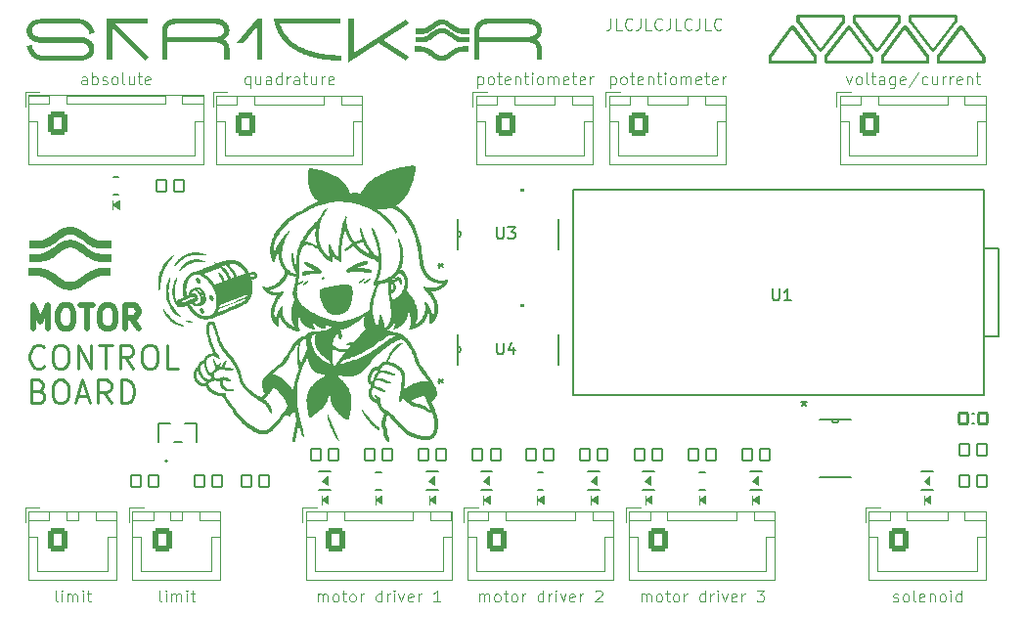
<source format=gbr>
%TF.GenerationSoftware,KiCad,Pcbnew,9.0.6*%
%TF.CreationDate,2025-12-16T18:46:22-08:00*%
%TF.ProjectId,ArmRobotBoardTeensy,41726d52-6f62-46f7-9442-6f6172645465,rev?*%
%TF.SameCoordinates,Original*%
%TF.FileFunction,Legend,Top*%
%TF.FilePolarity,Positive*%
%FSLAX46Y46*%
G04 Gerber Fmt 4.6, Leading zero omitted, Abs format (unit mm)*
G04 Created by KiCad (PCBNEW 9.0.6) date 2025-12-16 18:46:22*
%MOMM*%
%LPD*%
G01*
G04 APERTURE LIST*
G04 Aperture macros list*
%AMRoundRect*
0 Rectangle with rounded corners*
0 $1 Rounding radius*
0 $2 $3 $4 $5 $6 $7 $8 $9 X,Y pos of 4 corners*
0 Add a 4 corners polygon primitive as box body*
4,1,4,$2,$3,$4,$5,$6,$7,$8,$9,$2,$3,0*
0 Add four circle primitives for the rounded corners*
1,1,$1+$1,$2,$3*
1,1,$1+$1,$4,$5*
1,1,$1+$1,$6,$7*
1,1,$1+$1,$8,$9*
0 Add four rect primitives between the rounded corners*
20,1,$1+$1,$2,$3,$4,$5,0*
20,1,$1+$1,$4,$5,$6,$7,0*
20,1,$1+$1,$6,$7,$8,$9,0*
20,1,$1+$1,$8,$9,$2,$3,0*%
G04 Aperture macros list end*
%ADD10C,0.100000*%
%ADD11C,0.000000*%
%ADD12C,0.250000*%
%ADD13C,0.500000*%
%ADD14C,0.150000*%
%ADD15C,0.152400*%
%ADD16C,0.120000*%
%ADD17C,0.127000*%
%ADD18R,0.558800X1.981200*%
%ADD19RoundRect,0.102000X-0.430000X-0.490000X0.430000X-0.490000X0.430000X0.490000X-0.430000X0.490000X0*%
%ADD20R,0.653199X0.549999*%
%ADD21RoundRect,0.250000X-0.600000X-0.750000X0.600000X-0.750000X0.600000X0.750000X-0.600000X0.750000X0*%
%ADD22O,1.700000X2.000000*%
%ADD23RoundRect,0.250000X-0.600000X-0.725000X0.600000X-0.725000X0.600000X0.725000X-0.600000X0.725000X0*%
%ADD24O,1.700000X1.950000*%
%ADD25R,0.838200X1.143000*%
%ADD26R,0.812800X0.889000*%
%ADD27RoundRect,0.102000X0.430000X0.490000X-0.430000X0.490000X-0.430000X-0.490000X0.430000X-0.490000X0*%
%ADD28R,1.100000X1.300000*%
%ADD29C,1.404000*%
%ADD30C,1.304000*%
%ADD31C,0.804000*%
%ADD32C,5.700000*%
%ADD33R,0.558800X1.320800*%
%ADD34R,1.981200X0.558800*%
%ADD35RoundRect,0.102000X-0.395000X-0.465000X0.395000X-0.465000X0.395000X0.465000X-0.395000X0.465000X0*%
G04 APERTURE END LIST*
D10*
X143126200Y-118900000D02*
X142576200Y-118550000D01*
X143126200Y-118200000D01*
X143126200Y-118900000D01*
G36*
X143126200Y-118900000D02*
G01*
X142576200Y-118550000D01*
X143126200Y-118200000D01*
X143126200Y-118900000D01*
G37*
D11*
G36*
X117787122Y-97117924D02*
G01*
X117898668Y-97126520D01*
X118010182Y-97140814D01*
X118121490Y-97160794D01*
X118232417Y-97186444D01*
X118342787Y-97217752D01*
X118381811Y-97230196D01*
X118423601Y-97244681D01*
X118445033Y-97252768D01*
X118466557Y-97261460D01*
X118487972Y-97270789D01*
X118509078Y-97280788D01*
X118529676Y-97291487D01*
X118549565Y-97302919D01*
X118568546Y-97315115D01*
X118586419Y-97328107D01*
X118602983Y-97341928D01*
X118618039Y-97356607D01*
X118624939Y-97364280D01*
X118631386Y-97372179D01*
X118637357Y-97380309D01*
X118642419Y-97388051D01*
X118426564Y-97366660D01*
X118212075Y-97348431D01*
X117999458Y-97336714D01*
X117893719Y-97334315D01*
X117788287Y-97334764D01*
X117683109Y-97338469D01*
X117578132Y-97345836D01*
X117473302Y-97357273D01*
X117368566Y-97373186D01*
X117263871Y-97393983D01*
X117159162Y-97420071D01*
X117054386Y-97451855D01*
X116949490Y-97489744D01*
X116855200Y-97529075D01*
X116768229Y-97570231D01*
X116687750Y-97613155D01*
X116612933Y-97657788D01*
X116542949Y-97704069D01*
X116476971Y-97751942D01*
X116414169Y-97801346D01*
X116353715Y-97852223D01*
X116294781Y-97904514D01*
X116236537Y-97958160D01*
X116118807Y-98069281D01*
X115993895Y-98185114D01*
X115926675Y-98244651D01*
X115855174Y-98305189D01*
X115849990Y-98309806D01*
X115845103Y-98314665D01*
X115840440Y-98319673D01*
X115835926Y-98324736D01*
X115827046Y-98334659D01*
X115822531Y-98339331D01*
X115817868Y-98343687D01*
X115815457Y-98345718D01*
X115812981Y-98347634D01*
X115810431Y-98349425D01*
X115807797Y-98351079D01*
X115805070Y-98352584D01*
X115802241Y-98353928D01*
X115799300Y-98355101D01*
X115796239Y-98356089D01*
X115793047Y-98356883D01*
X115789715Y-98357469D01*
X115786235Y-98357837D01*
X115782596Y-98357974D01*
X115778790Y-98357870D01*
X115774808Y-98357512D01*
X115770639Y-98356889D01*
X115766275Y-98355989D01*
X115791409Y-98281965D01*
X115822093Y-98209211D01*
X115857922Y-98137869D01*
X115898492Y-98068081D01*
X115943400Y-97999990D01*
X115992242Y-97933736D01*
X116044614Y-97869462D01*
X116100113Y-97807310D01*
X116158333Y-97747421D01*
X116218872Y-97689937D01*
X116281326Y-97635000D01*
X116345290Y-97582753D01*
X116410362Y-97533336D01*
X116476136Y-97486892D01*
X116542210Y-97443563D01*
X116608179Y-97403490D01*
X116708503Y-97348477D01*
X116810724Y-97299316D01*
X116914665Y-97255994D01*
X117020152Y-97218496D01*
X117127009Y-97186809D01*
X117235062Y-97160918D01*
X117344135Y-97140810D01*
X117454052Y-97126470D01*
X117564639Y-97117886D01*
X117675721Y-97115042D01*
X117787122Y-97117924D01*
G37*
G36*
X128703684Y-99262066D02*
G01*
X128709247Y-99262489D01*
X128714729Y-99263185D01*
X128720123Y-99264148D01*
X128725423Y-99265372D01*
X128730621Y-99266848D01*
X128735711Y-99268570D01*
X128740685Y-99270531D01*
X128745537Y-99272725D01*
X128750260Y-99275144D01*
X128754848Y-99277781D01*
X128759292Y-99280630D01*
X128763587Y-99283684D01*
X128767725Y-99286936D01*
X128771699Y-99290379D01*
X128775503Y-99294006D01*
X128779130Y-99297810D01*
X128782573Y-99301784D01*
X128785825Y-99305922D01*
X128788879Y-99310217D01*
X128791728Y-99314661D01*
X128794366Y-99319248D01*
X128796785Y-99323971D01*
X128798979Y-99328823D01*
X128800940Y-99333798D01*
X128802662Y-99338887D01*
X128804138Y-99344085D01*
X128805361Y-99349384D01*
X128806324Y-99354779D01*
X128807021Y-99360260D01*
X128807444Y-99365823D01*
X128807587Y-99371460D01*
X128807444Y-99377097D01*
X128807021Y-99382659D01*
X128806324Y-99388141D01*
X128805361Y-99393536D01*
X128804138Y-99398835D01*
X128802662Y-99404033D01*
X128800940Y-99409123D01*
X128798979Y-99414097D01*
X128796785Y-99418949D01*
X128794366Y-99423672D01*
X128791728Y-99428259D01*
X128788879Y-99432704D01*
X128785825Y-99436998D01*
X128782573Y-99441136D01*
X128779130Y-99445111D01*
X128775503Y-99448915D01*
X128771699Y-99452542D01*
X128767725Y-99455985D01*
X128763587Y-99459237D01*
X128759292Y-99462291D01*
X128754848Y-99465140D01*
X128750260Y-99467777D01*
X128745537Y-99470196D01*
X128740685Y-99472390D01*
X128735711Y-99474351D01*
X128730621Y-99476073D01*
X128725423Y-99477550D01*
X128720123Y-99478773D01*
X128714729Y-99479736D01*
X128709247Y-99480433D01*
X128703684Y-99480856D01*
X128698047Y-99480998D01*
X128692410Y-99480856D01*
X128686847Y-99480433D01*
X128681366Y-99479736D01*
X128675971Y-99478773D01*
X128670672Y-99477550D01*
X128665474Y-99476073D01*
X128660385Y-99474351D01*
X128655410Y-99472390D01*
X128650558Y-99470196D01*
X128645835Y-99467777D01*
X128641248Y-99465140D01*
X128636804Y-99462291D01*
X128632509Y-99459237D01*
X128628371Y-99455985D01*
X128624397Y-99452542D01*
X128620593Y-99448915D01*
X128616966Y-99445111D01*
X128613523Y-99441136D01*
X128610271Y-99436998D01*
X128607217Y-99432704D01*
X128604368Y-99428259D01*
X128601731Y-99423672D01*
X128599312Y-99418949D01*
X128597118Y-99414097D01*
X128595157Y-99409123D01*
X128593435Y-99404033D01*
X128591959Y-99398835D01*
X128590735Y-99393536D01*
X128589772Y-99388141D01*
X128589076Y-99382659D01*
X128588653Y-99377097D01*
X128588510Y-99371460D01*
X128588653Y-99365823D01*
X128589076Y-99360260D01*
X128589772Y-99354779D01*
X128590735Y-99349384D01*
X128591959Y-99344085D01*
X128593435Y-99338887D01*
X128595157Y-99333798D01*
X128597118Y-99328823D01*
X128599312Y-99323971D01*
X128601731Y-99319248D01*
X128604368Y-99314661D01*
X128607217Y-99310217D01*
X128610271Y-99305922D01*
X128613523Y-99301784D01*
X128616966Y-99297810D01*
X128620593Y-99294006D01*
X128624397Y-99290379D01*
X128628371Y-99286936D01*
X128632509Y-99283684D01*
X128636804Y-99280630D01*
X128641248Y-99277781D01*
X128645835Y-99275144D01*
X128650558Y-99272725D01*
X128655410Y-99270531D01*
X128660385Y-99268570D01*
X128665474Y-99266848D01*
X128670672Y-99265372D01*
X128675971Y-99264148D01*
X128681366Y-99263185D01*
X128686847Y-99262489D01*
X128692410Y-99262066D01*
X128698047Y-99261923D01*
X128703684Y-99262066D01*
G37*
G36*
X120239273Y-98063933D02*
G01*
X120280988Y-98079006D01*
X120322118Y-98095816D01*
X120362650Y-98114298D01*
X120402567Y-98134388D01*
X120441856Y-98156022D01*
X120518489Y-98203671D01*
X120592431Y-98256733D01*
X120663563Y-98314699D01*
X120731769Y-98377058D01*
X120796930Y-98443301D01*
X120858928Y-98512917D01*
X120917646Y-98585396D01*
X120972966Y-98660229D01*
X121024769Y-98736906D01*
X121072939Y-98814915D01*
X121117357Y-98893748D01*
X121157906Y-98972894D01*
X121194467Y-99051843D01*
X121231628Y-99142301D01*
X121264545Y-99233999D01*
X121293238Y-99326800D01*
X121317730Y-99420565D01*
X121338043Y-99515158D01*
X121354197Y-99610442D01*
X121366216Y-99706279D01*
X121374120Y-99802532D01*
X121377931Y-99899065D01*
X121377671Y-99995739D01*
X121373362Y-100092418D01*
X121365025Y-100188964D01*
X121352682Y-100285241D01*
X121336354Y-100381110D01*
X121316064Y-100476436D01*
X121291833Y-100571080D01*
X121291304Y-100571080D01*
X121281690Y-100577086D01*
X121272868Y-100580233D01*
X121264806Y-100580689D01*
X121257471Y-100578623D01*
X121250830Y-100574200D01*
X121244851Y-100567590D01*
X121239502Y-100558959D01*
X121234750Y-100548475D01*
X121230561Y-100536306D01*
X121226905Y-100522619D01*
X121221057Y-100491364D01*
X121216946Y-100456051D01*
X121214310Y-100418019D01*
X121212890Y-100378611D01*
X121212425Y-100339167D01*
X121213318Y-100265537D01*
X121215105Y-100176851D01*
X121203465Y-100065881D01*
X121188710Y-99955696D01*
X121170728Y-99846410D01*
X121149405Y-99738138D01*
X121124628Y-99630995D01*
X121096284Y-99525095D01*
X121064259Y-99420553D01*
X121028441Y-99317484D01*
X120988716Y-99216003D01*
X120944971Y-99116223D01*
X120897093Y-99018261D01*
X120844969Y-98922230D01*
X120788485Y-98828246D01*
X120727529Y-98736422D01*
X120661987Y-98646875D01*
X120591746Y-98559718D01*
X120565268Y-98529799D01*
X120537453Y-98500622D01*
X120479166Y-98443640D01*
X120419589Y-98387067D01*
X120390162Y-98358402D01*
X120361426Y-98329199D01*
X120333720Y-98299246D01*
X120307381Y-98268329D01*
X120282748Y-98236236D01*
X120260157Y-98202753D01*
X120249734Y-98185423D01*
X120239948Y-98167667D01*
X120230842Y-98149456D01*
X120222458Y-98130765D01*
X120214839Y-98111566D01*
X120208025Y-98091833D01*
X120202061Y-98071540D01*
X120196988Y-98050659D01*
X120239273Y-98063933D01*
G37*
D10*
X111027200Y-93350000D02*
X110477200Y-93000000D01*
X111027200Y-92650000D01*
X111027200Y-93350000D01*
G36*
X111027200Y-93350000D02*
G01*
X110477200Y-93000000D01*
X111027200Y-92650000D01*
X111027200Y-93350000D01*
G37*
D11*
G36*
X116096740Y-99297641D02*
G01*
X116097005Y-99297905D01*
X116087108Y-99344215D01*
X116076176Y-99390298D01*
X116051818Y-99481923D01*
X116025167Y-99573051D01*
X115997455Y-99663956D01*
X115969916Y-99754911D01*
X115943786Y-99846188D01*
X115920297Y-99938061D01*
X115909929Y-99984306D01*
X115900684Y-100030803D01*
X115881887Y-100148290D01*
X115868752Y-100263591D01*
X115860974Y-100376966D01*
X115858251Y-100488672D01*
X115860278Y-100598967D01*
X115866751Y-100708110D01*
X115877366Y-100816358D01*
X115891820Y-100923969D01*
X115909808Y-101031203D01*
X115931028Y-101138316D01*
X115955174Y-101245567D01*
X115981944Y-101353215D01*
X116042136Y-101570730D01*
X116109175Y-101792927D01*
X116097592Y-101786143D01*
X116086161Y-101778707D01*
X116074884Y-101770653D01*
X116063767Y-101762012D01*
X116042020Y-101743095D01*
X116020945Y-101722210D01*
X116000567Y-101699611D01*
X115980913Y-101675550D01*
X115962008Y-101650281D01*
X115943877Y-101624059D01*
X115926546Y-101597135D01*
X115910040Y-101569764D01*
X115894386Y-101542200D01*
X115879608Y-101514695D01*
X115865733Y-101487503D01*
X115852785Y-101460878D01*
X115829776Y-101410341D01*
X115793307Y-101319590D01*
X115761268Y-101225622D01*
X115733625Y-101128864D01*
X115710341Y-101029746D01*
X115691383Y-100928697D01*
X115676715Y-100826144D01*
X115666303Y-100722517D01*
X115660112Y-100618244D01*
X115658106Y-100513755D01*
X115660251Y-100409477D01*
X115666512Y-100305839D01*
X115676854Y-100203270D01*
X115691243Y-100102199D01*
X115709643Y-100003054D01*
X115732019Y-99906264D01*
X115758337Y-99812257D01*
X115780593Y-99743600D01*
X115808195Y-99668705D01*
X115824058Y-99630084D01*
X115841328Y-99591304D01*
X115860027Y-99552830D01*
X115880178Y-99515131D01*
X115901806Y-99478671D01*
X115924932Y-99443918D01*
X115949581Y-99411339D01*
X115975776Y-99381400D01*
X116003540Y-99354567D01*
X116018017Y-99342462D01*
X116032895Y-99331308D01*
X116048178Y-99321165D01*
X116063867Y-99312089D01*
X116079965Y-99304141D01*
X116096477Y-99297377D01*
X116096740Y-99297641D01*
G37*
G36*
X115781824Y-97363352D02*
G01*
X115784518Y-97363590D01*
X115787057Y-97363981D01*
X115789439Y-97364524D01*
X115791666Y-97365213D01*
X115793736Y-97366045D01*
X115795649Y-97367017D01*
X115797405Y-97368125D01*
X115799003Y-97369366D01*
X115800445Y-97370736D01*
X115801728Y-97372231D01*
X115802853Y-97373848D01*
X115803819Y-97375583D01*
X115804626Y-97377433D01*
X115805275Y-97379394D01*
X115805764Y-97381462D01*
X115806093Y-97383634D01*
X115806263Y-97385907D01*
X115806272Y-97388276D01*
X115806120Y-97390738D01*
X115805808Y-97393290D01*
X115805335Y-97395927D01*
X115804700Y-97398648D01*
X115803904Y-97401446D01*
X115802945Y-97404320D01*
X115801824Y-97407266D01*
X115800541Y-97410280D01*
X115799094Y-97413358D01*
X115797485Y-97416497D01*
X115795712Y-97419693D01*
X115793775Y-97422943D01*
X115791675Y-97426243D01*
X115780584Y-97442078D01*
X115767890Y-97458566D01*
X115753799Y-97475615D01*
X115738518Y-97493133D01*
X115705215Y-97529214D01*
X115669636Y-97566076D01*
X115598273Y-97639217D01*
X115565800Y-97674032D01*
X115551091Y-97690681D01*
X115537675Y-97706701D01*
X115407069Y-97872922D01*
X115290963Y-98031087D01*
X115188293Y-98182712D01*
X115097996Y-98329315D01*
X115019006Y-98472415D01*
X114950260Y-98613529D01*
X114890693Y-98754175D01*
X114839241Y-98895871D01*
X114794840Y-99040134D01*
X114756426Y-99188481D01*
X114722933Y-99342432D01*
X114693299Y-99503503D01*
X114666458Y-99673212D01*
X114641347Y-99853077D01*
X114592055Y-100249345D01*
X114587499Y-100283341D01*
X114582582Y-100313113D01*
X114577336Y-100338834D01*
X114571789Y-100360676D01*
X114565973Y-100378813D01*
X114559917Y-100393417D01*
X114553652Y-100404661D01*
X114547208Y-100412718D01*
X114540615Y-100417760D01*
X114533903Y-100419960D01*
X114527103Y-100419491D01*
X114520245Y-100416526D01*
X114513359Y-100411238D01*
X114506475Y-100403799D01*
X114499624Y-100394382D01*
X114492836Y-100383159D01*
X114479568Y-100355990D01*
X114466915Y-100323672D01*
X114455117Y-100287590D01*
X114444417Y-100249123D01*
X114435056Y-100209656D01*
X114427276Y-100170568D01*
X114421320Y-100133244D01*
X114417429Y-100099064D01*
X114408589Y-99949494D01*
X114408129Y-99798771D01*
X114415845Y-99647393D01*
X114431534Y-99495855D01*
X114454993Y-99344656D01*
X114486020Y-99194291D01*
X114524410Y-99045258D01*
X114569961Y-98898054D01*
X114622469Y-98753175D01*
X114681733Y-98611118D01*
X114747548Y-98472381D01*
X114819711Y-98337460D01*
X114898020Y-98206851D01*
X114982271Y-98081053D01*
X115072261Y-97960561D01*
X115167787Y-97845872D01*
X115214083Y-97797419D01*
X115284353Y-97729613D01*
X115370919Y-97650433D01*
X115466105Y-97567861D01*
X115514531Y-97527797D01*
X115562234Y-97489878D01*
X115608252Y-97455102D01*
X115651628Y-97424465D01*
X115691400Y-97398966D01*
X115726610Y-97379603D01*
X115742204Y-97372534D01*
X115756298Y-97367372D01*
X115768771Y-97364243D01*
X115779379Y-97363283D01*
X115781824Y-97363352D01*
G37*
D10*
X157126200Y-118900000D02*
X156576200Y-118550000D01*
X157126200Y-118200000D01*
X157126200Y-118900000D01*
G36*
X157126200Y-118900000D02*
G01*
X156576200Y-118550000D01*
X157126200Y-118200000D01*
X157126200Y-118900000D01*
G37*
D11*
G36*
X117900847Y-97725574D02*
G01*
X118002758Y-97739237D01*
X118104138Y-97760056D01*
X118204675Y-97788193D01*
X118225174Y-97795656D01*
X118258230Y-97808508D01*
X118343781Y-97843160D01*
X118387162Y-97861351D01*
X118424868Y-97877713D01*
X118452342Y-97890441D01*
X118460818Y-97894879D01*
X118465027Y-97897731D01*
X118465025Y-97897731D01*
X118468796Y-97901951D01*
X118471798Y-97905983D01*
X118474069Y-97909831D01*
X118475647Y-97913497D01*
X118476571Y-97916987D01*
X118476877Y-97920303D01*
X118476604Y-97923449D01*
X118475790Y-97926430D01*
X118474471Y-97929248D01*
X118472687Y-97931909D01*
X118470474Y-97934415D01*
X118467871Y-97936770D01*
X118464915Y-97938979D01*
X118461644Y-97941044D01*
X118458096Y-97942970D01*
X118454309Y-97944761D01*
X118446167Y-97947950D01*
X118437522Y-97950642D01*
X118428675Y-97952868D01*
X118419929Y-97954658D01*
X118411587Y-97956041D01*
X118403949Y-97957049D01*
X118397319Y-97957710D01*
X118392000Y-97958056D01*
X118353035Y-97959398D01*
X118313573Y-97959758D01*
X118233398Y-97958172D01*
X118069737Y-97950251D01*
X117987218Y-97946471D01*
X117904885Y-97944513D01*
X117863940Y-97944617D01*
X117823222Y-97945656D01*
X117782793Y-97947790D01*
X117742712Y-97951178D01*
X117663792Y-97961161D01*
X117586160Y-97974914D01*
X117509790Y-97992247D01*
X117434655Y-98012974D01*
X117360730Y-98036907D01*
X117287987Y-98063859D01*
X117216401Y-98093641D01*
X117145945Y-98126067D01*
X117076593Y-98160948D01*
X117008318Y-98198098D01*
X116941095Y-98237328D01*
X116874896Y-98278450D01*
X116809696Y-98321279D01*
X116745467Y-98365624D01*
X116619821Y-98458119D01*
X116598325Y-98475337D01*
X116576862Y-98493869D01*
X116555379Y-98513439D01*
X116533823Y-98533773D01*
X116490275Y-98575637D01*
X116445791Y-98617266D01*
X116423065Y-98637305D01*
X116399943Y-98656463D01*
X116376374Y-98674464D01*
X116352303Y-98691034D01*
X116327677Y-98705899D01*
X116315139Y-98712606D01*
X116302443Y-98718784D01*
X116289581Y-98724399D01*
X116276546Y-98729416D01*
X116263333Y-98733800D01*
X116249934Y-98737518D01*
X116243456Y-98727861D01*
X116239793Y-98716242D01*
X116238790Y-98702798D01*
X116240292Y-98687663D01*
X116244143Y-98670972D01*
X116250188Y-98652861D01*
X116258272Y-98633464D01*
X116268240Y-98612916D01*
X116293207Y-98568910D01*
X116323846Y-98521923D01*
X116358916Y-98473034D01*
X116397175Y-98423326D01*
X116437381Y-98373878D01*
X116478293Y-98325772D01*
X116557265Y-98237903D01*
X116624157Y-98168365D01*
X116669035Y-98125802D01*
X116749574Y-98061108D01*
X116833622Y-98001473D01*
X116920867Y-97947060D01*
X117011001Y-97898029D01*
X117103711Y-97854542D01*
X117198686Y-97816761D01*
X117295617Y-97784845D01*
X117394192Y-97758958D01*
X117494100Y-97739258D01*
X117595030Y-97725909D01*
X117696672Y-97719071D01*
X117798714Y-97718906D01*
X117900847Y-97725574D01*
G37*
D10*
X166423800Y-118900000D02*
X165873800Y-118550000D01*
X166423800Y-118200000D01*
X166423800Y-118900000D01*
G36*
X166423800Y-118900000D02*
G01*
X165873800Y-118550000D01*
X166423800Y-118200000D01*
X166423800Y-118900000D01*
G37*
X147775000Y-118900000D02*
X147225000Y-118550000D01*
X147775000Y-118200000D01*
X147775000Y-118900000D01*
G36*
X147775000Y-118900000D02*
G01*
X147225000Y-118550000D01*
X147775000Y-118200000D01*
X147775000Y-118900000D01*
G37*
D11*
G36*
X119349843Y-97997401D02*
G01*
X119370370Y-97999233D01*
X119392146Y-98002753D01*
X119415059Y-98007860D01*
X119463851Y-98022432D01*
X119515853Y-98042145D01*
X119570169Y-98066194D01*
X119625908Y-98093774D01*
X119682174Y-98124082D01*
X119738074Y-98156311D01*
X119792715Y-98189659D01*
X119845202Y-98223320D01*
X119894643Y-98256489D01*
X119980807Y-98318135D01*
X120044058Y-98368159D01*
X120151696Y-98466447D01*
X120252280Y-98571821D01*
X120345687Y-98683718D01*
X120431797Y-98801571D01*
X120510486Y-98924817D01*
X120581635Y-99052889D01*
X120645120Y-99185224D01*
X120700820Y-99321255D01*
X120748614Y-99460417D01*
X120788380Y-99602146D01*
X120819996Y-99745877D01*
X120843340Y-99891043D01*
X120858291Y-100037081D01*
X120864727Y-100183426D01*
X120862526Y-100329511D01*
X120851567Y-100474772D01*
X120845000Y-100519272D01*
X120832170Y-100586890D01*
X120813858Y-100668696D01*
X120790845Y-100755760D01*
X120777820Y-100798474D01*
X120763913Y-100839154D01*
X120749222Y-100876683D01*
X120733844Y-100909947D01*
X120717876Y-100937827D01*
X120709702Y-100949400D01*
X120701418Y-100959209D01*
X120693034Y-100967114D01*
X120684565Y-100972975D01*
X120676022Y-100976654D01*
X120667416Y-100978010D01*
X120664102Y-100975773D01*
X120661000Y-100973524D01*
X120658102Y-100971262D01*
X120655401Y-100968983D01*
X120652889Y-100966687D01*
X120650558Y-100964372D01*
X120648400Y-100962034D01*
X120646406Y-100959671D01*
X120644571Y-100957283D01*
X120642885Y-100954866D01*
X120641340Y-100952418D01*
X120639929Y-100949937D01*
X120638644Y-100947422D01*
X120637478Y-100944870D01*
X120636421Y-100942278D01*
X120635467Y-100939646D01*
X120633835Y-100934248D01*
X120632518Y-100928659D01*
X120631455Y-100922863D01*
X120630581Y-100916842D01*
X120629151Y-100904057D01*
X120627728Y-100890169D01*
X120625828Y-100865487D01*
X120625178Y-100839191D01*
X120625615Y-100811464D01*
X120626976Y-100782490D01*
X120631811Y-100721536D01*
X120638377Y-100657797D01*
X120645365Y-100592743D01*
X120651466Y-100527845D01*
X120653775Y-100495913D01*
X120655372Y-100464572D01*
X120656093Y-100434004D01*
X120655774Y-100404393D01*
X120644619Y-100219239D01*
X120622217Y-100037839D01*
X120588794Y-99860495D01*
X120544575Y-99687513D01*
X120489787Y-99519197D01*
X120424654Y-99355852D01*
X120349402Y-99197783D01*
X120264258Y-99045295D01*
X120169445Y-98898691D01*
X120065191Y-98758277D01*
X119951720Y-98624357D01*
X119829258Y-98497235D01*
X119698031Y-98377218D01*
X119558264Y-98264608D01*
X119410183Y-98159711D01*
X119254013Y-98062831D01*
X119253552Y-98060214D01*
X119253256Y-98057625D01*
X119253120Y-98055064D01*
X119253141Y-98052535D01*
X119253311Y-98050039D01*
X119253627Y-98047578D01*
X119254083Y-98045155D01*
X119254674Y-98042772D01*
X119255396Y-98040431D01*
X119256242Y-98038134D01*
X119257209Y-98035882D01*
X119258291Y-98033679D01*
X119259483Y-98031527D01*
X119260780Y-98029427D01*
X119262177Y-98027381D01*
X119263669Y-98025392D01*
X119265251Y-98023463D01*
X119266918Y-98021594D01*
X119270486Y-98018048D01*
X119274334Y-98014772D01*
X119278420Y-98011783D01*
X119282704Y-98009097D01*
X119287147Y-98006733D01*
X119291707Y-98004706D01*
X119296345Y-98003035D01*
X119296875Y-98003035D01*
X119312984Y-97999201D01*
X119330677Y-97997357D01*
X119349843Y-97997401D01*
G37*
G36*
X117874147Y-99307829D02*
G01*
X117904046Y-99318148D01*
X117931406Y-99331733D01*
X117956272Y-99348277D01*
X117978684Y-99367477D01*
X117998686Y-99389026D01*
X118016321Y-99412620D01*
X118031630Y-99437952D01*
X118044656Y-99464719D01*
X118055441Y-99492615D01*
X118064029Y-99521334D01*
X118070462Y-99550572D01*
X118074782Y-99580023D01*
X118077033Y-99609382D01*
X118077255Y-99638343D01*
X118075492Y-99666602D01*
X118071787Y-99693854D01*
X118066182Y-99719792D01*
X118058720Y-99744112D01*
X118049442Y-99766509D01*
X118038392Y-99786678D01*
X118025613Y-99804312D01*
X118011146Y-99819108D01*
X117995034Y-99830760D01*
X117977320Y-99838962D01*
X117958046Y-99843409D01*
X117937256Y-99843797D01*
X117914990Y-99839820D01*
X117891293Y-99831172D01*
X117866206Y-99817549D01*
X117839772Y-99798646D01*
X117812033Y-99774156D01*
X117800916Y-99762717D01*
X117790117Y-99750187D01*
X117779683Y-99736654D01*
X117769660Y-99722206D01*
X117751026Y-99690911D01*
X117734585Y-99657003D01*
X117720701Y-99621183D01*
X117709742Y-99584149D01*
X117702074Y-99546602D01*
X117699589Y-99527855D01*
X117698064Y-99509242D01*
X117697545Y-99490851D01*
X117698079Y-99472768D01*
X117699710Y-99455083D01*
X117702484Y-99437882D01*
X117706449Y-99421252D01*
X117711648Y-99405282D01*
X117718129Y-99390058D01*
X117725936Y-99375668D01*
X117735117Y-99362200D01*
X117745716Y-99349742D01*
X117757779Y-99338379D01*
X117771353Y-99328201D01*
X117786483Y-99319295D01*
X117803214Y-99311747D01*
X117821594Y-99305647D01*
X117841667Y-99301080D01*
X117874147Y-99307829D01*
G37*
G36*
X131353057Y-79872500D02*
G01*
X135850974Y-76962083D01*
X136089099Y-77332500D01*
X133919517Y-78761250D01*
X136089099Y-80163541D01*
X135850974Y-80533958D01*
X133522640Y-79025833D01*
X130903266Y-80692708D01*
X130903266Y-76882708D01*
X131353057Y-76882708D01*
X131353057Y-79872500D01*
G37*
D10*
X137873800Y-118175000D02*
X137873800Y-118925000D01*
X128576200Y-118175000D02*
X128576200Y-118925000D01*
D11*
G36*
X171420698Y-80103250D02*
G01*
X171447156Y-80182625D01*
X171447156Y-80660198D01*
X171314865Y-80792490D01*
X167381834Y-80792490D01*
X167249542Y-80660198D01*
X167249542Y-80527906D01*
X167514126Y-80527906D01*
X171183896Y-80527906D01*
X171183896Y-80227604D01*
X169349011Y-77802698D01*
X167514126Y-80227604D01*
X167514126Y-80527906D01*
X167249542Y-80527906D01*
X167249542Y-80227604D01*
X167249542Y-80182625D01*
X167276000Y-80103250D01*
X169243177Y-77503719D01*
X169453521Y-77503719D01*
X171420698Y-80103250D01*
G37*
D10*
X161225000Y-118175000D02*
X161225000Y-118925000D01*
X156576200Y-118175000D02*
X156576200Y-118925000D01*
D11*
G36*
X136497651Y-89614400D02*
G01*
X136538711Y-89617331D01*
X136555034Y-89619438D01*
X136570290Y-89621989D01*
X136584515Y-89624978D01*
X136597742Y-89628402D01*
X136610007Y-89632257D01*
X136621344Y-89636539D01*
X136631786Y-89641244D01*
X136641370Y-89646369D01*
X136650128Y-89651909D01*
X136658097Y-89657861D01*
X136665309Y-89664220D01*
X136671801Y-89670983D01*
X136677606Y-89678147D01*
X136682758Y-89685706D01*
X136687292Y-89693657D01*
X136691244Y-89701997D01*
X136694646Y-89710722D01*
X136697534Y-89719827D01*
X136699943Y-89729309D01*
X136701906Y-89739163D01*
X136704634Y-89759975D01*
X136705995Y-89782232D01*
X136706264Y-89805903D01*
X136705718Y-89830957D01*
X136703284Y-89885089D01*
X136689002Y-90063886D01*
X136663172Y-90251965D01*
X136626313Y-90447457D01*
X136578945Y-90648495D01*
X136521587Y-90853209D01*
X136454758Y-91059734D01*
X136378978Y-91266199D01*
X136294765Y-91470737D01*
X136202641Y-91671480D01*
X136103122Y-91866560D01*
X135996730Y-92054108D01*
X135883983Y-92232257D01*
X135765401Y-92399139D01*
X135641503Y-92552885D01*
X135512809Y-92691627D01*
X135379837Y-92813498D01*
X135353030Y-92833031D01*
X135305878Y-92865289D01*
X135181068Y-92950419D01*
X135118679Y-92994509D01*
X135090828Y-93015015D01*
X135066479Y-93033763D01*
X135046585Y-93050204D01*
X135032100Y-93063789D01*
X135027185Y-93069339D01*
X135023980Y-93073970D01*
X135022605Y-93077612D01*
X135023178Y-93080197D01*
X135143471Y-93148345D01*
X135259626Y-93220633D01*
X135479811Y-93377068D01*
X135684314Y-93548374D01*
X135873714Y-93733421D01*
X136048591Y-93931082D01*
X136209524Y-94140227D01*
X136357094Y-94359728D01*
X136491880Y-94588456D01*
X136614462Y-94825283D01*
X136725420Y-95069080D01*
X136825334Y-95318718D01*
X136914783Y-95573070D01*
X136994348Y-95831005D01*
X137064608Y-96091396D01*
X137126142Y-96353115D01*
X137179532Y-96615031D01*
X137215284Y-96825549D01*
X137245884Y-97041375D01*
X137300777Y-97480616D01*
X137329646Y-97699865D01*
X137362515Y-97916087D01*
X137401672Y-98127200D01*
X137424323Y-98230188D01*
X137449405Y-98331119D01*
X137451535Y-98331645D01*
X137476164Y-98416158D01*
X137504720Y-98498384D01*
X137537070Y-98578231D01*
X137573083Y-98655608D01*
X137612626Y-98730422D01*
X137655568Y-98802583D01*
X137701776Y-98871998D01*
X137751118Y-98938575D01*
X137803462Y-99002223D01*
X137858676Y-99062850D01*
X137916628Y-99120364D01*
X137977187Y-99174673D01*
X138040219Y-99225686D01*
X138105593Y-99273311D01*
X138173176Y-99317457D01*
X138242838Y-99358031D01*
X138314445Y-99394941D01*
X138387865Y-99428096D01*
X138462967Y-99457405D01*
X138539619Y-99482774D01*
X138617687Y-99504114D01*
X138697042Y-99521331D01*
X138777549Y-99534335D01*
X138859077Y-99543032D01*
X138941495Y-99547333D01*
X139024669Y-99547144D01*
X139108468Y-99542374D01*
X139192761Y-99532932D01*
X139277414Y-99518725D01*
X139362296Y-99499662D01*
X139447274Y-99475651D01*
X139532217Y-99446600D01*
X139531817Y-99469840D01*
X139530343Y-99493113D01*
X139527829Y-99516399D01*
X139524312Y-99539677D01*
X139519826Y-99562929D01*
X139514408Y-99586133D01*
X139508092Y-99609270D01*
X139500915Y-99632320D01*
X139484117Y-99678080D01*
X139464297Y-99723252D01*
X139441739Y-99767677D01*
X139416728Y-99811195D01*
X139389546Y-99853646D01*
X139360477Y-99894871D01*
X139329805Y-99934710D01*
X139297814Y-99973004D01*
X139264788Y-100009592D01*
X139231009Y-100044315D01*
X139196763Y-100077013D01*
X139162332Y-100107527D01*
X139102518Y-100155804D01*
X139039916Y-100200996D01*
X138974766Y-100243068D01*
X138907306Y-100281987D01*
X138837775Y-100317719D01*
X138766411Y-100350229D01*
X138693453Y-100379484D01*
X138619141Y-100405448D01*
X138543712Y-100428089D01*
X138467406Y-100447372D01*
X138390462Y-100463263D01*
X138313117Y-100475728D01*
X138235611Y-100484733D01*
X138158183Y-100490243D01*
X138081071Y-100492225D01*
X138004513Y-100490645D01*
X138126274Y-100619879D01*
X138236987Y-100758403D01*
X138336098Y-100905112D01*
X138423052Y-101058903D01*
X138497293Y-101218672D01*
X138558267Y-101383315D01*
X138605418Y-101551729D01*
X138638192Y-101722809D01*
X138649014Y-101809004D01*
X138656034Y-101895451D01*
X138659182Y-101982014D01*
X138658388Y-102068553D01*
X138653584Y-102154931D01*
X138644700Y-102241010D01*
X138631666Y-102326651D01*
X138614414Y-102411717D01*
X138592874Y-102496071D01*
X138566976Y-102579573D01*
X138536651Y-102662086D01*
X138501830Y-102743472D01*
X138462443Y-102823592D01*
X138418421Y-102902310D01*
X138369695Y-102979487D01*
X138316196Y-103054985D01*
X138302750Y-103071943D01*
X138284480Y-103093337D01*
X138262045Y-103118112D01*
X138236102Y-103145209D01*
X138207309Y-103173570D01*
X138176326Y-103202140D01*
X138143809Y-103229860D01*
X138110416Y-103255673D01*
X138076807Y-103278521D01*
X138060127Y-103288504D01*
X138043639Y-103297349D01*
X138027426Y-103304924D01*
X138011570Y-103311097D01*
X137996153Y-103315736D01*
X137981258Y-103318710D01*
X137966966Y-103319884D01*
X137953361Y-103319128D01*
X137940524Y-103316310D01*
X137928538Y-103311297D01*
X137917484Y-103303956D01*
X137907446Y-103294157D01*
X137898505Y-103281766D01*
X137890744Y-103266652D01*
X137899112Y-103135728D01*
X137905099Y-103005963D01*
X137907415Y-102877179D01*
X137906793Y-102813097D01*
X137904769Y-102749194D01*
X137901183Y-102685445D01*
X137895873Y-102621829D01*
X137888678Y-102558323D01*
X137879436Y-102494905D01*
X137867987Y-102431551D01*
X137854169Y-102368241D01*
X137837820Y-102304950D01*
X137818780Y-102241658D01*
X137817305Y-102236350D01*
X137816006Y-102230623D01*
X137813646Y-102218373D01*
X137812442Y-102212080D01*
X137811125Y-102205826D01*
X137809624Y-102199728D01*
X137807867Y-102193899D01*
X137806869Y-102191122D01*
X137805780Y-102188455D01*
X137804591Y-102185913D01*
X137803293Y-102183510D01*
X137801877Y-102181260D01*
X137800333Y-102179179D01*
X137798653Y-102177279D01*
X137796828Y-102175576D01*
X137794849Y-102174084D01*
X137792707Y-102172817D01*
X137790392Y-102171790D01*
X137787896Y-102171016D01*
X137785209Y-102170511D01*
X137782324Y-102170288D01*
X137779230Y-102170362D01*
X137775919Y-102170747D01*
X137774559Y-102247277D01*
X137768498Y-102323763D01*
X137757884Y-102400037D01*
X137742870Y-102475935D01*
X137723605Y-102551290D01*
X137700239Y-102625937D01*
X137672923Y-102699709D01*
X137641807Y-102772442D01*
X137607042Y-102843968D01*
X137568778Y-102914122D01*
X137527166Y-102982738D01*
X137482355Y-103049650D01*
X137434496Y-103114693D01*
X137383740Y-103177700D01*
X137330236Y-103238506D01*
X137274136Y-103296944D01*
X137215589Y-103352850D01*
X137154747Y-103406056D01*
X137091759Y-103456397D01*
X137026775Y-103503708D01*
X136959947Y-103547822D01*
X136891424Y-103588573D01*
X136821358Y-103625796D01*
X136749897Y-103659324D01*
X136677193Y-103688993D01*
X136603397Y-103714635D01*
X136528657Y-103736085D01*
X136453126Y-103753177D01*
X136376952Y-103765746D01*
X136300287Y-103773625D01*
X136223281Y-103776648D01*
X136146085Y-103774650D01*
X136152761Y-103733326D01*
X136160924Y-103692448D01*
X136170337Y-103651942D01*
X136180762Y-103611733D01*
X136203700Y-103531912D01*
X136227841Y-103452387D01*
X136251288Y-103372565D01*
X136262158Y-103332357D01*
X136272143Y-103291851D01*
X136281005Y-103250972D01*
X136288508Y-103209648D01*
X136294414Y-103167802D01*
X136298486Y-103125361D01*
X136301147Y-103070547D01*
X136301272Y-103015137D01*
X136298978Y-102959266D01*
X136294384Y-102903070D01*
X136287607Y-102846685D01*
X136278765Y-102790247D01*
X136267975Y-102733891D01*
X136255357Y-102677753D01*
X136241027Y-102621968D01*
X136225103Y-102566672D01*
X136207704Y-102512001D01*
X136188946Y-102458091D01*
X136168948Y-102405076D01*
X136147828Y-102353094D01*
X136125703Y-102302278D01*
X136102692Y-102252766D01*
X136100172Y-102246944D01*
X136097912Y-102240842D01*
X136095827Y-102234540D01*
X136093828Y-102228119D01*
X136089743Y-102215234D01*
X136087484Y-102208931D01*
X136084965Y-102202827D01*
X136083580Y-102199875D01*
X136082098Y-102197002D01*
X136080507Y-102194219D01*
X136078797Y-102191536D01*
X136076956Y-102188963D01*
X136074975Y-102186509D01*
X136072842Y-102184185D01*
X136070545Y-102182000D01*
X136068076Y-102179965D01*
X136065421Y-102178090D01*
X136062572Y-102176384D01*
X136059516Y-102174858D01*
X136056243Y-102173521D01*
X136052742Y-102172383D01*
X136049003Y-102171456D01*
X136045013Y-102170747D01*
X136052951Y-102236086D01*
X136056423Y-102302020D01*
X136055571Y-102368392D01*
X136050541Y-102435045D01*
X136041475Y-102501820D01*
X136028519Y-102568559D01*
X136011815Y-102635106D01*
X135991508Y-102701302D01*
X135967742Y-102766989D01*
X135940659Y-102832011D01*
X135910406Y-102896208D01*
X135877124Y-102959423D01*
X135840958Y-103021500D01*
X135802053Y-103082278D01*
X135760551Y-103141602D01*
X135716597Y-103199314D01*
X135670334Y-103255254D01*
X135621908Y-103309267D01*
X135571460Y-103361194D01*
X135519136Y-103410877D01*
X135465079Y-103458159D01*
X135409433Y-103502881D01*
X135352342Y-103544887D01*
X135293949Y-103584018D01*
X135234400Y-103620116D01*
X135173837Y-103653025D01*
X135112404Y-103682586D01*
X135050246Y-103708641D01*
X134987506Y-103731033D01*
X134924329Y-103749603D01*
X134860857Y-103764195D01*
X134797235Y-103774650D01*
X134795579Y-103770899D01*
X134795211Y-103764326D01*
X134797958Y-103743405D01*
X134804718Y-103713271D01*
X134814730Y-103675306D01*
X134872111Y-103472825D01*
X134900566Y-103360581D01*
X134912076Y-103306551D01*
X134920761Y-103255760D01*
X134925862Y-103209592D01*
X134926619Y-103169431D01*
X134925131Y-103152035D01*
X134922273Y-103136660D01*
X134917949Y-103123478D01*
X134912064Y-103112663D01*
X134886036Y-103160481D01*
X134859666Y-103207298D01*
X134832837Y-103253118D01*
X134805428Y-103297945D01*
X134777321Y-103341783D01*
X134748398Y-103384637D01*
X134718541Y-103426508D01*
X134687630Y-103467402D01*
X134655547Y-103507323D01*
X134622174Y-103546274D01*
X134587391Y-103584259D01*
X134551081Y-103621282D01*
X134513124Y-103657347D01*
X134473402Y-103692457D01*
X134431797Y-103726618D01*
X134388190Y-103759831D01*
X134382834Y-103763547D01*
X134377206Y-103767069D01*
X134371336Y-103770414D01*
X134365256Y-103773602D01*
X134352593Y-103779584D01*
X134339465Y-103785166D01*
X134312817Y-103795737D01*
X134299799Y-103801031D01*
X134287317Y-103806532D01*
X134275623Y-103812393D01*
X134270150Y-103815506D01*
X134264967Y-103818765D01*
X134260107Y-103822191D01*
X134255599Y-103825801D01*
X134251477Y-103829615D01*
X134247770Y-103833652D01*
X134244511Y-103837931D01*
X134241730Y-103842471D01*
X134239459Y-103847290D01*
X134237729Y-103852409D01*
X134236572Y-103857845D01*
X134236018Y-103863618D01*
X134236099Y-103869746D01*
X134236847Y-103876250D01*
X134313141Y-103897991D01*
X134392649Y-103918197D01*
X134559234Y-103955351D01*
X134908161Y-104026069D01*
X135082206Y-104065028D01*
X135167309Y-104086587D01*
X135250440Y-104109983D01*
X135331082Y-104135552D01*
X135408716Y-104163632D01*
X135482823Y-104194560D01*
X135552884Y-104228673D01*
X135567702Y-104236703D01*
X135581437Y-104244532D01*
X135594146Y-104252175D01*
X135605888Y-104259647D01*
X135616721Y-104266965D01*
X135626701Y-104274144D01*
X135635888Y-104281200D01*
X135644338Y-104288147D01*
X135652111Y-104295003D01*
X135659263Y-104301781D01*
X135665852Y-104308499D01*
X135671937Y-104315171D01*
X135682823Y-104328442D01*
X135692385Y-104341717D01*
X135701085Y-104355123D01*
X135709386Y-104368784D01*
X135726640Y-104397370D01*
X135736520Y-104412545D01*
X135747851Y-104428474D01*
X135761098Y-104445282D01*
X135768583Y-104454054D01*
X135776721Y-104463093D01*
X135786201Y-104472427D01*
X135797244Y-104481775D01*
X135809656Y-104491140D01*
X135823238Y-104500524D01*
X135837793Y-104509931D01*
X135853125Y-104519361D01*
X135885332Y-104538302D01*
X135918284Y-104557368D01*
X135950404Y-104576576D01*
X135965660Y-104586239D01*
X135980118Y-104595945D01*
X135993580Y-104605697D01*
X136005850Y-104615495D01*
X136060244Y-104665089D01*
X136113453Y-104720195D01*
X136165422Y-104780198D01*
X136216094Y-104844484D01*
X136265415Y-104912437D01*
X136313329Y-104983444D01*
X136359779Y-105056890D01*
X136404709Y-105132159D01*
X136489789Y-105285711D01*
X136568122Y-105439182D01*
X136639262Y-105587655D01*
X136702762Y-105726213D01*
X136730518Y-105790352D01*
X136757334Y-105856889D01*
X136808743Y-105995533D01*
X136906887Y-106283756D01*
X136956027Y-106426847D01*
X137006817Y-106564934D01*
X137033206Y-106631087D01*
X137060460Y-106694773D01*
X137088727Y-106755586D01*
X137118158Y-106813121D01*
X137149272Y-106867905D01*
X137184159Y-106924173D01*
X137222351Y-106981722D01*
X137263381Y-107040348D01*
X137352078Y-107160021D01*
X137446506Y-107281566D01*
X137637568Y-107523777D01*
X137726712Y-107641192D01*
X137768049Y-107698266D01*
X137806604Y-107753981D01*
X137899506Y-107893944D01*
X138008481Y-108062568D01*
X138125989Y-108250863D01*
X138244490Y-108449836D01*
X138356441Y-108650495D01*
X138407605Y-108748647D01*
X138454304Y-108843849D01*
X138495596Y-108934977D01*
X138530537Y-109020907D01*
X138558186Y-109100514D01*
X138577600Y-109172676D01*
X138584605Y-109210338D01*
X138588839Y-109247049D01*
X138590428Y-109282848D01*
X138589500Y-109317773D01*
X138586183Y-109351864D01*
X138580603Y-109385159D01*
X138572887Y-109417696D01*
X138563164Y-109449514D01*
X138551560Y-109480651D01*
X138538203Y-109511146D01*
X138523221Y-109541038D01*
X138506739Y-109570364D01*
X138488887Y-109599165D01*
X138469790Y-109627478D01*
X138428375Y-109682794D01*
X138383511Y-109736622D01*
X138336219Y-109789270D01*
X138238420Y-109892262D01*
X138189951Y-109943221D01*
X138143126Y-109994236D01*
X138098966Y-110045613D01*
X138058487Y-110097661D01*
X138217682Y-110413043D01*
X138296257Y-110574914D01*
X138371619Y-110739141D01*
X138441873Y-110905403D01*
X138474490Y-110989195D01*
X138505119Y-111073376D01*
X138533521Y-111157903D01*
X138559460Y-111242738D01*
X138582699Y-111327839D01*
X138603000Y-111413167D01*
X138623784Y-111522652D01*
X138640114Y-111641720D01*
X138651417Y-111768532D01*
X138657123Y-111901249D01*
X138656659Y-112038030D01*
X138649453Y-112177037D01*
X138634932Y-112316430D01*
X138612525Y-112454369D01*
X138581659Y-112589015D01*
X138562876Y-112654529D01*
X138541763Y-112718529D01*
X138518250Y-112780787D01*
X138492264Y-112841072D01*
X138463735Y-112899154D01*
X138432591Y-112954803D01*
X138398760Y-113007790D01*
X138362171Y-113057884D01*
X138322752Y-113104855D01*
X138280432Y-113148474D01*
X138235139Y-113188511D01*
X138186802Y-113224736D01*
X138135350Y-113256918D01*
X138080710Y-113284828D01*
X138034008Y-113304120D01*
X137984802Y-113320682D01*
X137933264Y-113334608D01*
X137879564Y-113345988D01*
X137766368Y-113361484D01*
X137646588Y-113367908D01*
X137521595Y-113365997D01*
X137392763Y-113356489D01*
X137261464Y-113340124D01*
X137129072Y-113317637D01*
X136996958Y-113289768D01*
X136866497Y-113257254D01*
X136739060Y-113220834D01*
X136616020Y-113181245D01*
X136498751Y-113139224D01*
X136388624Y-113095511D01*
X136287013Y-113050843D01*
X136195291Y-113005958D01*
X136124046Y-112967241D01*
X136054322Y-112925803D01*
X135919107Y-112835388D01*
X135788988Y-112735948D01*
X135663306Y-112628720D01*
X135541404Y-112514941D01*
X135422623Y-112395846D01*
X135306305Y-112272673D01*
X135191793Y-112146657D01*
X134738635Y-111638897D01*
X134623278Y-111517214D01*
X134505778Y-111400107D01*
X134385477Y-111288812D01*
X134261716Y-111184566D01*
X134252375Y-111232571D01*
X134239875Y-111285782D01*
X134208039Y-111404734D01*
X134171489Y-111535244D01*
X134135511Y-111671137D01*
X134119386Y-111739172D01*
X134105385Y-111806236D01*
X134094169Y-111871557D01*
X134086397Y-111934364D01*
X134082731Y-111993885D01*
X134083830Y-112049346D01*
X134086373Y-112075314D01*
X134090355Y-112099977D01*
X134095858Y-112123240D01*
X134102966Y-112145006D01*
X134108813Y-112159361D01*
X134115109Y-112173004D01*
X134121811Y-112185997D01*
X134128873Y-112198407D01*
X134143892Y-112221735D01*
X134159802Y-112243505D01*
X134192840Y-112284448D01*
X134209238Y-112304658D01*
X134225071Y-112325385D01*
X134239974Y-112347148D01*
X134246963Y-112358579D01*
X134253582Y-112370465D01*
X134259787Y-112382868D01*
X134265532Y-112395854D01*
X134270771Y-112409488D01*
X134275458Y-112423835D01*
X134279549Y-112438959D01*
X134282997Y-112454926D01*
X134285757Y-112471800D01*
X134287784Y-112489646D01*
X134289032Y-112508528D01*
X134289456Y-112528512D01*
X134289009Y-112549663D01*
X134287646Y-112572044D01*
X134286065Y-112585121D01*
X134283604Y-112598151D01*
X134280412Y-112611125D01*
X134276640Y-112624034D01*
X134272438Y-112636869D01*
X134267953Y-112649620D01*
X134258739Y-112674834D01*
X134254309Y-112687278D01*
X134250195Y-112699601D01*
X134246548Y-112711794D01*
X134243517Y-112723848D01*
X134241253Y-112735753D01*
X134239903Y-112747499D01*
X134239618Y-112753311D01*
X134239619Y-112759079D01*
X134239922Y-112764803D01*
X134240549Y-112770482D01*
X134245106Y-112792323D01*
X134252750Y-112816924D01*
X134263068Y-112843919D01*
X134275648Y-112872941D01*
X134305950Y-112935606D01*
X134340363Y-113001991D01*
X134375595Y-113069171D01*
X134408353Y-113134217D01*
X134422775Y-113165026D01*
X134435343Y-113194203D01*
X134445647Y-113221384D01*
X134453274Y-113246202D01*
X134457703Y-113265062D01*
X134461085Y-113283518D01*
X134463445Y-113301536D01*
X134464808Y-113319081D01*
X134465200Y-113336119D01*
X134464647Y-113352615D01*
X134463174Y-113368535D01*
X134460807Y-113383843D01*
X134457571Y-113398506D01*
X134453491Y-113412488D01*
X134448594Y-113425756D01*
X134442903Y-113438274D01*
X134436446Y-113450008D01*
X134429247Y-113460923D01*
X134421333Y-113470985D01*
X134412727Y-113480159D01*
X134403457Y-113488411D01*
X134393547Y-113495706D01*
X134383023Y-113502009D01*
X134371910Y-113507286D01*
X134360234Y-113511502D01*
X134348020Y-113514623D01*
X134335295Y-113516614D01*
X134322082Y-113517440D01*
X134308409Y-113517067D01*
X134294299Y-113515461D01*
X134279780Y-113512586D01*
X134264875Y-113508408D01*
X134249611Y-113502893D01*
X134234014Y-113496006D01*
X134218108Y-113487712D01*
X134201919Y-113477977D01*
X134194404Y-113469071D01*
X134182599Y-113449841D01*
X134148663Y-113386050D01*
X134105190Y-113297875D01*
X134057258Y-113196591D01*
X134009946Y-113093472D01*
X133968333Y-112999791D01*
X133937498Y-112926822D01*
X133922519Y-112885838D01*
X133919042Y-112870882D01*
X133916223Y-112856077D01*
X133914019Y-112841420D01*
X133912388Y-112826912D01*
X133910670Y-112798334D01*
X133910728Y-112770330D01*
X133912218Y-112742891D01*
X133914797Y-112716006D01*
X133921856Y-112663853D01*
X133929163Y-112613783D01*
X133932053Y-112589502D01*
X133933978Y-112565709D01*
X133934594Y-112542394D01*
X133933558Y-112519546D01*
X133932315Y-112508294D01*
X133930530Y-112497154D01*
X133928161Y-112486125D01*
X133925165Y-112475206D01*
X133922672Y-112468114D01*
X133919588Y-112461015D01*
X133911803Y-112446732D01*
X133902133Y-112432229D01*
X133890900Y-112417378D01*
X133836792Y-112351910D01*
X133822583Y-112333385D01*
X133808746Y-112313738D01*
X133795603Y-112292842D01*
X133783478Y-112270567D01*
X133777897Y-112258873D01*
X133772692Y-112246786D01*
X133767902Y-112234290D01*
X133763568Y-112221369D01*
X133759730Y-112208007D01*
X133756429Y-112194188D01*
X133753704Y-112179895D01*
X133751596Y-112165114D01*
X133747239Y-112104298D01*
X133747894Y-112039870D01*
X133753019Y-111972346D01*
X133762071Y-111902242D01*
X133774505Y-111830077D01*
X133789778Y-111756367D01*
X133826670Y-111606380D01*
X133868399Y-111456418D01*
X133910618Y-111310616D01*
X133948980Y-111173112D01*
X133965356Y-111108765D01*
X133979138Y-111048042D01*
X133905147Y-110994009D01*
X133869423Y-110966623D01*
X133834599Y-110938835D01*
X133800714Y-110910526D01*
X133767808Y-110881577D01*
X133735921Y-110851873D01*
X133705092Y-110821294D01*
X133675361Y-110789723D01*
X133646767Y-110757042D01*
X133619350Y-110723133D01*
X133593148Y-110687878D01*
X133568203Y-110651160D01*
X133544553Y-110612861D01*
X133522238Y-110572862D01*
X133501297Y-110531047D01*
X133493568Y-110513747D01*
X133485850Y-110494421D01*
X133470390Y-110451060D01*
X133438987Y-110355099D01*
X133422820Y-110307980D01*
X133414571Y-110285836D01*
X133406194Y-110265091D01*
X133397675Y-110246088D01*
X133388999Y-110229171D01*
X133380152Y-110214681D01*
X133375661Y-110208454D01*
X133371121Y-110202962D01*
X133356926Y-110189758D01*
X133338497Y-110176510D01*
X133316350Y-110163174D01*
X133291002Y-110149706D01*
X133232767Y-110122195D01*
X133167921Y-110093623D01*
X133100595Y-110063638D01*
X133067293Y-110048004D01*
X133034919Y-110031885D01*
X133003990Y-110015235D01*
X132975022Y-109998011D01*
X132948531Y-109980168D01*
X132925034Y-109961662D01*
X132878455Y-109917548D01*
X132835450Y-109868880D01*
X132796156Y-109816150D01*
X132760711Y-109759851D01*
X132729254Y-109700476D01*
X132701922Y-109638518D01*
X132678853Y-109574471D01*
X132660186Y-109508827D01*
X132646058Y-109442079D01*
X132636607Y-109374720D01*
X132631971Y-109307244D01*
X132632245Y-109249355D01*
X132905411Y-109249355D01*
X132907849Y-109293498D01*
X132912802Y-109336701D01*
X132920263Y-109378926D01*
X132930227Y-109420139D01*
X132942688Y-109460302D01*
X132957641Y-109499379D01*
X132975081Y-109537334D01*
X132995002Y-109574129D01*
X133017399Y-109609730D01*
X133042266Y-109644098D01*
X133069598Y-109677198D01*
X133099390Y-109708994D01*
X133131636Y-109739448D01*
X133166330Y-109768526D01*
X133186496Y-109783157D01*
X133221389Y-109806700D01*
X133242403Y-109820087D01*
X133264753Y-109833629D01*
X133287656Y-109846636D01*
X133310330Y-109858418D01*
X133331994Y-109868284D01*
X133342202Y-109872282D01*
X133351864Y-109875543D01*
X133360883Y-109877979D01*
X133369160Y-109879504D01*
X133376598Y-109880032D01*
X133383099Y-109879477D01*
X133388565Y-109877752D01*
X133392898Y-109874772D01*
X133396001Y-109870448D01*
X133397776Y-109864697D01*
X133398125Y-109857430D01*
X133396950Y-109848562D01*
X133394154Y-109838006D01*
X133389639Y-109825676D01*
X133385799Y-109817135D01*
X133381349Y-109808855D01*
X133376333Y-109800805D01*
X133370794Y-109792955D01*
X133364773Y-109785274D01*
X133358313Y-109777731D01*
X133344247Y-109762937D01*
X133328934Y-109748330D01*
X133312714Y-109733664D01*
X133278911Y-109703175D01*
X133262007Y-109686863D01*
X133245555Y-109669511D01*
X133237604Y-109660369D01*
X133229893Y-109650876D01*
X133222465Y-109641001D01*
X133215361Y-109630712D01*
X133208625Y-109619981D01*
X133202299Y-109608775D01*
X133196425Y-109597065D01*
X133191046Y-109584819D01*
X133186205Y-109572008D01*
X133181942Y-109558600D01*
X133178302Y-109544565D01*
X133175326Y-109529872D01*
X133173274Y-109515149D01*
X133172621Y-109502562D01*
X133173291Y-109492009D01*
X133175210Y-109483387D01*
X133178300Y-109476594D01*
X133182486Y-109471527D01*
X133187691Y-109468085D01*
X133193840Y-109466165D01*
X133200856Y-109465664D01*
X133208663Y-109466479D01*
X133217185Y-109468509D01*
X133226347Y-109471652D01*
X133236072Y-109475803D01*
X133246284Y-109480862D01*
X133267865Y-109493292D01*
X133290482Y-109508122D01*
X133313526Y-109524533D01*
X133358460Y-109558818D01*
X133397802Y-109589593D01*
X133413853Y-109601616D01*
X133426681Y-109610304D01*
X133441875Y-109619220D01*
X133456413Y-109627084D01*
X133483588Y-109640058D01*
X133508340Y-109650038D01*
X133530803Y-109657832D01*
X133569397Y-109670098D01*
X133585798Y-109676190D01*
X133600445Y-109683332D01*
X133607154Y-109687550D01*
X133613475Y-109692335D01*
X133619424Y-109697786D01*
X133625020Y-109704007D01*
X133630277Y-109711097D01*
X133635214Y-109719158D01*
X133639847Y-109728291D01*
X133644193Y-109738597D01*
X133648268Y-109750177D01*
X133652089Y-109763133D01*
X133655673Y-109777566D01*
X133659037Y-109793576D01*
X133665172Y-109830735D01*
X133670627Y-109875419D01*
X133675720Y-109929034D01*
X133679426Y-109979594D01*
X133684673Y-110073021D01*
X133690354Y-110158648D01*
X133694604Y-110199457D01*
X133700457Y-110239419D01*
X133708412Y-110278905D01*
X133718968Y-110318281D01*
X133732623Y-110357915D01*
X133749876Y-110398177D01*
X133760007Y-110418658D01*
X133771224Y-110439434D01*
X133783590Y-110460551D01*
X133797167Y-110482055D01*
X133812017Y-110503992D01*
X133828202Y-110526407D01*
X133864828Y-110572859D01*
X133883930Y-110594952D01*
X133903415Y-110615644D01*
X133923259Y-110635019D01*
X133943436Y-110653157D01*
X133963921Y-110670141D01*
X133984688Y-110686053D01*
X134026968Y-110714989D01*
X134070072Y-110740619D01*
X134113799Y-110763599D01*
X134157944Y-110784586D01*
X134202304Y-110804236D01*
X134290859Y-110842144D01*
X134334648Y-110861714D01*
X134377839Y-110882570D01*
X134420231Y-110905366D01*
X134461620Y-110930760D01*
X134501803Y-110959406D01*
X134521378Y-110975153D01*
X134540576Y-110991960D01*
X134687958Y-111132303D01*
X134826881Y-111274296D01*
X134959119Y-111416997D01*
X135086446Y-111559466D01*
X135333459Y-111839936D01*
X135456693Y-111976053D01*
X135582110Y-112108171D01*
X135711483Y-112235345D01*
X135846586Y-112356636D01*
X135989192Y-112471101D01*
X136063863Y-112525480D01*
X136141075Y-112577798D01*
X136221049Y-112627940D01*
X136304008Y-112675786D01*
X136390173Y-112721219D01*
X136479766Y-112764122D01*
X136573007Y-112804377D01*
X136670120Y-112841865D01*
X136771326Y-112876470D01*
X136876846Y-112908073D01*
X137007704Y-112943850D01*
X137135614Y-112976625D01*
X137260057Y-113004997D01*
X137380515Y-113027565D01*
X137439089Y-113036234D01*
X137496472Y-113042927D01*
X137552600Y-113047468D01*
X137607408Y-113049682D01*
X137660833Y-113049394D01*
X137712807Y-113046429D01*
X137763268Y-113040611D01*
X137812151Y-113031765D01*
X137859390Y-113019716D01*
X137904921Y-113004289D01*
X137948679Y-112985310D01*
X137990600Y-112962601D01*
X138030619Y-112935989D01*
X138068670Y-112905298D01*
X138104690Y-112870353D01*
X138138614Y-112830979D01*
X138170376Y-112787001D01*
X138199912Y-112738243D01*
X138227158Y-112684530D01*
X138252049Y-112625688D01*
X138274520Y-112561540D01*
X138294505Y-112491912D01*
X138311942Y-112416629D01*
X138326764Y-112335515D01*
X138326498Y-112335246D01*
X138326233Y-112334981D01*
X138339058Y-112241307D01*
X138347403Y-112148289D01*
X138351470Y-112055907D01*
X138351457Y-111964136D01*
X138347565Y-111872955D01*
X138339992Y-111782342D01*
X138314608Y-111602730D01*
X138276901Y-111425120D01*
X138228471Y-111249335D01*
X138170916Y-111075197D01*
X138105835Y-110902526D01*
X137506024Y-109552623D01*
X137461047Y-109533571D01*
X137314193Y-109566379D01*
X137167879Y-109603851D01*
X137095186Y-109624599D01*
X137022941Y-109646830D01*
X136951250Y-109670647D01*
X136880218Y-109696158D01*
X136809948Y-109723467D01*
X136740545Y-109752680D01*
X136672115Y-109783902D01*
X136604762Y-109817238D01*
X136538590Y-109852795D01*
X136473704Y-109890677D01*
X136410208Y-109930989D01*
X136348209Y-109973839D01*
X136378103Y-110000982D01*
X136408821Y-110026227D01*
X136440318Y-110049681D01*
X136472548Y-110071451D01*
X136539032Y-110110372D01*
X136607913Y-110143850D01*
X136678835Y-110172745D01*
X136751439Y-110197918D01*
X136825367Y-110220229D01*
X136900261Y-110240539D01*
X137051513Y-110278596D01*
X137202331Y-110318972D01*
X137276682Y-110342181D01*
X137349850Y-110368550D01*
X137421477Y-110398942D01*
X137491205Y-110434215D01*
X137517438Y-110449838D01*
X137548324Y-110470152D01*
X137582983Y-110494613D01*
X137620537Y-110522677D01*
X137660106Y-110553801D01*
X137700811Y-110587443D01*
X137741773Y-110623058D01*
X137782114Y-110660103D01*
X137820955Y-110698034D01*
X137857415Y-110736310D01*
X137890617Y-110774385D01*
X137919681Y-110811717D01*
X137932387Y-110829934D01*
X137943728Y-110847762D01*
X137953596Y-110865132D01*
X137961880Y-110881977D01*
X137968470Y-110898229D01*
X137973257Y-110913819D01*
X137976131Y-110928680D01*
X137976981Y-110942744D01*
X137965341Y-110980842D01*
X137957812Y-110989783D01*
X137949544Y-110996828D01*
X137940587Y-111002072D01*
X137930991Y-111005613D01*
X137920805Y-111007547D01*
X137910077Y-111007972D01*
X137898858Y-111006983D01*
X137887197Y-111004679D01*
X137875143Y-111001155D01*
X137862745Y-110996509D01*
X137850053Y-110990837D01*
X137837116Y-110984237D01*
X137810703Y-110968636D01*
X137783903Y-110950480D01*
X137757108Y-110930546D01*
X137730715Y-110909606D01*
X137680708Y-110867807D01*
X137637038Y-110831279D01*
X137618566Y-110816928D01*
X137602862Y-110806218D01*
X137525115Y-110762132D01*
X137446538Y-110723628D01*
X137367257Y-110689953D01*
X137287397Y-110660350D01*
X137207085Y-110634064D01*
X137126446Y-110610341D01*
X136964689Y-110567564D01*
X136803130Y-110525977D01*
X136722738Y-110503742D01*
X136642773Y-110479541D01*
X136563360Y-110452616D01*
X136484624Y-110422215D01*
X136406692Y-110387581D01*
X136329687Y-110347960D01*
X136278361Y-110317923D01*
X136229008Y-110286107D01*
X136181409Y-110252742D01*
X136135343Y-110218058D01*
X136090588Y-110182286D01*
X136046923Y-110145657D01*
X135961983Y-110070743D01*
X135878754Y-109995160D01*
X135795469Y-109920750D01*
X135753253Y-109884559D01*
X135710360Y-109849352D01*
X135666570Y-109815360D01*
X135621661Y-109782811D01*
X135596261Y-109760852D01*
X135594647Y-109759823D01*
X135592975Y-109758876D01*
X135591234Y-109758017D01*
X135589415Y-109757253D01*
X135587510Y-109756590D01*
X135585508Y-109756036D01*
X135583401Y-109755597D01*
X135581180Y-109755279D01*
X135578834Y-109755091D01*
X135576355Y-109755037D01*
X135573733Y-109755126D01*
X135570960Y-109755364D01*
X135568025Y-109755758D01*
X135564920Y-109756314D01*
X135561635Y-109757040D01*
X135558160Y-109757942D01*
X135551749Y-109781970D01*
X135541917Y-109811090D01*
X135529075Y-109843955D01*
X135513636Y-109879220D01*
X135496012Y-109915539D01*
X135476612Y-109951567D01*
X135455851Y-109985957D01*
X135434138Y-110017365D01*
X135423053Y-110031530D01*
X135411885Y-110044445D01*
X135400685Y-110055941D01*
X135389505Y-110065850D01*
X135378395Y-110074005D01*
X135367408Y-110080236D01*
X135356595Y-110084376D01*
X135346007Y-110086256D01*
X135335695Y-110085709D01*
X135325712Y-110082566D01*
X135316109Y-110076659D01*
X135306936Y-110067819D01*
X135298246Y-110055879D01*
X135290090Y-110040670D01*
X135282520Y-110022024D01*
X135275586Y-109999772D01*
X135303552Y-109722917D01*
X135341756Y-109440790D01*
X135427126Y-108867620D01*
X135463415Y-108580024D01*
X135477581Y-108436727D01*
X135488188Y-108294052D01*
X135494556Y-108152215D01*
X135496007Y-108011429D01*
X135491859Y-107871912D01*
X135481433Y-107733879D01*
X135476331Y-107697161D01*
X135468545Y-107661036D01*
X135458194Y-107625519D01*
X135445399Y-107590625D01*
X135430278Y-107556371D01*
X135412950Y-107522773D01*
X135393535Y-107489845D01*
X135372151Y-107457604D01*
X135348920Y-107426065D01*
X135323958Y-107395244D01*
X135269325Y-107335819D01*
X135209204Y-107279454D01*
X135144552Y-107226275D01*
X135076321Y-107176408D01*
X135005467Y-107129977D01*
X134932943Y-107087110D01*
X134859703Y-107047930D01*
X134786702Y-107012564D01*
X134714894Y-106981137D01*
X134645234Y-106953776D01*
X134578674Y-106930604D01*
X134491075Y-106903909D01*
X134407804Y-106882415D01*
X134367766Y-106873736D01*
X134328777Y-106866499D01*
X134290828Y-106860750D01*
X134253907Y-106856537D01*
X134218003Y-106853907D01*
X134183107Y-106852907D01*
X134149207Y-106853584D01*
X134116293Y-106855986D01*
X134084353Y-106860158D01*
X134053377Y-106866149D01*
X134023355Y-106874005D01*
X133994275Y-106883773D01*
X133966127Y-106895501D01*
X133938899Y-106909236D01*
X133912582Y-106925025D01*
X133887164Y-106942914D01*
X133862636Y-106962951D01*
X133838985Y-106985184D01*
X133816201Y-107009658D01*
X133794274Y-107036422D01*
X133773192Y-107065522D01*
X133752945Y-107097005D01*
X133733523Y-107130919D01*
X133714914Y-107167311D01*
X133697108Y-107206227D01*
X133680094Y-107247715D01*
X133663860Y-107291821D01*
X133648398Y-107338594D01*
X133696580Y-107336512D01*
X133744681Y-107335611D01*
X133792696Y-107335866D01*
X133840618Y-107337254D01*
X133888440Y-107339752D01*
X133936157Y-107343337D01*
X133983762Y-107347986D01*
X134031250Y-107353675D01*
X134078613Y-107360380D01*
X134125847Y-107368080D01*
X134219898Y-107386367D01*
X134313354Y-107408350D01*
X134406164Y-107433842D01*
X134451192Y-107448953D01*
X134519125Y-107474060D01*
X134601520Y-107506212D01*
X134689930Y-107542456D01*
X134775909Y-107579840D01*
X134851012Y-107615414D01*
X134881845Y-107631600D01*
X134906791Y-107646225D01*
X134924796Y-107658922D01*
X134930865Y-107664432D01*
X134934802Y-107669322D01*
X134942552Y-107682712D01*
X134948684Y-107695217D01*
X134953270Y-107706863D01*
X134956383Y-107717677D01*
X134958094Y-107727685D01*
X134958475Y-107736913D01*
X134957600Y-107745389D01*
X134955539Y-107753139D01*
X134952366Y-107760188D01*
X134948151Y-107766564D01*
X134942967Y-107772293D01*
X134936886Y-107777401D01*
X134929981Y-107781915D01*
X134922323Y-107785861D01*
X134913984Y-107789266D01*
X134905037Y-107792156D01*
X134885606Y-107796498D01*
X134864606Y-107799098D01*
X134842614Y-107800168D01*
X134820206Y-107799920D01*
X134797959Y-107798564D01*
X134776451Y-107796314D01*
X134756257Y-107793380D01*
X134737955Y-107789973D01*
X134638724Y-107765224D01*
X134537216Y-107733738D01*
X134330512Y-107660667D01*
X134226888Y-107624137D01*
X134124131Y-107590981D01*
X134023026Y-107563728D01*
X133973339Y-107553104D01*
X133924360Y-107544904D01*
X133876187Y-107539443D01*
X133828919Y-107537037D01*
X133782653Y-107538003D01*
X133737488Y-107542656D01*
X133693522Y-107551312D01*
X133650854Y-107564288D01*
X133609581Y-107581898D01*
X133569802Y-107604460D01*
X133531615Y-107632289D01*
X133495119Y-107665701D01*
X133460411Y-107705012D01*
X133427591Y-107750538D01*
X133396755Y-107802595D01*
X133368003Y-107861499D01*
X133341432Y-107927566D01*
X133317142Y-108001112D01*
X133392517Y-108004168D01*
X133468111Y-108008396D01*
X133543742Y-108014125D01*
X133619230Y-108021683D01*
X133694396Y-108031399D01*
X133769059Y-108043601D01*
X133843040Y-108058619D01*
X133879719Y-108067286D01*
X133916159Y-108076781D01*
X133971223Y-108093537D01*
X134041150Y-108117568D01*
X134120566Y-108147018D01*
X134204092Y-108180034D01*
X134286354Y-108214762D01*
X134361974Y-108249347D01*
X134395613Y-108266007D01*
X134425576Y-108281936D01*
X134451190Y-108296902D01*
X134471783Y-108310673D01*
X134486789Y-108322130D01*
X134500183Y-108333277D01*
X134512006Y-108344104D01*
X134522299Y-108354605D01*
X134531101Y-108364768D01*
X134538454Y-108374586D01*
X134544399Y-108384048D01*
X134548977Y-108393147D01*
X134552227Y-108401874D01*
X134554190Y-108410218D01*
X134554909Y-108418171D01*
X134554422Y-108425725D01*
X134552771Y-108432870D01*
X134549996Y-108439597D01*
X134546138Y-108445897D01*
X134541239Y-108451761D01*
X134535337Y-108457180D01*
X134528475Y-108462145D01*
X134520693Y-108466647D01*
X134512032Y-108470678D01*
X134502532Y-108474227D01*
X134492233Y-108477286D01*
X134481178Y-108479846D01*
X134469405Y-108481899D01*
X134456957Y-108483434D01*
X134443874Y-108484443D01*
X134415964Y-108484848D01*
X134386002Y-108483040D01*
X134354312Y-108478947D01*
X134311564Y-108470549D01*
X134266817Y-108459023D01*
X134172227Y-108428244D01*
X134072352Y-108389920D01*
X133969002Y-108347359D01*
X133863987Y-108303872D01*
X133759118Y-108262766D01*
X133656203Y-108227351D01*
X133606044Y-108212812D01*
X133557053Y-108200937D01*
X133509456Y-108192139D01*
X133463478Y-108186832D01*
X133419347Y-108185430D01*
X133377289Y-108188345D01*
X133337529Y-108195993D01*
X133300293Y-108208786D01*
X133265810Y-108227139D01*
X133234303Y-108251464D01*
X133206000Y-108282175D01*
X133181128Y-108319687D01*
X133159911Y-108364412D01*
X133142577Y-108416765D01*
X133129351Y-108477159D01*
X133120461Y-108546007D01*
X133116131Y-108623724D01*
X133116589Y-108710722D01*
X133210765Y-108728341D01*
X133304947Y-108747796D01*
X133398795Y-108769582D01*
X133491966Y-108794197D01*
X133584121Y-108822135D01*
X133629710Y-108837506D01*
X133674918Y-108853894D01*
X133719701Y-108871360D01*
X133764016Y-108889968D01*
X133807821Y-108909779D01*
X133851074Y-108930855D01*
X133883496Y-108948211D01*
X133930869Y-108976048D01*
X133957425Y-108992955D01*
X133984432Y-109011351D01*
X134010796Y-109030861D01*
X134035421Y-109051106D01*
X134057212Y-109071712D01*
X134066703Y-109082032D01*
X134075074Y-109092301D01*
X134082190Y-109102471D01*
X134087912Y-109112495D01*
X134092104Y-109122327D01*
X134094630Y-109131919D01*
X134095352Y-109141225D01*
X134094133Y-109150196D01*
X134090836Y-109158787D01*
X134085325Y-109166950D01*
X134077462Y-109174637D01*
X134067112Y-109181802D01*
X134054135Y-109188398D01*
X134038397Y-109194377D01*
X134018784Y-109199030D01*
X133996859Y-109200911D01*
X133972777Y-109200209D01*
X133946696Y-109197112D01*
X133889154Y-109184490D01*
X133825483Y-109164555D01*
X133756927Y-109138820D01*
X133684736Y-109108794D01*
X133534433Y-109041913D01*
X133384551Y-108976000D01*
X133312886Y-108947183D01*
X133245069Y-108923140D01*
X133182345Y-108905381D01*
X133153284Y-108899331D01*
X133125964Y-108895419D01*
X133100540Y-108893833D01*
X133077170Y-108894763D01*
X133056009Y-108898397D01*
X133037213Y-108904924D01*
X133030251Y-108908455D01*
X133023456Y-108912578D01*
X133016829Y-108917263D01*
X133010374Y-108922479D01*
X133004092Y-108928193D01*
X132997985Y-108934377D01*
X132986306Y-108948027D01*
X132975357Y-108963180D01*
X132965154Y-108979590D01*
X132955715Y-108997009D01*
X132947058Y-109015190D01*
X132939201Y-109033885D01*
X132932161Y-109052848D01*
X132925958Y-109071831D01*
X132920607Y-109090587D01*
X132916128Y-109108869D01*
X132912538Y-109126428D01*
X132909855Y-109143019D01*
X132908096Y-109158394D01*
X132905491Y-109204308D01*
X132905411Y-109249355D01*
X132632245Y-109249355D01*
X132632288Y-109240143D01*
X132637697Y-109173910D01*
X132648334Y-109109038D01*
X132664339Y-109046020D01*
X132674397Y-109015361D01*
X132685849Y-108985350D01*
X132690756Y-108973941D01*
X132696025Y-108962816D01*
X132707500Y-108941333D01*
X132719973Y-108920722D01*
X132733144Y-108900807D01*
X132786788Y-108824549D01*
X132798936Y-108805447D01*
X132809977Y-108785976D01*
X132819610Y-108765958D01*
X132823805Y-108755688D01*
X132827535Y-108745215D01*
X132830763Y-108734516D01*
X132833451Y-108723570D01*
X132835561Y-108712353D01*
X132837057Y-108700844D01*
X132837900Y-108689022D01*
X132838052Y-108676862D01*
X132837477Y-108664344D01*
X132836136Y-108651445D01*
X132834715Y-108645819D01*
X132832564Y-108640151D01*
X132829724Y-108634439D01*
X132826237Y-108628683D01*
X132822145Y-108622881D01*
X132817489Y-108617032D01*
X132806652Y-108605184D01*
X132794060Y-108593128D01*
X132780047Y-108580854D01*
X132749089Y-108555599D01*
X132716444Y-108529328D01*
X132700322Y-108515782D01*
X132684779Y-108501947D01*
X132670146Y-108487811D01*
X132656759Y-108473363D01*
X132650637Y-108466018D01*
X132644950Y-108458591D01*
X132639742Y-108451079D01*
X132635052Y-108443483D01*
X132615145Y-108404997D01*
X132598521Y-108364094D01*
X132585089Y-108320983D01*
X132574754Y-108275870D01*
X132567426Y-108228966D01*
X132563010Y-108180479D01*
X132561415Y-108130617D01*
X132561985Y-108104920D01*
X132838985Y-108104920D01*
X132840763Y-108145673D01*
X132844815Y-108185517D01*
X132851194Y-108224279D01*
X132859952Y-108261789D01*
X132871141Y-108297875D01*
X132884814Y-108332365D01*
X132885079Y-108332101D01*
X132885345Y-108331837D01*
X132889447Y-108332684D01*
X132893327Y-108333344D01*
X132896995Y-108333821D01*
X132900461Y-108334121D01*
X132903736Y-108334248D01*
X132906829Y-108334206D01*
X132909752Y-108334002D01*
X132912513Y-108333639D01*
X132915125Y-108333123D01*
X132917596Y-108332458D01*
X132919938Y-108331649D01*
X132922160Y-108330701D01*
X132924273Y-108329620D01*
X132926286Y-108328409D01*
X132928211Y-108327073D01*
X132930058Y-108325619D01*
X132931836Y-108324049D01*
X132933556Y-108322370D01*
X132936864Y-108318700D01*
X132940064Y-108314650D01*
X132943237Y-108310257D01*
X132949833Y-108300598D01*
X132953420Y-108295410D01*
X132957309Y-108290034D01*
X132981509Y-108255405D01*
X133003124Y-108219669D01*
X133022468Y-108182961D01*
X133039860Y-108145415D01*
X133055614Y-108107166D01*
X133070047Y-108068346D01*
X133096216Y-107989535D01*
X133120896Y-107910053D01*
X133146619Y-107830975D01*
X133160661Y-107791922D01*
X133175913Y-107753372D01*
X133192691Y-107715460D01*
X133211310Y-107678319D01*
X133218986Y-107664622D01*
X133227098Y-107651388D01*
X133235594Y-107638580D01*
X133244423Y-107626161D01*
X133262878Y-107602347D01*
X133282052Y-107579653D01*
X133320920Y-107536456D01*
X133339797Y-107515369D01*
X133357755Y-107494234D01*
X133374387Y-107472757D01*
X133382077Y-107461799D01*
X133389282Y-107450646D01*
X133395951Y-107439263D01*
X133402032Y-107427611D01*
X133407474Y-107415655D01*
X133412227Y-107403357D01*
X133416238Y-107390683D01*
X133419457Y-107377594D01*
X133421833Y-107364055D01*
X133423315Y-107350029D01*
X133423850Y-107335479D01*
X133423389Y-107320369D01*
X133421880Y-107304662D01*
X133419272Y-107288322D01*
X133380320Y-107292487D01*
X133342279Y-107300204D01*
X133305203Y-107311302D01*
X133269142Y-107325608D01*
X133234150Y-107342952D01*
X133200279Y-107363162D01*
X133167581Y-107386066D01*
X133136109Y-107411493D01*
X133105915Y-107439271D01*
X133077052Y-107469228D01*
X133049572Y-107501193D01*
X133023528Y-107534994D01*
X132998971Y-107570460D01*
X132975955Y-107607419D01*
X132934753Y-107685129D01*
X132900341Y-107766753D01*
X132873139Y-107850916D01*
X132853567Y-107936247D01*
X132842042Y-108021373D01*
X132839429Y-108063430D01*
X132838985Y-108104920D01*
X132561985Y-108104920D01*
X132562547Y-108079590D01*
X132566314Y-108027605D01*
X132572622Y-107974871D01*
X132581381Y-107921597D01*
X132592495Y-107867992D01*
X132605874Y-107814264D01*
X132621423Y-107760622D01*
X132639051Y-107707274D01*
X132658665Y-107654429D01*
X132680172Y-107602295D01*
X132703478Y-107551082D01*
X132728492Y-107500998D01*
X132755121Y-107452251D01*
X132783272Y-107405050D01*
X132812853Y-107359604D01*
X132843769Y-107316121D01*
X132875930Y-107274810D01*
X132909241Y-107235879D01*
X132943611Y-107199537D01*
X132978947Y-107165994D01*
X133015156Y-107135456D01*
X133052144Y-107108134D01*
X133089820Y-107084235D01*
X133128091Y-107063968D01*
X133166864Y-107047542D01*
X133185850Y-107041455D01*
X133207002Y-107036234D01*
X133229895Y-107031788D01*
X133254104Y-107028028D01*
X133279202Y-107024862D01*
X133304764Y-107022202D01*
X133355580Y-107018040D01*
X133444058Y-107011822D01*
X133460955Y-107010183D01*
X133474912Y-107008329D01*
X133485503Y-107006172D01*
X133492303Y-107003621D01*
X133494510Y-107001442D01*
X133497873Y-106996883D01*
X133507584Y-106981761D01*
X133535564Y-106935492D01*
X133551898Y-106908909D01*
X133568504Y-106883071D01*
X133576608Y-106871143D01*
X133584416Y-106860258D01*
X133591809Y-106850700D01*
X133598666Y-106842753D01*
X133628761Y-106811406D01*
X133659541Y-106781527D01*
X133691046Y-106753221D01*
X133723318Y-106726594D01*
X133756395Y-106701750D01*
X133790319Y-106678793D01*
X133825130Y-106657828D01*
X133860868Y-106638960D01*
X133897573Y-106622294D01*
X133935286Y-106607933D01*
X133974047Y-106595983D01*
X134013896Y-106586549D01*
X134054874Y-106579734D01*
X134097021Y-106575645D01*
X134140377Y-106574384D01*
X134184982Y-106576057D01*
X134184130Y-106555312D01*
X134184488Y-106534746D01*
X134185964Y-106514350D01*
X134188465Y-106494117D01*
X134191899Y-106474039D01*
X134196174Y-106454109D01*
X134201198Y-106434318D01*
X134206878Y-106414659D01*
X134213123Y-106395125D01*
X134219840Y-106375706D01*
X134234321Y-106337187D01*
X134264889Y-106261201D01*
X134301868Y-106174461D01*
X134346782Y-106078925D01*
X134399118Y-105976652D01*
X134458365Y-105869699D01*
X134524012Y-105760123D01*
X134595547Y-105649981D01*
X134672459Y-105541331D01*
X134754235Y-105436229D01*
X134840365Y-105336733D01*
X134930336Y-105244900D01*
X134976602Y-105202500D01*
X135023637Y-105162787D01*
X135071377Y-105126019D01*
X135119757Y-105092453D01*
X135168714Y-105062345D01*
X135218184Y-105035952D01*
X135268102Y-105013533D01*
X135318406Y-104995344D01*
X135369030Y-104981643D01*
X135419911Y-104972685D01*
X135470986Y-104968730D01*
X135522189Y-104970033D01*
X135534709Y-104970961D01*
X135541767Y-104971621D01*
X135549127Y-104972496D01*
X135556617Y-104973651D01*
X135564066Y-104975148D01*
X135571300Y-104977052D01*
X135574783Y-104978176D01*
X135578149Y-104979425D01*
X135581374Y-104980808D01*
X135584439Y-104982332D01*
X135587321Y-104984005D01*
X135589999Y-104985836D01*
X135592452Y-104987831D01*
X135594657Y-104990000D01*
X135596594Y-104992349D01*
X135598240Y-104994888D01*
X135599575Y-104997623D01*
X135600577Y-105000563D01*
X135601225Y-105003716D01*
X135601496Y-105007090D01*
X135601369Y-105010692D01*
X135600824Y-105014531D01*
X135599837Y-105018615D01*
X135598389Y-105022951D01*
X135485134Y-105088291D01*
X135376541Y-105158769D01*
X135272593Y-105234189D01*
X135173277Y-105314356D01*
X135078578Y-105399075D01*
X134988481Y-105488150D01*
X134902972Y-105581386D01*
X134822035Y-105678588D01*
X134745656Y-105779560D01*
X134673820Y-105884107D01*
X134606512Y-105992034D01*
X134543718Y-106103145D01*
X134485423Y-106217245D01*
X134431612Y-106334139D01*
X134382271Y-106453631D01*
X134337384Y-106575526D01*
X134423123Y-106594836D01*
X134514258Y-106618948D01*
X134609609Y-106647745D01*
X134707999Y-106681104D01*
X134808250Y-106718907D01*
X134909182Y-106761032D01*
X135009618Y-106807360D01*
X135108380Y-106857772D01*
X135204290Y-106912145D01*
X135296169Y-106970361D01*
X135382838Y-107032299D01*
X135463121Y-107097840D01*
X135500499Y-107131923D01*
X135535838Y-107166862D01*
X135568991Y-107202642D01*
X135599811Y-107239247D01*
X135628151Y-107276662D01*
X135653863Y-107314873D01*
X135676799Y-107353864D01*
X135696814Y-107393620D01*
X135714479Y-107434775D01*
X135730223Y-107477320D01*
X135756270Y-107566229D01*
X135775609Y-107659654D01*
X135788888Y-107756902D01*
X135796761Y-107857278D01*
X135799877Y-107960088D01*
X135798887Y-108064640D01*
X135794444Y-108170239D01*
X135777800Y-108381803D01*
X135755153Y-108589231D01*
X135731712Y-108786972D01*
X135712686Y-108969478D01*
X136154013Y-108685316D01*
X136263487Y-108627301D01*
X136393908Y-108564890D01*
X136538790Y-108501821D01*
X136691647Y-108441833D01*
X136769039Y-108414164D01*
X136845993Y-108388667D01*
X136921697Y-108365811D01*
X136995340Y-108346062D01*
X137066112Y-108329888D01*
X137133203Y-108317756D01*
X137195800Y-108310135D01*
X137253094Y-108307490D01*
X137774850Y-108307490D01*
X137413959Y-107739168D01*
X137297667Y-107618723D01*
X137193038Y-107494352D01*
X137098839Y-107366393D01*
X137013834Y-107235186D01*
X136936787Y-107101071D01*
X136866465Y-106964387D01*
X136801633Y-106825474D01*
X136741056Y-106684670D01*
X136627726Y-106398753D01*
X136516598Y-106109351D01*
X136397792Y-105819179D01*
X136332424Y-105674654D01*
X136261432Y-105530955D01*
X136196623Y-105410295D01*
X136159391Y-105345025D01*
X136119095Y-105277766D01*
X136075850Y-105209496D01*
X136029772Y-105141194D01*
X135980977Y-105073837D01*
X135929579Y-105008404D01*
X135875695Y-104945873D01*
X135819439Y-104887222D01*
X135790458Y-104859658D01*
X135760928Y-104833430D01*
X135730863Y-104808662D01*
X135700277Y-104785475D01*
X135669185Y-104763993D01*
X135637601Y-104744336D01*
X135605540Y-104726627D01*
X135573016Y-104710989D01*
X135540043Y-104697544D01*
X135506637Y-104686414D01*
X135472811Y-104677722D01*
X135438580Y-104671589D01*
X135423209Y-104670346D01*
X135406145Y-104670725D01*
X135387500Y-104672641D01*
X135367390Y-104676010D01*
X135323226Y-104686759D01*
X135274563Y-104702289D01*
X135222314Y-104721914D01*
X135167387Y-104744952D01*
X135110695Y-104770716D01*
X135053148Y-104798522D01*
X134939132Y-104857526D01*
X134832626Y-104916485D01*
X134740916Y-104969927D01*
X134671289Y-105012373D01*
X134530349Y-105103254D01*
X134371655Y-105210580D01*
X134202059Y-105329862D01*
X134028415Y-105456610D01*
X133857574Y-105586334D01*
X133696388Y-105714545D01*
X133551710Y-105836753D01*
X133487703Y-105894204D01*
X133430392Y-105948469D01*
X133267864Y-106115696D01*
X133111959Y-106289507D01*
X132812234Y-106645862D01*
X132515648Y-106995494D01*
X132363665Y-107160903D01*
X132206628Y-107316366D01*
X132042590Y-107459129D01*
X131957337Y-107524887D01*
X131869604Y-107586437D01*
X131779147Y-107643435D01*
X131685724Y-107695536D01*
X131589091Y-107742395D01*
X131489004Y-107783669D01*
X131385221Y-107819014D01*
X131277497Y-107848084D01*
X131165591Y-107870535D01*
X131049257Y-107886024D01*
X130928254Y-107894205D01*
X130802338Y-107894735D01*
X130671265Y-107887268D01*
X130534793Y-107871461D01*
X130512188Y-107867600D01*
X130488023Y-107862500D01*
X130462585Y-107856362D01*
X130436161Y-107849385D01*
X130381509Y-107833715D01*
X130326367Y-107817090D01*
X130273036Y-107801109D01*
X130223816Y-107787374D01*
X130201467Y-107781848D01*
X130181008Y-107777483D01*
X130162727Y-107774479D01*
X130146912Y-107773036D01*
X130140013Y-107772917D01*
X130133219Y-107773149D01*
X130126543Y-107773722D01*
X130119999Y-107774629D01*
X130113601Y-107775860D01*
X130107364Y-107777407D01*
X130101300Y-107779261D01*
X130095425Y-107781413D01*
X130089752Y-107783853D01*
X130084296Y-107786574D01*
X130079070Y-107789567D01*
X130074088Y-107792822D01*
X130069365Y-107796331D01*
X130064915Y-107800085D01*
X130060751Y-107804076D01*
X130056888Y-107808293D01*
X130053339Y-107812730D01*
X130050120Y-107817376D01*
X130047243Y-107822223D01*
X130044723Y-107827262D01*
X130042573Y-107832485D01*
X130040809Y-107837882D01*
X130039444Y-107843444D01*
X130038492Y-107849164D01*
X130037967Y-107855032D01*
X130037883Y-107861039D01*
X130038254Y-107867176D01*
X130039095Y-107873435D01*
X130040419Y-107879806D01*
X130042240Y-107886282D01*
X130044572Y-107892853D01*
X130047430Y-107899510D01*
X130054535Y-107910067D01*
X130067783Y-107925084D01*
X130086384Y-107943987D01*
X130109548Y-107966199D01*
X130166407Y-108018253D01*
X130232041Y-108076645D01*
X130364358Y-108194037D01*
X130418402Y-108243835D01*
X130439631Y-108264496D01*
X130455945Y-108281566D01*
X130597491Y-108448747D01*
X130721394Y-108616162D01*
X130828389Y-108784169D01*
X130919214Y-108953127D01*
X130994603Y-109123393D01*
X131055295Y-109295326D01*
X131102024Y-109469283D01*
X131135528Y-109645623D01*
X131156542Y-109824704D01*
X131165804Y-110006885D01*
X131164050Y-110192522D01*
X131152015Y-110381975D01*
X131130437Y-110575602D01*
X131100052Y-110773760D01*
X131061596Y-110976807D01*
X131015805Y-111185103D01*
X130982879Y-111340629D01*
X130972761Y-111383034D01*
X130961276Y-111425034D01*
X130948121Y-111465722D01*
X130940821Y-111485291D01*
X130932989Y-111504192D01*
X130924586Y-111522312D01*
X130915574Y-111539537D01*
X130905916Y-111555753D01*
X130895573Y-111570849D01*
X130884506Y-111584709D01*
X130872678Y-111597221D01*
X130860051Y-111608272D01*
X130846585Y-111617748D01*
X130832244Y-111625535D01*
X130816989Y-111631521D01*
X130800781Y-111635592D01*
X130783583Y-111637634D01*
X130765357Y-111637535D01*
X130746063Y-111635180D01*
X130725665Y-111630457D01*
X130704123Y-111623253D01*
X130688173Y-111616239D01*
X130670090Y-111606613D01*
X130628112Y-111580151D01*
X130579373Y-111545119D01*
X130525058Y-111502769D01*
X130466348Y-111454355D01*
X130404429Y-111401128D01*
X130275696Y-111285250D01*
X130148327Y-111165154D01*
X130031792Y-111050862D01*
X129935559Y-110952395D01*
X129869098Y-110879774D01*
X129792282Y-110786213D01*
X129721671Y-110691768D01*
X129657106Y-110596302D01*
X129598429Y-110499676D01*
X129545482Y-110401750D01*
X129498106Y-110302386D01*
X129456145Y-110201446D01*
X129419438Y-110098791D01*
X129387829Y-109994281D01*
X129361159Y-109887778D01*
X129339270Y-109779144D01*
X129322004Y-109668239D01*
X129309203Y-109554925D01*
X129300709Y-109439063D01*
X129296363Y-109320515D01*
X129296008Y-109199141D01*
X129079053Y-109910872D01*
X129053391Y-109970471D01*
X129025583Y-110028752D01*
X128995724Y-110085760D01*
X128963909Y-110141544D01*
X128894794Y-110249631D01*
X128819000Y-110353396D01*
X128737290Y-110453219D01*
X128650427Y-110549484D01*
X128559174Y-110642572D01*
X128464292Y-110732866D01*
X128366546Y-110820748D01*
X128266698Y-110906599D01*
X128063746Y-111073741D01*
X127861539Y-111237348D01*
X127666177Y-111400477D01*
X127646029Y-111408877D01*
X127627033Y-111414898D01*
X127609149Y-111418652D01*
X127592338Y-111420248D01*
X127576561Y-111419794D01*
X127561779Y-111417401D01*
X127547953Y-111413177D01*
X127535043Y-111407232D01*
X127523011Y-111399676D01*
X127511817Y-111390618D01*
X127501422Y-111380167D01*
X127491788Y-111368432D01*
X127482874Y-111355524D01*
X127474642Y-111341551D01*
X127460067Y-111310849D01*
X127447748Y-111277201D01*
X127437374Y-111241483D01*
X127428631Y-111204570D01*
X127421206Y-111167336D01*
X127398419Y-111032704D01*
X127357060Y-110807799D01*
X127321943Y-110592610D01*
X127294349Y-110386459D01*
X127275560Y-110188668D01*
X127266858Y-109998561D01*
X127269523Y-109815459D01*
X127275519Y-109726323D01*
X127284837Y-109638685D01*
X127297638Y-109552460D01*
X127314082Y-109467563D01*
X127334328Y-109383909D01*
X127358537Y-109301413D01*
X127386870Y-109219992D01*
X127419486Y-109139560D01*
X127456546Y-109060032D01*
X127498209Y-108981325D01*
X127544636Y-108903352D01*
X127595987Y-108826030D01*
X127652422Y-108749275D01*
X127714102Y-108673000D01*
X127781186Y-108597121D01*
X127853835Y-108521555D01*
X127932209Y-108446216D01*
X128016467Y-108371019D01*
X128106771Y-108295880D01*
X128203281Y-108220714D01*
X128227985Y-108203260D01*
X128258962Y-108183137D01*
X128335696Y-108136599D01*
X128520053Y-108030410D01*
X128611540Y-107977641D01*
X128691809Y-107929678D01*
X128725215Y-107908574D01*
X128752792Y-107889963D01*
X128773531Y-107874274D01*
X128786423Y-107861937D01*
X128789895Y-107857470D01*
X128793079Y-107853000D01*
X128795987Y-107848524D01*
X128798629Y-107844041D01*
X128801018Y-107839550D01*
X128803166Y-107835051D01*
X128806786Y-107826021D01*
X128809584Y-107816941D01*
X128811657Y-107807802D01*
X128813098Y-107798594D01*
X128814004Y-107789310D01*
X128814469Y-107779938D01*
X128814590Y-107770470D01*
X128814178Y-107751209D01*
X128813530Y-107731452D01*
X128813356Y-107721365D01*
X128813409Y-107711125D01*
X128586931Y-107672106D01*
X128483763Y-107652174D01*
X128386777Y-107630742D01*
X128295574Y-107606899D01*
X128209754Y-107579730D01*
X128168738Y-107564613D01*
X128128918Y-107548322D01*
X128090244Y-107530744D01*
X128052667Y-107511763D01*
X128016136Y-107491266D01*
X127980602Y-107469139D01*
X127946014Y-107445267D01*
X127912323Y-107419537D01*
X127879479Y-107391834D01*
X127847432Y-107362044D01*
X127816132Y-107330053D01*
X127785529Y-107295747D01*
X127755573Y-107259011D01*
X127726215Y-107219732D01*
X127697404Y-107177795D01*
X127669091Y-107133087D01*
X127641225Y-107085493D01*
X127613757Y-107034899D01*
X127586637Y-106981190D01*
X127559814Y-106924254D01*
X127335449Y-106169133D01*
X127218783Y-106471248D01*
X127094768Y-106773333D01*
X126844712Y-107380858D01*
X126728679Y-107688022D01*
X126675101Y-107842832D01*
X126625315Y-107998603D01*
X126579948Y-108155444D01*
X126539624Y-108313463D01*
X126504970Y-108472767D01*
X126476611Y-108633464D01*
X126453459Y-108814845D01*
X126438238Y-109006383D01*
X126430446Y-109206611D01*
X126429581Y-109414066D01*
X126435141Y-109627281D01*
X126446622Y-109844793D01*
X126463524Y-110065135D01*
X126485343Y-110286843D01*
X126541724Y-110728497D01*
X126611748Y-111158034D01*
X126691396Y-111563734D01*
X126776649Y-111933876D01*
X126962585Y-112564705D01*
X127017549Y-112762148D01*
X127060539Y-112934221D01*
X127075142Y-113004296D01*
X127083870Y-113060293D01*
X127085764Y-113099632D01*
X127083847Y-113112249D01*
X127079861Y-113119734D01*
X127073209Y-113119213D01*
X127066375Y-113119161D01*
X127059404Y-113119464D01*
X127052337Y-113120007D01*
X127038088Y-113121363D01*
X127030991Y-113121946D01*
X127023969Y-113122315D01*
X127017065Y-113122355D01*
X127010321Y-113121953D01*
X127007023Y-113121550D01*
X127003780Y-113120994D01*
X127000600Y-113120270D01*
X126997486Y-113119364D01*
X126994444Y-113118262D01*
X126991479Y-113116950D01*
X126988597Y-113115413D01*
X126985804Y-113113638D01*
X126983103Y-113111609D01*
X126980502Y-113109313D01*
X126978004Y-113106735D01*
X126975616Y-113103862D01*
X126961698Y-113083689D01*
X126946848Y-113058715D01*
X126931236Y-113029570D01*
X126915035Y-112996886D01*
X126881547Y-112923425D01*
X126847756Y-112843378D01*
X126815032Y-112761794D01*
X126784744Y-112683719D01*
X126736961Y-112558290D01*
X126726938Y-112530279D01*
X126717748Y-112501161D01*
X126700929Y-112440492D01*
X126684630Y-112378049D01*
X126666979Y-112315600D01*
X126657062Y-112284926D01*
X126646104Y-112254913D01*
X126633872Y-112225782D01*
X126620132Y-112197754D01*
X126604649Y-112171050D01*
X126596181Y-112158263D01*
X126587189Y-112145891D01*
X126577645Y-112133960D01*
X126567519Y-112122497D01*
X126556782Y-112111532D01*
X126545404Y-112101091D01*
X126298282Y-113469514D01*
X126287353Y-113481005D01*
X126276033Y-113491284D01*
X126264373Y-113500370D01*
X126252425Y-113508285D01*
X126240241Y-113515050D01*
X126227873Y-113520687D01*
X126215373Y-113525215D01*
X126202792Y-113528657D01*
X126190182Y-113531032D01*
X126177596Y-113532363D01*
X126165084Y-113532671D01*
X126152700Y-113531975D01*
X126140494Y-113530298D01*
X126128518Y-113527660D01*
X126116825Y-113524082D01*
X126105466Y-113519586D01*
X126094494Y-113514192D01*
X126083959Y-113507921D01*
X126073913Y-113500795D01*
X126064409Y-113492834D01*
X126055499Y-113484060D01*
X126047234Y-113474494D01*
X126039666Y-113464156D01*
X126032847Y-113453067D01*
X126026828Y-113441249D01*
X126021662Y-113428723D01*
X126017400Y-113415509D01*
X126014095Y-113401629D01*
X126011798Y-113387104D01*
X126010561Y-113371954D01*
X126010435Y-113356201D01*
X126011473Y-113339866D01*
X126363898Y-111551286D01*
X126239015Y-110828444D01*
X125863837Y-111280882D01*
X125854140Y-111288106D01*
X125843359Y-111293958D01*
X125831572Y-111298521D01*
X125818858Y-111301878D01*
X125805293Y-111304110D01*
X125790958Y-111305300D01*
X125775929Y-111305530D01*
X125760286Y-111304884D01*
X125727468Y-111301290D01*
X125693131Y-111295178D01*
X125657901Y-111287207D01*
X125622405Y-111278037D01*
X125553117Y-111258738D01*
X125520578Y-111249928D01*
X125490278Y-111242558D01*
X125462843Y-111237286D01*
X125438899Y-111234774D01*
X125428432Y-111234758D01*
X125419073Y-111235679D01*
X125410899Y-111237620D01*
X125403990Y-111240663D01*
X125213217Y-111489132D01*
X125019220Y-111738544D01*
X124920128Y-111861789D01*
X124819170Y-111983093D01*
X124715992Y-112101732D01*
X124610240Y-112216978D01*
X124497405Y-112335324D01*
X124377184Y-112456120D01*
X124314306Y-112515535D01*
X124249583Y-112573281D01*
X124183018Y-112628598D01*
X124114610Y-112680726D01*
X124044360Y-112728903D01*
X123972269Y-112772370D01*
X123898338Y-112810365D01*
X123860683Y-112827074D01*
X123822568Y-112842130D01*
X123783993Y-112855437D01*
X123744959Y-112866902D01*
X123705465Y-112876429D01*
X123665512Y-112883922D01*
X123625100Y-112889287D01*
X123584228Y-112892430D01*
X123542897Y-112893253D01*
X123501108Y-112891664D01*
X123392575Y-112880484D01*
X123284327Y-112861760D01*
X123176450Y-112835840D01*
X123069034Y-112803071D01*
X122962165Y-112763802D01*
X122855934Y-112718379D01*
X122750427Y-112667149D01*
X122645734Y-112610461D01*
X122439140Y-112482098D01*
X122236859Y-112336069D01*
X122039595Y-112175155D01*
X121848057Y-112002134D01*
X121662948Y-111819787D01*
X121484977Y-111630893D01*
X121314848Y-111438232D01*
X121153269Y-111244583D01*
X121000945Y-111052726D01*
X120858582Y-110865441D01*
X120606566Y-110515706D01*
X120546092Y-110423559D01*
X120475498Y-110308851D01*
X120316450Y-110046335D01*
X120234247Y-109915815D01*
X120193843Y-109854522D01*
X120154426Y-109797313D01*
X120116385Y-109745270D01*
X120080111Y-109699473D01*
X120045996Y-109661003D01*
X120014429Y-109630940D01*
X120006488Y-109624452D01*
X119998636Y-109618560D01*
X119990865Y-109613236D01*
X119983167Y-109608450D01*
X119975534Y-109604172D01*
X119967960Y-109600374D01*
X119960435Y-109597025D01*
X119952954Y-109594096D01*
X119945507Y-109591558D01*
X119938087Y-109589381D01*
X119923298Y-109585993D01*
X119908527Y-109583696D01*
X119893711Y-109582255D01*
X119878790Y-109581435D01*
X119863703Y-109580998D01*
X119832783Y-109580337D01*
X119816828Y-109579640D01*
X119800462Y-109578385D01*
X119783622Y-109576337D01*
X119766249Y-109573259D01*
X119701472Y-109559013D01*
X119636993Y-109543207D01*
X119572925Y-109525754D01*
X119509380Y-109506569D01*
X119446471Y-109485567D01*
X119384310Y-109462663D01*
X119323009Y-109437771D01*
X119262681Y-109410806D01*
X119203438Y-109381684D01*
X119145393Y-109350318D01*
X119088658Y-109316624D01*
X119033345Y-109280516D01*
X118979567Y-109241908D01*
X118927436Y-109200717D01*
X118877065Y-109156856D01*
X118828566Y-109110240D01*
X118815371Y-109095601D01*
X118799503Y-109076023D01*
X118761559Y-109025217D01*
X118718358Y-108964155D01*
X118673519Y-108899167D01*
X118593416Y-108782742D01*
X118565395Y-108743968D01*
X118555977Y-108732210D01*
X118550223Y-108726594D01*
X118545422Y-108724057D01*
X118539782Y-108721792D01*
X118526176Y-108718017D01*
X118509787Y-108715144D01*
X118490997Y-108713049D01*
X118470189Y-108711604D01*
X118447745Y-108710685D01*
X118399476Y-108709922D01*
X118300117Y-108709178D01*
X118255141Y-108707188D01*
X118235166Y-108705348D01*
X118217377Y-108702778D01*
X118162188Y-108690463D01*
X118108500Y-108673800D01*
X118056397Y-108653004D01*
X118005967Y-108628290D01*
X117957294Y-108599870D01*
X117910465Y-108567958D01*
X117865567Y-108532770D01*
X117822685Y-108494518D01*
X117781905Y-108453416D01*
X117743313Y-108409679D01*
X117706995Y-108363521D01*
X117673038Y-108315155D01*
X117641527Y-108264795D01*
X117612549Y-108212656D01*
X117586189Y-108158951D01*
X117562533Y-108103893D01*
X117541668Y-108047698D01*
X117523680Y-107990580D01*
X117508654Y-107932751D01*
X117496677Y-107874425D01*
X117487834Y-107815818D01*
X117482212Y-107757143D01*
X117479897Y-107698613D01*
X117480724Y-107654021D01*
X117716117Y-107654021D01*
X117717235Y-107698308D01*
X117721369Y-107743118D01*
X117728396Y-107788240D01*
X117738189Y-107833464D01*
X117750625Y-107878578D01*
X117765580Y-107923373D01*
X117782929Y-107967638D01*
X117802547Y-108011161D01*
X117824311Y-108053733D01*
X117848095Y-108095143D01*
X117873776Y-108135179D01*
X117901229Y-108173632D01*
X117930330Y-108210290D01*
X117960953Y-108244944D01*
X117992975Y-108277382D01*
X118026272Y-108307394D01*
X118060719Y-108334769D01*
X118096191Y-108359297D01*
X118132564Y-108380766D01*
X118169714Y-108398967D01*
X118207516Y-108413688D01*
X118245846Y-108424719D01*
X118284579Y-108431849D01*
X118285107Y-108431849D01*
X118310072Y-108434805D01*
X118334159Y-108436839D01*
X118357362Y-108437823D01*
X118368629Y-108437882D01*
X118379671Y-108437630D01*
X118390487Y-108437052D01*
X118401077Y-108436131D01*
X118411440Y-108434852D01*
X118421573Y-108433199D01*
X118431477Y-108431156D01*
X118441149Y-108428706D01*
X118450590Y-108425834D01*
X118459798Y-108422524D01*
X118468772Y-108418760D01*
X118477510Y-108414525D01*
X118486012Y-108409804D01*
X118494277Y-108404581D01*
X118502304Y-108398840D01*
X118510091Y-108392564D01*
X118517638Y-108385739D01*
X118524943Y-108378347D01*
X118532006Y-108370373D01*
X118538825Y-108361801D01*
X118545399Y-108352615D01*
X118551727Y-108342799D01*
X118557808Y-108332336D01*
X118563642Y-108321212D01*
X118569226Y-108309409D01*
X118574560Y-108296913D01*
X118508054Y-108252141D01*
X118443596Y-108205485D01*
X118381378Y-108156872D01*
X118321587Y-108106231D01*
X118264413Y-108053487D01*
X118210044Y-107998568D01*
X118158671Y-107941401D01*
X118110483Y-107881914D01*
X118065667Y-107820033D01*
X118024414Y-107755685D01*
X117986913Y-107688798D01*
X117953353Y-107619299D01*
X117923923Y-107547115D01*
X117898811Y-107472172D01*
X117878209Y-107394399D01*
X117862303Y-107313722D01*
X117830678Y-107343824D01*
X117803189Y-107376345D01*
X117779711Y-107411074D01*
X117760120Y-107447801D01*
X117744292Y-107486314D01*
X117732102Y-107526403D01*
X117723426Y-107567858D01*
X117718139Y-107610467D01*
X117716117Y-107654021D01*
X117480724Y-107654021D01*
X117480975Y-107640443D01*
X117485532Y-107582847D01*
X117493653Y-107526038D01*
X117505426Y-107470230D01*
X117520935Y-107415638D01*
X117540268Y-107362476D01*
X117563510Y-107310957D01*
X117590746Y-107261295D01*
X117622064Y-107213704D01*
X117627764Y-107206118D01*
X117633737Y-107198733D01*
X117646417Y-107184521D01*
X117659933Y-107170983D01*
X117664259Y-107167032D01*
X118092599Y-107167032D01*
X118095674Y-107216062D01*
X118101853Y-107266590D01*
X118111027Y-107318289D01*
X118123090Y-107370832D01*
X118137933Y-107423892D01*
X118155449Y-107477141D01*
X118175529Y-107530254D01*
X118198068Y-107582902D01*
X118222955Y-107634760D01*
X118250084Y-107685499D01*
X118279347Y-107734793D01*
X118310637Y-107782315D01*
X118343845Y-107827738D01*
X118378863Y-107870734D01*
X118415585Y-107910977D01*
X118453902Y-107948140D01*
X118493706Y-107981896D01*
X118534891Y-108011918D01*
X118577347Y-108037878D01*
X118620967Y-108059450D01*
X118665644Y-108076306D01*
X118711270Y-108088121D01*
X118757737Y-108094565D01*
X118804937Y-108095314D01*
X118852763Y-108090039D01*
X118901106Y-108078414D01*
X118949860Y-108060111D01*
X118998915Y-108034804D01*
X119048166Y-108002165D01*
X119048776Y-107990633D01*
X119048645Y-107979732D01*
X119047807Y-107969431D01*
X119046296Y-107959700D01*
X119044146Y-107950510D01*
X119041390Y-107941830D01*
X119038064Y-107933630D01*
X119034200Y-107925881D01*
X119029834Y-107918551D01*
X119024998Y-107911612D01*
X119019727Y-107905032D01*
X119014056Y-107898783D01*
X119008017Y-107892834D01*
X119001645Y-107887155D01*
X118988039Y-107876486D01*
X118973508Y-107866536D01*
X118958326Y-107857066D01*
X118927093Y-107838601D01*
X118911588Y-107829125D01*
X118896519Y-107819168D01*
X118882158Y-107808488D01*
X118875328Y-107802802D01*
X118868777Y-107796846D01*
X118815229Y-107743485D01*
X118765433Y-107688945D01*
X118719270Y-107633185D01*
X118676624Y-107576169D01*
X118637376Y-107517856D01*
X118601408Y-107458208D01*
X118568603Y-107397187D01*
X118538843Y-107334753D01*
X118512009Y-107270868D01*
X118487985Y-107205494D01*
X118466652Y-107138591D01*
X118447892Y-107070120D01*
X118431588Y-107000043D01*
X118417622Y-106928322D01*
X118405876Y-106854917D01*
X118396233Y-106779790D01*
X118380905Y-106777442D01*
X118365977Y-106776037D01*
X118351448Y-106775546D01*
X118337319Y-106775941D01*
X118323588Y-106777194D01*
X118310256Y-106779276D01*
X118297322Y-106782160D01*
X118284786Y-106785817D01*
X118272647Y-106790218D01*
X118260906Y-106795337D01*
X118249562Y-106801143D01*
X118238615Y-106807611D01*
X118228064Y-106814710D01*
X118217909Y-106822413D01*
X118208151Y-106830692D01*
X118198788Y-106839519D01*
X118189820Y-106848865D01*
X118181247Y-106858702D01*
X118173069Y-106869002D01*
X118165286Y-106879737D01*
X118150901Y-106902398D01*
X118138090Y-106926460D01*
X118126852Y-106951697D01*
X118117183Y-106977884D01*
X118109082Y-107004794D01*
X118102545Y-107032204D01*
X118103075Y-107032200D01*
X118096192Y-107074774D01*
X118092736Y-107119827D01*
X118092599Y-107167032D01*
X117664259Y-107167032D01*
X117674113Y-107158035D01*
X117688786Y-107145592D01*
X117703780Y-107133570D01*
X117734049Y-107110451D01*
X117763549Y-107088002D01*
X117777583Y-107076817D01*
X117790910Y-107065546D01*
X117803360Y-107054104D01*
X117814761Y-107042408D01*
X117820014Y-107036438D01*
X117824942Y-107030372D01*
X117829521Y-107024200D01*
X117833731Y-107017912D01*
X117844363Y-107000494D01*
X117854092Y-106983072D01*
X117863011Y-106965659D01*
X117871210Y-106948268D01*
X117885808Y-106913600D01*
X117898612Y-106879164D01*
X117921735Y-106811387D01*
X117933504Y-106778242D01*
X117946378Y-106745724D01*
X117961080Y-106713932D01*
X117969344Y-106698338D01*
X117978337Y-106682963D01*
X117988150Y-106667819D01*
X117998873Y-106652917D01*
X118010597Y-106638271D01*
X118012158Y-106636519D01*
X118580745Y-106636519D01*
X118585375Y-106691936D01*
X118594990Y-106758523D01*
X118609246Y-106833970D01*
X118627804Y-106915969D01*
X118650320Y-107002211D01*
X118676453Y-107090385D01*
X118705861Y-107178184D01*
X118738202Y-107263298D01*
X118773134Y-107343418D01*
X118810316Y-107416234D01*
X118829644Y-107449182D01*
X118849406Y-107479437D01*
X118869559Y-107506713D01*
X118890061Y-107530719D01*
X118910869Y-107551168D01*
X118931940Y-107567770D01*
X118953232Y-107580238D01*
X118974702Y-107588281D01*
X118996307Y-107591612D01*
X119018004Y-107589943D01*
X119024668Y-107585265D01*
X119031076Y-107580366D01*
X119043182Y-107569953D01*
X119054433Y-107558799D01*
X119064943Y-107546999D01*
X119074823Y-107534646D01*
X119084186Y-107521837D01*
X119093145Y-107508664D01*
X119101811Y-107495224D01*
X119135801Y-107440670D01*
X119144692Y-107427307D01*
X119153965Y-107414243D01*
X119163733Y-107401572D01*
X119174107Y-107389390D01*
X119182459Y-107380790D01*
X119192622Y-107371187D01*
X119204289Y-107360770D01*
X119217152Y-107349728D01*
X119245229Y-107326520D01*
X119274385Y-107303070D01*
X119326061Y-107261473D01*
X119335798Y-107253277D01*
X119343646Y-107246339D01*
X119349295Y-107240848D01*
X119352437Y-107236992D01*
X119358551Y-107224148D01*
X119362781Y-107209121D01*
X119365237Y-107192045D01*
X119366032Y-107173051D01*
X119363085Y-107129847D01*
X119354835Y-107080573D01*
X119342176Y-107026295D01*
X119326002Y-106968077D01*
X119286688Y-106844084D01*
X119244051Y-106717115D01*
X119205246Y-106595690D01*
X119189517Y-106539719D01*
X119177430Y-106488329D01*
X119169879Y-106442586D01*
X119167758Y-106403554D01*
X119167976Y-106400615D01*
X119168423Y-106397563D01*
X119169087Y-106394411D01*
X119169954Y-106391172D01*
X119171013Y-106387860D01*
X119172249Y-106384490D01*
X119173652Y-106381073D01*
X119175207Y-106377624D01*
X119178727Y-106370684D01*
X119182706Y-106363779D01*
X119187043Y-106357016D01*
X119191636Y-106350504D01*
X119196385Y-106344351D01*
X119201187Y-106338667D01*
X119205942Y-106333560D01*
X119210546Y-106329138D01*
X119212761Y-106327218D01*
X119214900Y-106325510D01*
X119216951Y-106324027D01*
X119218900Y-106322784D01*
X119220737Y-106321793D01*
X119222447Y-106321068D01*
X119224018Y-106320624D01*
X119225438Y-106320473D01*
X119231239Y-106321813D01*
X119237787Y-106325923D01*
X119245026Y-106332634D01*
X119252895Y-106341779D01*
X119270296Y-106366699D01*
X119289524Y-106399343D01*
X119310114Y-106438372D01*
X119331598Y-106482444D01*
X119375390Y-106580360D01*
X119417172Y-106682368D01*
X119453219Y-106777748D01*
X119479802Y-106855777D01*
X119488381Y-106884934D01*
X119493196Y-106905733D01*
X119496099Y-106907205D01*
X119500004Y-106907408D01*
X119504852Y-106906416D01*
X119510580Y-106904305D01*
X119524436Y-106897027D01*
X119541086Y-106886178D01*
X119560042Y-106872362D01*
X119580819Y-106856182D01*
X119625885Y-106819148D01*
X119716438Y-106743286D01*
X119736325Y-106727470D01*
X119754137Y-106714121D01*
X119769388Y-106703843D01*
X119781592Y-106697240D01*
X119793139Y-106692329D01*
X119798631Y-106690171D01*
X119803924Y-106688310D01*
X119809009Y-106686822D01*
X119811471Y-106686241D01*
X119813878Y-106685780D01*
X119816228Y-106685450D01*
X119818522Y-106685259D01*
X119820757Y-106685218D01*
X119822932Y-106685334D01*
X119825048Y-106685618D01*
X119827101Y-106686078D01*
X119829092Y-106686724D01*
X119831020Y-106687566D01*
X119832883Y-106688612D01*
X119834680Y-106689873D01*
X119836410Y-106691356D01*
X119838072Y-106693072D01*
X119839665Y-106695030D01*
X119841188Y-106697239D01*
X119842640Y-106699709D01*
X119844020Y-106702448D01*
X119845326Y-106705466D01*
X119846559Y-106708773D01*
X119847716Y-106712377D01*
X119848796Y-106716289D01*
X119850692Y-106726044D01*
X119851555Y-106736051D01*
X119851440Y-106746289D01*
X119850403Y-106756740D01*
X119848499Y-106767384D01*
X119845783Y-106778202D01*
X119842311Y-106789176D01*
X119838138Y-106800286D01*
X119833319Y-106811512D01*
X119827910Y-106822837D01*
X119815542Y-106845704D01*
X119801476Y-106868734D01*
X119786155Y-106891774D01*
X119753520Y-106937273D01*
X119721175Y-106980980D01*
X119706219Y-107001780D01*
X119692663Y-107021673D01*
X119680951Y-107040508D01*
X119671524Y-107058131D01*
X119696848Y-107066223D01*
X119721627Y-107070221D01*
X119745869Y-107070372D01*
X119769581Y-107066919D01*
X119792771Y-107060109D01*
X119815445Y-107050184D01*
X119837612Y-107037391D01*
X119859279Y-107021975D01*
X119880453Y-107004179D01*
X119901141Y-106984249D01*
X119921350Y-106962430D01*
X119941089Y-106938967D01*
X119979183Y-106888086D01*
X120015482Y-106833566D01*
X120143905Y-106618270D01*
X120172111Y-106574936D01*
X120198876Y-106539714D01*
X120211736Y-106525759D01*
X120224258Y-106514566D01*
X120236448Y-106506380D01*
X120248315Y-106501448D01*
X120254403Y-106499901D01*
X120260179Y-106498647D01*
X120265669Y-106497706D01*
X120270896Y-106497098D01*
X120273418Y-106496925D01*
X120275884Y-106496844D01*
X120278296Y-106496855D01*
X120280658Y-106496963D01*
X120282971Y-106497169D01*
X120285241Y-106497476D01*
X120287468Y-106497887D01*
X120289657Y-106498403D01*
X120291810Y-106499028D01*
X120293930Y-106499765D01*
X120296021Y-106500614D01*
X120298085Y-106501580D01*
X120300126Y-106502665D01*
X120302146Y-106503870D01*
X120304148Y-106505199D01*
X120306136Y-106506655D01*
X120308112Y-106508239D01*
X120310079Y-106509954D01*
X120312041Y-106511803D01*
X120314000Y-106513789D01*
X120315959Y-106515913D01*
X120317922Y-106518178D01*
X120319892Y-106520587D01*
X120321870Y-106523143D01*
X120327144Y-106532605D01*
X120330817Y-106543275D01*
X120332970Y-106555072D01*
X120333687Y-106567914D01*
X120333050Y-106581719D01*
X120331141Y-106596406D01*
X120328043Y-106611894D01*
X120323838Y-106628100D01*
X120312435Y-106662343D01*
X120297592Y-106698482D01*
X120279968Y-106735864D01*
X120260222Y-106773836D01*
X120239012Y-106811747D01*
X120216998Y-106848943D01*
X120173191Y-106918580D01*
X120104912Y-107020561D01*
X120107280Y-107028315D01*
X120113337Y-107035712D01*
X120122856Y-107042768D01*
X120135605Y-107049497D01*
X120169882Y-107062037D01*
X120214333Y-107073453D01*
X120267125Y-107083868D01*
X120326424Y-107093403D01*
X120457205Y-107110321D01*
X120716149Y-107138953D01*
X120814969Y-107152616D01*
X120850297Y-107159709D01*
X120873791Y-107167140D01*
X120889988Y-107175031D01*
X120903818Y-107183013D01*
X120915378Y-107191067D01*
X120924767Y-107199171D01*
X120932083Y-107207307D01*
X120937422Y-107215454D01*
X120940884Y-107223591D01*
X120942567Y-107231699D01*
X120942567Y-107239757D01*
X120940982Y-107247745D01*
X120937912Y-107255644D01*
X120933453Y-107263432D01*
X120927703Y-107271091D01*
X120920761Y-107278598D01*
X120912724Y-107285936D01*
X120903689Y-107293082D01*
X120883021Y-107306723D01*
X120859539Y-107319359D01*
X120834026Y-107330829D01*
X120807265Y-107340972D01*
X120780039Y-107349627D01*
X120753131Y-107356632D01*
X120727323Y-107361827D01*
X120703400Y-107365050D01*
X120659326Y-107368419D01*
X120616633Y-107370006D01*
X120575225Y-107369976D01*
X120535004Y-107368492D01*
X120457735Y-107361822D01*
X120384047Y-107351315D01*
X120109541Y-107297250D01*
X120042086Y-107287309D01*
X119973541Y-107281432D01*
X119938618Y-107280429D01*
X119903131Y-107280936D01*
X119866982Y-107283117D01*
X119830075Y-107287138D01*
X119792312Y-107293162D01*
X119753597Y-107301355D01*
X119713830Y-107311881D01*
X119672917Y-107324904D01*
X119630758Y-107340590D01*
X119587257Y-107359102D01*
X119542317Y-107380606D01*
X119495840Y-107405266D01*
X119462153Y-107425331D01*
X119430848Y-107446647D01*
X119401938Y-107469082D01*
X119375432Y-107492509D01*
X119351343Y-107516796D01*
X119329681Y-107541814D01*
X119310457Y-107567434D01*
X119293682Y-107593525D01*
X119279368Y-107619958D01*
X119267525Y-107646603D01*
X119258164Y-107673330D01*
X119251297Y-107700010D01*
X119246934Y-107726513D01*
X119245087Y-107752709D01*
X119245767Y-107778469D01*
X119248984Y-107803662D01*
X119254750Y-107828159D01*
X119263075Y-107851830D01*
X119273972Y-107874546D01*
X119287450Y-107896176D01*
X119303521Y-107916592D01*
X119322196Y-107935662D01*
X119343486Y-107953258D01*
X119367402Y-107969250D01*
X119393955Y-107983507D01*
X119423156Y-107995901D01*
X119455016Y-108006302D01*
X119489546Y-108014579D01*
X119526757Y-108020603D01*
X119566661Y-108024244D01*
X119609268Y-108025373D01*
X119654590Y-108023860D01*
X119681619Y-108020999D01*
X119710314Y-108015827D01*
X119740367Y-108008698D01*
X119771470Y-107999967D01*
X119803318Y-107989990D01*
X119835603Y-107979121D01*
X119900256Y-107956130D01*
X119962975Y-107933833D01*
X119992842Y-107923832D01*
X120021303Y-107915070D01*
X120048054Y-107907902D01*
X120072785Y-107902683D01*
X120095192Y-107899767D01*
X120105427Y-107899284D01*
X120114966Y-107899510D01*
X120143632Y-107907052D01*
X120202212Y-107925812D01*
X120370818Y-107983317D01*
X120544186Y-108044691D01*
X120645720Y-108082600D01*
X120655108Y-108086809D01*
X120664394Y-108091380D01*
X120673538Y-108096290D01*
X120682499Y-108101513D01*
X120691238Y-108107027D01*
X120699714Y-108112805D01*
X120707888Y-108118824D01*
X120715719Y-108125059D01*
X120723167Y-108131485D01*
X120730191Y-108138078D01*
X120736753Y-108144814D01*
X120742812Y-108151667D01*
X120748327Y-108158614D01*
X120753258Y-108165630D01*
X120757566Y-108172690D01*
X120761210Y-108179770D01*
X120764151Y-108186845D01*
X120766347Y-108193891D01*
X120767760Y-108200884D01*
X120768348Y-108207798D01*
X120768072Y-108214610D01*
X120766891Y-108221294D01*
X120764766Y-108227827D01*
X120761657Y-108234183D01*
X120757522Y-108240339D01*
X120752323Y-108246269D01*
X120746019Y-108251950D01*
X120738570Y-108257356D01*
X120729935Y-108262464D01*
X120720075Y-108267248D01*
X120708950Y-108271685D01*
X120696519Y-108275749D01*
X120668108Y-108282436D01*
X120638362Y-108286317D01*
X120607466Y-108287675D01*
X120575604Y-108286797D01*
X120542959Y-108283966D01*
X120509718Y-108279467D01*
X120442180Y-108266603D01*
X120374466Y-108250484D01*
X120308050Y-108233387D01*
X120244407Y-108217589D01*
X120185014Y-108205368D01*
X120157371Y-108201310D01*
X120131343Y-108199000D01*
X120107116Y-108198724D01*
X120084872Y-108200764D01*
X120064797Y-108205407D01*
X120047074Y-108212937D01*
X120031889Y-108223638D01*
X120019426Y-108237796D01*
X120009869Y-108255694D01*
X120003402Y-108277618D01*
X120000209Y-108303852D01*
X120000476Y-108334681D01*
X120004387Y-108370389D01*
X120012125Y-108411262D01*
X120023876Y-108457584D01*
X120039824Y-108509639D01*
X120054081Y-108547202D01*
X120072050Y-108585067D01*
X120093438Y-108622915D01*
X120117950Y-108660427D01*
X120145293Y-108697285D01*
X120175173Y-108733170D01*
X120207296Y-108767763D01*
X120241369Y-108800746D01*
X120277098Y-108831801D01*
X120314189Y-108860609D01*
X120352347Y-108886851D01*
X120391281Y-108910208D01*
X120430694Y-108930363D01*
X120470295Y-108946997D01*
X120490073Y-108953893D01*
X120509789Y-108959790D01*
X120529403Y-108964647D01*
X120548881Y-108968425D01*
X120572413Y-108971663D01*
X120596887Y-108973743D01*
X120622180Y-108974819D01*
X120648167Y-108975048D01*
X120701728Y-108973588D01*
X120756580Y-108970608D01*
X120811729Y-108967356D01*
X120866183Y-108965077D01*
X120892840Y-108964692D01*
X120918951Y-108965017D01*
X120944392Y-108966210D01*
X120969040Y-108968425D01*
X120992853Y-109032457D01*
X120941351Y-109068241D01*
X120888770Y-109098512D01*
X120835299Y-109123434D01*
X120781127Y-109143170D01*
X120726443Y-109157883D01*
X120671436Y-109167738D01*
X120616296Y-109172898D01*
X120561210Y-109173528D01*
X120506368Y-109169790D01*
X120451960Y-109161849D01*
X120398174Y-109149869D01*
X120345199Y-109134012D01*
X120293225Y-109114443D01*
X120242440Y-109091326D01*
X120193033Y-109064824D01*
X120145194Y-109035102D01*
X120099111Y-109002322D01*
X120054974Y-108966648D01*
X120012971Y-108928245D01*
X119973292Y-108887276D01*
X119936126Y-108843905D01*
X119901661Y-108798296D01*
X119870087Y-108750611D01*
X119841593Y-108701016D01*
X119816368Y-108649674D01*
X119794600Y-108596748D01*
X119776479Y-108542402D01*
X119762195Y-108486801D01*
X119751935Y-108430107D01*
X119745889Y-108372485D01*
X119744246Y-108314098D01*
X119747195Y-108255110D01*
X119733947Y-108258023D01*
X119720315Y-108260336D01*
X119692019Y-108263309D01*
X119662542Y-108264318D01*
X119632118Y-108263651D01*
X119600981Y-108261599D01*
X119569364Y-108258450D01*
X119505631Y-108250017D01*
X119442790Y-108240667D01*
X119382715Y-108232712D01*
X119354300Y-108229981D01*
X119327279Y-108228466D01*
X119301885Y-108228456D01*
X119278354Y-108230241D01*
X119264530Y-108233324D01*
X119243793Y-108239893D01*
X119185717Y-108261711D01*
X119112411Y-108292136D01*
X119032159Y-108327609D01*
X118953247Y-108364570D01*
X118883959Y-108399459D01*
X118855514Y-108415015D01*
X118832581Y-108428718D01*
X118816196Y-108440124D01*
X118810783Y-108444826D01*
X118807396Y-108448787D01*
X118796309Y-108468748D01*
X118788349Y-108489395D01*
X118783365Y-108510659D01*
X118781205Y-108532473D01*
X118781720Y-108554768D01*
X118784757Y-108577478D01*
X118790166Y-108600533D01*
X118797796Y-108623867D01*
X118807497Y-108647410D01*
X118819118Y-108671096D01*
X118832507Y-108694856D01*
X118847514Y-108718622D01*
X118881778Y-108765901D01*
X118920703Y-108812391D01*
X118963082Y-108857547D01*
X119007709Y-108900827D01*
X119053375Y-108941687D01*
X119098875Y-108979583D01*
X119143001Y-109013972D01*
X119184547Y-109044312D01*
X119222306Y-109070057D01*
X119255070Y-109090666D01*
X119296608Y-109114708D01*
X119338481Y-109137421D01*
X119380703Y-109158804D01*
X119423287Y-109178855D01*
X119466247Y-109197573D01*
X119509594Y-109214956D01*
X119553344Y-109231003D01*
X119597507Y-109245711D01*
X119642099Y-109259081D01*
X119687132Y-109271109D01*
X119732619Y-109281795D01*
X119778573Y-109291136D01*
X119825008Y-109299133D01*
X119871937Y-109305781D01*
X119919372Y-109311081D01*
X119967328Y-109315031D01*
X119984733Y-109315495D01*
X120002764Y-109314694D01*
X120021336Y-109312914D01*
X120040370Y-109310443D01*
X120079489Y-109304567D01*
X120099410Y-109301735D01*
X120119464Y-109299355D01*
X120139567Y-109297713D01*
X120159637Y-109297095D01*
X120179593Y-109297787D01*
X120189502Y-109298713D01*
X120199351Y-109300074D01*
X120209131Y-109301906D01*
X120218831Y-109304244D01*
X120228441Y-109307124D01*
X120237949Y-109310582D01*
X120247348Y-109314654D01*
X120256625Y-109319374D01*
X120265770Y-109324780D01*
X120274774Y-109330907D01*
X120280261Y-109337580D01*
X120285039Y-109344303D01*
X120289147Y-109351073D01*
X120292625Y-109357887D01*
X120295510Y-109364741D01*
X120297842Y-109371633D01*
X120299659Y-109378559D01*
X120301000Y-109385518D01*
X120301904Y-109392505D01*
X120302410Y-109399517D01*
X120302556Y-109406553D01*
X120302381Y-109413608D01*
X120301224Y-109427765D01*
X120299247Y-109441965D01*
X120294080Y-109470396D01*
X120291508Y-109484579D01*
X120289359Y-109498709D01*
X120287941Y-109512761D01*
X120287564Y-109526712D01*
X120287864Y-109533642D01*
X120288540Y-109540537D01*
X120289631Y-109547395D01*
X120291177Y-109554213D01*
X120295678Y-109564718D01*
X120305358Y-109582122D01*
X120337546Y-109633919D01*
X120382335Y-109702185D01*
X120434317Y-109779506D01*
X120606033Y-110030992D01*
X120802033Y-110320102D01*
X121009406Y-110612993D01*
X121117532Y-110759110D01*
X121228711Y-110904075D01*
X121343012Y-111047188D01*
X121460504Y-111187751D01*
X121581259Y-111325065D01*
X121705345Y-111458430D01*
X121832833Y-111587147D01*
X121963791Y-111710518D01*
X122098291Y-111827842D01*
X122236401Y-111938421D01*
X122378191Y-112041555D01*
X122523732Y-112136546D01*
X122662187Y-112219337D01*
X122818180Y-112305657D01*
X122901163Y-112347847D01*
X122986624Y-112388168D01*
X123073927Y-112425704D01*
X123162435Y-112459536D01*
X123251515Y-112488749D01*
X123340529Y-112512425D01*
X123428843Y-112529647D01*
X123515820Y-112539498D01*
X123558609Y-112541373D01*
X123600825Y-112541061D01*
X123642389Y-112538448D01*
X123683223Y-112533420D01*
X123723245Y-112525860D01*
X123762377Y-112515656D01*
X123800539Y-112502692D01*
X123837653Y-112486854D01*
X123872058Y-112468374D01*
X123910206Y-112443931D01*
X123996648Y-112378591D01*
X124094817Y-112293707D01*
X124202555Y-112192150D01*
X124317699Y-112076793D01*
X124438091Y-111950506D01*
X124685973Y-111676635D01*
X124928919Y-111393511D01*
X125149647Y-111124110D01*
X125330873Y-110891408D01*
X125455315Y-110718379D01*
X125492522Y-110664678D01*
X125514847Y-110632311D01*
X125537469Y-110598326D01*
X125558751Y-110564266D01*
X125568378Y-110547690D01*
X125577057Y-110531675D01*
X125584582Y-110516414D01*
X125590749Y-110502099D01*
X125595353Y-110488923D01*
X125597005Y-110482823D01*
X125598190Y-110477080D01*
X125599248Y-110477614D01*
X125602162Y-110441001D01*
X125599770Y-110400050D01*
X125592333Y-110355102D01*
X125580112Y-110306496D01*
X125563369Y-110254573D01*
X125542366Y-110199674D01*
X125488627Y-110082308D01*
X125420988Y-109957124D01*
X125341542Y-109826843D01*
X125252384Y-109694190D01*
X125155607Y-109561890D01*
X125053305Y-109432665D01*
X124947572Y-109309240D01*
X124840500Y-109194338D01*
X124734184Y-109090684D01*
X124630718Y-109001000D01*
X124580708Y-108962249D01*
X124532195Y-108928012D01*
X124485441Y-108898630D01*
X124440709Y-108874443D01*
X124398258Y-108855791D01*
X124358353Y-108843016D01*
X124320395Y-108911268D01*
X124280610Y-108978343D01*
X124239108Y-109044291D01*
X124195997Y-109109163D01*
X124151385Y-109173008D01*
X124105382Y-109235877D01*
X124058094Y-109297820D01*
X124009631Y-109358888D01*
X123960102Y-109419132D01*
X123909615Y-109478601D01*
X123806200Y-109595418D01*
X123700255Y-109709741D01*
X123592648Y-109821974D01*
X123664573Y-109872892D01*
X123735629Y-109928784D01*
X123805131Y-109989313D01*
X123872396Y-110054147D01*
X123936740Y-110122949D01*
X123997480Y-110195385D01*
X124053931Y-110271120D01*
X124105411Y-110349819D01*
X124151235Y-110431148D01*
X124190721Y-110514771D01*
X124223183Y-110600353D01*
X124236567Y-110643774D01*
X124247939Y-110687560D01*
X124257213Y-110731668D01*
X124264304Y-110776056D01*
X124269127Y-110820684D01*
X124271596Y-110865508D01*
X124271625Y-110910487D01*
X124269130Y-110955580D01*
X124264024Y-111000743D01*
X124256222Y-111045936D01*
X124253913Y-111047515D01*
X124251551Y-111048979D01*
X124246678Y-111051572D01*
X124241627Y-111053737D01*
X124236421Y-111055496D01*
X124231080Y-111056870D01*
X124225630Y-111057882D01*
X124220090Y-111058552D01*
X124214485Y-111058903D01*
X124208837Y-111058957D01*
X124203167Y-111058734D01*
X124197499Y-111058257D01*
X124191855Y-111057548D01*
X124186258Y-111056627D01*
X124180729Y-111055518D01*
X124175292Y-111054241D01*
X124169969Y-111052818D01*
X124164096Y-111050128D01*
X124157712Y-111045413D01*
X124143546Y-111030389D01*
X124127746Y-111008709D01*
X124110586Y-110981338D01*
X124092342Y-110949238D01*
X124073286Y-110913374D01*
X124033840Y-110834204D01*
X123957293Y-110673081D01*
X123924582Y-110606543D01*
X123910577Y-110580153D01*
X123898506Y-110559633D01*
X123871793Y-110519308D01*
X123843879Y-110480440D01*
X123784664Y-110406800D01*
X123721300Y-110338164D01*
X123654222Y-110273984D01*
X123583867Y-110213710D01*
X123510670Y-110156795D01*
X123435069Y-110102688D01*
X123357500Y-110050842D01*
X123198204Y-109951735D01*
X123036271Y-109855084D01*
X122875194Y-109756497D01*
X122796068Y-109705106D01*
X122718465Y-109651585D01*
X122585934Y-109554134D01*
X122455833Y-109452602D01*
X122391881Y-109400271D01*
X122328759Y-109346878D01*
X122266543Y-109292410D01*
X122205306Y-109236851D01*
X122145124Y-109180188D01*
X122086070Y-109122408D01*
X122028219Y-109063496D01*
X121971646Y-109003439D01*
X121916425Y-108942221D01*
X121862630Y-108879831D01*
X121810335Y-108816252D01*
X121759616Y-108751472D01*
X121698600Y-108666980D01*
X121645368Y-108584499D01*
X121599087Y-108503650D01*
X121558921Y-108424050D01*
X121524035Y-108345319D01*
X121493594Y-108267074D01*
X121466765Y-108188934D01*
X121442711Y-108110519D01*
X121399591Y-107951335D01*
X121357556Y-107786470D01*
X121309928Y-107612873D01*
X121281929Y-107521848D01*
X121250027Y-107427495D01*
X121215750Y-107335965D01*
X121179190Y-107247583D01*
X121140486Y-107162160D01*
X121099775Y-107079508D01*
X121057197Y-106999437D01*
X121012891Y-106921761D01*
X120919645Y-106772833D01*
X120821148Y-106631217D01*
X120718506Y-106495403D01*
X120612829Y-106363883D01*
X120505225Y-106235150D01*
X120288670Y-105980007D01*
X120181935Y-105850580D01*
X120077708Y-105717906D01*
X119977096Y-105580476D01*
X119881207Y-105436780D01*
X119791151Y-105285312D01*
X119748656Y-105206191D01*
X119708035Y-105124562D01*
X119666402Y-105031710D01*
X119628100Y-104935118D01*
X119592651Y-104835372D01*
X119559580Y-104733061D01*
X119498663Y-104523091D01*
X119441535Y-104309909D01*
X119384382Y-104098215D01*
X119323390Y-103892710D01*
X119290263Y-103793748D01*
X119254746Y-103698095D01*
X119216362Y-103606339D01*
X119174635Y-103519069D01*
X119160201Y-103492587D01*
X119145599Y-103469042D01*
X119130871Y-103448345D01*
X119116057Y-103430405D01*
X119101197Y-103415134D01*
X119086331Y-103402442D01*
X119071501Y-103392239D01*
X119056747Y-103384437D01*
X119042108Y-103378945D01*
X119027627Y-103375675D01*
X119013343Y-103374536D01*
X118999297Y-103375440D01*
X118985529Y-103378297D01*
X118972080Y-103383017D01*
X118958990Y-103389511D01*
X118946299Y-103397690D01*
X118934050Y-103407465D01*
X118922281Y-103418745D01*
X118911033Y-103431441D01*
X118900347Y-103445465D01*
X118890263Y-103460726D01*
X118880822Y-103477135D01*
X118872065Y-103494603D01*
X118864031Y-103513040D01*
X118856761Y-103532357D01*
X118850297Y-103552464D01*
X118844677Y-103573272D01*
X118839944Y-103594692D01*
X118836137Y-103616634D01*
X118833296Y-103639008D01*
X118831463Y-103661725D01*
X118830678Y-103684697D01*
X118833709Y-103801366D01*
X118844957Y-103927712D01*
X118863782Y-104062210D01*
X118889547Y-104203338D01*
X118921612Y-104349573D01*
X118959339Y-104499391D01*
X119002089Y-104651270D01*
X119049223Y-104803686D01*
X119100103Y-104955115D01*
X119154090Y-105104036D01*
X119210544Y-105248924D01*
X119268828Y-105388257D01*
X119328303Y-105520512D01*
X119388329Y-105644164D01*
X119448269Y-105757692D01*
X119507483Y-105859572D01*
X119533223Y-105897929D01*
X119574397Y-105955498D01*
X119679660Y-106099944D01*
X119732052Y-106172657D01*
X119776489Y-106236254D01*
X119793896Y-106262421D01*
X119807122Y-106283654D01*
X119815434Y-106299067D01*
X119817520Y-106304314D01*
X119818103Y-106307774D01*
X119815523Y-106324915D01*
X119811039Y-106339131D01*
X119804771Y-106350574D01*
X119796839Y-106359396D01*
X119787364Y-106365749D01*
X119776466Y-106369784D01*
X119764265Y-106371652D01*
X119750882Y-106371505D01*
X119736437Y-106369495D01*
X119721050Y-106365772D01*
X119704842Y-106360490D01*
X119687934Y-106353798D01*
X119652495Y-106336795D01*
X119615696Y-106315975D01*
X119578501Y-106292551D01*
X119541871Y-106267734D01*
X119474161Y-106218774D01*
X119420267Y-106178793D01*
X119400908Y-106165201D01*
X119387891Y-106157490D01*
X119356821Y-106144271D01*
X119325192Y-106133162D01*
X119293096Y-106124127D01*
X119260627Y-106117127D01*
X119227880Y-106112126D01*
X119194948Y-106109084D01*
X119161925Y-106107966D01*
X119128905Y-106108732D01*
X119095982Y-106111345D01*
X119063250Y-106115768D01*
X119030802Y-106121962D01*
X118998733Y-106129891D01*
X118967137Y-106139516D01*
X118936107Y-106150800D01*
X118905737Y-106163705D01*
X118876121Y-106178193D01*
X118847353Y-106194227D01*
X118819527Y-106211768D01*
X118792737Y-106230780D01*
X118767076Y-106251225D01*
X118742639Y-106273064D01*
X118719520Y-106296261D01*
X118697811Y-106320777D01*
X118677609Y-106346575D01*
X118659005Y-106373618D01*
X118642094Y-106401866D01*
X118626970Y-106431283D01*
X118613727Y-106461832D01*
X118602459Y-106493473D01*
X118593259Y-106526171D01*
X118586222Y-106559886D01*
X118581441Y-106594581D01*
X118580745Y-106636519D01*
X118012158Y-106636519D01*
X118023413Y-106623892D01*
X118037410Y-106609793D01*
X118052680Y-106595986D01*
X118069314Y-106582484D01*
X118087401Y-106569298D01*
X118107033Y-106556442D01*
X118128300Y-106543926D01*
X118151293Y-106531765D01*
X118176102Y-106519969D01*
X118186275Y-106515840D01*
X118197786Y-106511967D01*
X118210396Y-106508321D01*
X118223867Y-106504871D01*
X118252441Y-106498444D01*
X118281604Y-106492451D01*
X118309452Y-106486657D01*
X118334082Y-106480826D01*
X118344596Y-106477823D01*
X118353590Y-106474722D01*
X118360828Y-106471495D01*
X118363714Y-106469824D01*
X118366072Y-106468110D01*
X118370816Y-106461749D01*
X118376563Y-106450181D01*
X118391357Y-106413673D01*
X118411038Y-106363076D01*
X118436188Y-106302879D01*
X118450996Y-106270584D01*
X118467390Y-106237573D01*
X118485443Y-106204406D01*
X118505228Y-106171646D01*
X118526817Y-106139853D01*
X118550283Y-106109589D01*
X118575700Y-106081415D01*
X118589163Y-106068287D01*
X118603140Y-106055891D01*
X118638062Y-106027717D01*
X118671749Y-106002946D01*
X118704442Y-105981307D01*
X118736382Y-105962533D01*
X118767811Y-105946354D01*
X118798969Y-105932501D01*
X118830098Y-105920706D01*
X118861439Y-105910699D01*
X118893232Y-105902211D01*
X118925719Y-105894974D01*
X118959141Y-105888717D01*
X118993739Y-105883174D01*
X119148711Y-105862742D01*
X119155132Y-105862100D01*
X119160917Y-105861866D01*
X119166087Y-105861903D01*
X119170662Y-105862074D01*
X119174664Y-105862242D01*
X119178113Y-105862269D01*
X119181030Y-105862020D01*
X119182296Y-105861748D01*
X119183437Y-105861355D01*
X119184455Y-105860824D01*
X119185353Y-105860139D01*
X119186134Y-105859280D01*
X119186801Y-105858233D01*
X119187355Y-105856979D01*
X119187800Y-105855501D01*
X119188138Y-105853782D01*
X119188373Y-105851805D01*
X119188505Y-105849554D01*
X119188539Y-105847009D01*
X119188320Y-105840975D01*
X119187737Y-105833566D01*
X119186810Y-105824644D01*
X119093163Y-105623036D01*
X119005463Y-105418377D01*
X118924249Y-105210841D01*
X118850061Y-105000600D01*
X118783439Y-104787830D01*
X118724922Y-104572703D01*
X118675050Y-104355394D01*
X118653524Y-104245975D01*
X118634361Y-104136076D01*
X118615091Y-104018356D01*
X118597477Y-103899557D01*
X118590273Y-103840035D01*
X118584662Y-103780583D01*
X118581037Y-103721314D01*
X118579791Y-103662341D01*
X118581316Y-103603777D01*
X118586007Y-103545736D01*
X118594256Y-103488331D01*
X118606455Y-103431674D01*
X118622999Y-103375879D01*
X118633022Y-103348341D01*
X118644279Y-103321060D01*
X118656819Y-103294051D01*
X118670690Y-103267329D01*
X118685941Y-103240907D01*
X118702623Y-103214799D01*
X118709677Y-103200597D01*
X118719313Y-103187176D01*
X118731356Y-103174562D01*
X118745631Y-103162781D01*
X118761964Y-103151857D01*
X118780180Y-103141816D01*
X118800104Y-103132684D01*
X118821562Y-103124485D01*
X118844378Y-103117245D01*
X118868379Y-103110989D01*
X118893389Y-103105743D01*
X118919234Y-103101531D01*
X118972729Y-103096313D01*
X119027466Y-103095537D01*
X119054864Y-103096879D01*
X119082048Y-103099406D01*
X119108845Y-103103146D01*
X119135078Y-103108122D01*
X119160574Y-103114361D01*
X119185157Y-103121887D01*
X119208654Y-103130727D01*
X119230889Y-103140904D01*
X119251688Y-103152445D01*
X119270875Y-103165375D01*
X119288277Y-103179719D01*
X119303719Y-103195502D01*
X119317025Y-103212750D01*
X119328021Y-103231487D01*
X119336533Y-103251740D01*
X119342386Y-103273533D01*
X119377311Y-103368052D01*
X119410273Y-103463218D01*
X119471643Y-103655055D01*
X119585472Y-104041686D01*
X119643251Y-104234732D01*
X119705154Y-104426433D01*
X119738484Y-104521505D01*
X119773841Y-104615913D01*
X119811560Y-104709548D01*
X119851973Y-104802299D01*
X119939051Y-104978899D01*
X120034150Y-105146139D01*
X120136013Y-105305486D01*
X120243383Y-105458408D01*
X120355004Y-105606372D01*
X120469620Y-105750846D01*
X120702808Y-106035192D01*
X120932895Y-106323183D01*
X121043634Y-106472215D01*
X121149829Y-106626560D01*
X121250223Y-106787686D01*
X121343559Y-106957060D01*
X121387187Y-107045299D01*
X121428580Y-107136150D01*
X121467581Y-107229797D01*
X121504031Y-107326423D01*
X121522332Y-107380940D01*
X121539833Y-107438932D01*
X121573054Y-107563018D01*
X121636720Y-107827345D01*
X121669644Y-107958296D01*
X121704949Y-108082246D01*
X121723882Y-108140143D01*
X121743876Y-108194549D01*
X121765085Y-108244882D01*
X121787665Y-108290562D01*
X121831574Y-108364883D01*
X121885366Y-108444294D01*
X121947919Y-108527786D01*
X122018116Y-108614347D01*
X122094836Y-108702968D01*
X122176961Y-108792636D01*
X122263371Y-108882341D01*
X122352946Y-108971072D01*
X122444568Y-109057819D01*
X122537117Y-109141571D01*
X122629474Y-109221317D01*
X122720519Y-109296046D01*
X122809133Y-109364748D01*
X122894197Y-109426412D01*
X122974592Y-109480026D01*
X123049197Y-109524580D01*
X123111401Y-109557695D01*
X123139478Y-109571464D01*
X123165700Y-109583425D01*
X123190186Y-109593617D01*
X123213058Y-109602076D01*
X123234436Y-109608841D01*
X123254439Y-109613950D01*
X123273190Y-109617442D01*
X123290807Y-109619354D01*
X123307412Y-109619725D01*
X123323125Y-109618592D01*
X123338066Y-109615993D01*
X123352356Y-109611968D01*
X123366115Y-109606553D01*
X123379463Y-109599787D01*
X123392522Y-109591707D01*
X123405411Y-109582353D01*
X123418252Y-109571762D01*
X123431164Y-109559972D01*
X123457683Y-109532948D01*
X123485933Y-109501585D01*
X123551480Y-109427062D01*
X123590704Y-109384512D01*
X123635513Y-109338841D01*
X123585331Y-109227973D01*
X123535384Y-109109117D01*
X123488340Y-108984408D01*
X123466739Y-108920525D01*
X123446864Y-108855978D01*
X123429048Y-108791034D01*
X123413624Y-108725960D01*
X123400926Y-108661023D01*
X123391286Y-108596488D01*
X123385038Y-108532624D01*
X123382515Y-108469696D01*
X123384051Y-108407971D01*
X123389979Y-108347716D01*
X123394472Y-108324045D01*
X123401411Y-108299230D01*
X123410663Y-108273360D01*
X123422096Y-108246524D01*
X123435577Y-108218811D01*
X123450972Y-108190312D01*
X123486974Y-108131311D01*
X123529037Y-108070236D01*
X123576098Y-108007802D01*
X123627092Y-107944724D01*
X123680954Y-107881719D01*
X123736622Y-107819501D01*
X123793029Y-107758786D01*
X123894323Y-107654492D01*
X124352898Y-107654492D01*
X124352982Y-107657023D01*
X124353193Y-107659247D01*
X124353527Y-107661185D01*
X124353983Y-107662855D01*
X124354559Y-107664279D01*
X124355251Y-107665476D01*
X124356059Y-107666466D01*
X124356978Y-107667268D01*
X124358008Y-107667904D01*
X124359146Y-107668393D01*
X124360389Y-107668754D01*
X124361735Y-107669009D01*
X124364727Y-107669275D01*
X124371846Y-107669401D01*
X124375935Y-107669580D01*
X124380353Y-107670048D01*
X124382680Y-107670441D01*
X124385082Y-107670966D01*
X124387556Y-107671643D01*
X124390102Y-107672493D01*
X124401656Y-107676582D01*
X124413478Y-107680349D01*
X124437810Y-107687113D01*
X124462861Y-107693183D01*
X124488395Y-107698955D01*
X124514178Y-107704825D01*
X124539973Y-107711192D01*
X124552801Y-107714685D01*
X124565544Y-107718451D01*
X124578173Y-107722540D01*
X124590657Y-107727000D01*
X124713934Y-107777407D01*
X124833030Y-107833587D01*
X124948080Y-107895263D01*
X125059218Y-107962157D01*
X125166579Y-108033990D01*
X125270299Y-108110484D01*
X125370513Y-108191361D01*
X125467354Y-108276342D01*
X125560958Y-108365149D01*
X125651460Y-108457504D01*
X125738995Y-108553129D01*
X125823698Y-108651744D01*
X125905703Y-108753073D01*
X125985145Y-108856837D01*
X126062160Y-108962757D01*
X126136882Y-109070555D01*
X126139176Y-108987041D01*
X126144340Y-108903420D01*
X126152184Y-108819748D01*
X126162514Y-108736081D01*
X126175138Y-108652472D01*
X126189865Y-108568977D01*
X126224856Y-108402549D01*
X126265949Y-108237238D01*
X126311606Y-108073483D01*
X126360290Y-107911724D01*
X126410461Y-107752403D01*
X126410460Y-107752397D01*
X126419601Y-107725843D01*
X126430903Y-107695934D01*
X126458515Y-107628117D01*
X126523438Y-107474915D01*
X126554845Y-107397777D01*
X126581613Y-107325780D01*
X126592335Y-107292998D01*
X126600791Y-107263048D01*
X126606611Y-107236445D01*
X126609427Y-107213704D01*
X126608796Y-107208945D01*
X126606639Y-107200337D01*
X126598537Y-107173439D01*
X126572716Y-107093982D01*
X126558159Y-107048889D01*
X126544612Y-107005198D01*
X126533658Y-106966641D01*
X126529647Y-106950455D01*
X126526877Y-106936952D01*
X126515692Y-106866755D01*
X126505562Y-106792398D01*
X126496498Y-106715225D01*
X126488513Y-106636583D01*
X126481619Y-106557817D01*
X126475830Y-106480272D01*
X126471156Y-106405295D01*
X126467612Y-106334230D01*
X126463205Y-106172451D01*
X126463565Y-106028905D01*
X126645412Y-106028905D01*
X126723199Y-106880864D01*
X126723199Y-106880333D01*
X127329623Y-105537309D01*
X127314972Y-105478570D01*
X127301710Y-105419818D01*
X127278957Y-105302227D01*
X127260568Y-105184438D01*
X127245752Y-105066352D01*
X127233713Y-104947868D01*
X127223659Y-104828888D01*
X127213622Y-104689969D01*
X127689762Y-104689969D01*
X127694083Y-104790480D01*
X127703929Y-104890045D01*
X127719123Y-104988558D01*
X127739488Y-105085916D01*
X127764847Y-105182012D01*
X127795023Y-105276744D01*
X127829841Y-105370007D01*
X127869122Y-105461696D01*
X127912690Y-105551707D01*
X127960368Y-105639935D01*
X128011979Y-105726276D01*
X128067347Y-105810626D01*
X128126295Y-105892879D01*
X128188645Y-105972932D01*
X128254221Y-106050680D01*
X128322847Y-106126019D01*
X128394345Y-106198844D01*
X128468538Y-106269051D01*
X128545250Y-106336535D01*
X128624303Y-106401192D01*
X128788729Y-106521607D01*
X128960400Y-106629459D01*
X129137901Y-106723915D01*
X129228396Y-106765857D01*
X129319818Y-106804136D01*
X129263199Y-106479228D01*
X129113765Y-106401510D01*
X128967448Y-106311409D01*
X128825676Y-106209788D01*
X128689879Y-106097509D01*
X128561486Y-105975435D01*
X128441927Y-105844429D01*
X128332631Y-105705354D01*
X128300332Y-105656947D01*
X129494318Y-105656947D01*
X129495055Y-105858297D01*
X129500778Y-106059324D01*
X129511376Y-106260016D01*
X129526737Y-106460361D01*
X129546748Y-106660347D01*
X129571299Y-106859961D01*
X129600278Y-107059190D01*
X129600806Y-107059196D01*
X129820784Y-106778734D01*
X130210934Y-106778734D01*
X130400182Y-106736941D01*
X130587720Y-106690231D01*
X130773552Y-106638733D01*
X130957679Y-106582579D01*
X131140104Y-106521897D01*
X131320829Y-106456819D01*
X131499857Y-106387475D01*
X131677189Y-106313994D01*
X131852828Y-106236507D01*
X132026777Y-106155145D01*
X132199037Y-106070037D01*
X132369611Y-105981314D01*
X132538502Y-105889105D01*
X132705711Y-105793542D01*
X133035095Y-105592872D01*
X133228880Y-105465138D01*
X133420338Y-105331208D01*
X133800073Y-105054511D01*
X133990247Y-104916619D01*
X134181891Y-104782280D01*
X134375953Y-104653931D01*
X134474188Y-104592765D01*
X134573382Y-104534010D01*
X134768912Y-104438297D01*
X134830568Y-104405857D01*
X134857958Y-104390377D01*
X134881757Y-104375880D01*
X134900992Y-104362730D01*
X134914689Y-104351297D01*
X134919157Y-104346338D01*
X134921875Y-104341945D01*
X134922722Y-104338164D01*
X134921576Y-104335042D01*
X134777039Y-104291527D01*
X134744907Y-104282840D01*
X134713747Y-104275466D01*
X134683247Y-104269621D01*
X134653091Y-104265525D01*
X134622966Y-104263394D01*
X134592559Y-104263446D01*
X134561554Y-104265900D01*
X134529639Y-104270973D01*
X134496499Y-104278883D01*
X134461820Y-104289847D01*
X134425289Y-104304085D01*
X134386591Y-104321812D01*
X134386322Y-104321548D01*
X134386056Y-104321284D01*
X134292272Y-104370079D01*
X134196263Y-104425253D01*
X134098337Y-104486013D01*
X133998799Y-104551570D01*
X133796112Y-104693911D01*
X133590654Y-104845951D01*
X133181220Y-105153827D01*
X132982142Y-105297012D01*
X132885085Y-105363149D01*
X132790091Y-105424595D01*
X132516057Y-105590912D01*
X132237509Y-105747965D01*
X131954198Y-105894873D01*
X131665876Y-106030755D01*
X131519759Y-106094286D01*
X131372296Y-106154731D01*
X131223456Y-106211979D01*
X131073209Y-106265920D01*
X130921523Y-106316444D01*
X130768367Y-106363442D01*
X130613711Y-106406802D01*
X130457523Y-106446416D01*
X130210934Y-106778734D01*
X129820784Y-106778734D01*
X130618921Y-105761146D01*
X130544751Y-105763926D01*
X130470904Y-105763045D01*
X130397428Y-105758662D01*
X130324374Y-105750936D01*
X130251792Y-105740025D01*
X130179730Y-105726088D01*
X130108239Y-105709286D01*
X130037368Y-105689775D01*
X129967167Y-105667716D01*
X129897685Y-105643267D01*
X129828972Y-105616588D01*
X129761078Y-105587836D01*
X129694052Y-105557171D01*
X129627943Y-105524752D01*
X129562802Y-105490738D01*
X129498679Y-105455287D01*
X129494318Y-105656947D01*
X128300332Y-105656947D01*
X128235027Y-105559072D01*
X128191056Y-105483499D01*
X128150545Y-105406447D01*
X128113671Y-105328025D01*
X128080613Y-105248340D01*
X128053045Y-105171657D01*
X129501855Y-105171657D01*
X129669827Y-105259833D01*
X129845004Y-105348133D01*
X129934678Y-105389531D01*
X130025414Y-105427603D01*
X130116966Y-105461228D01*
X130209087Y-105489287D01*
X130301530Y-105510662D01*
X130347795Y-105518493D01*
X130394049Y-105524233D01*
X130440260Y-105527742D01*
X130486397Y-105528880D01*
X130532430Y-105527507D01*
X130578328Y-105523484D01*
X130624061Y-105516671D01*
X130669596Y-105506927D01*
X130714904Y-105494112D01*
X130759954Y-105478087D01*
X130804715Y-105458713D01*
X130849155Y-105435848D01*
X130893245Y-105409353D01*
X130936954Y-105379088D01*
X131127454Y-105098631D01*
X131124140Y-105096834D01*
X131119134Y-105096053D01*
X131104478Y-105097207D01*
X131084353Y-105101433D01*
X131059630Y-105108073D01*
X130932127Y-105145595D01*
X130897443Y-105154421D01*
X130863373Y-105161708D01*
X130830788Y-105166796D01*
X130800555Y-105169027D01*
X130786592Y-105168865D01*
X130773543Y-105167742D01*
X130761517Y-105165575D01*
X130750622Y-105162282D01*
X130740966Y-105157781D01*
X130732660Y-105151988D01*
X130725810Y-105144822D01*
X130720526Y-105136201D01*
X130721057Y-105136735D01*
X130718065Y-105120689D01*
X130718388Y-105105002D01*
X130721841Y-105089688D01*
X130728234Y-105074760D01*
X130737380Y-105060229D01*
X130749092Y-105046109D01*
X130763183Y-105032413D01*
X130779464Y-105019152D01*
X130797748Y-105006341D01*
X130817847Y-104993991D01*
X130862742Y-104970726D01*
X130912647Y-104949460D01*
X130966062Y-104930293D01*
X131021486Y-104913328D01*
X131077419Y-104898666D01*
X131132359Y-104886408D01*
X131184807Y-104876656D01*
X131233261Y-104869512D01*
X131276221Y-104865077D01*
X131312185Y-104863453D01*
X131339654Y-104864741D01*
X131859889Y-104292185D01*
X131991576Y-104149976D01*
X132125242Y-104009577D01*
X132261550Y-103871709D01*
X132401163Y-103737089D01*
X132395744Y-103733487D01*
X132390120Y-103729161D01*
X132378357Y-103718512D01*
X132366072Y-103705497D01*
X132353462Y-103690472D01*
X132340725Y-103673791D01*
X132328059Y-103655809D01*
X132315661Y-103636882D01*
X132303728Y-103617364D01*
X132292460Y-103597611D01*
X132283082Y-103579921D01*
X133651050Y-103579921D01*
X133750003Y-103647127D01*
X133699731Y-103341795D01*
X133651050Y-103579921D01*
X132283082Y-103579921D01*
X132282052Y-103577977D01*
X132272703Y-103558817D01*
X132264611Y-103540487D01*
X132257973Y-103523342D01*
X132252987Y-103507735D01*
X132249850Y-103494023D01*
X132249037Y-103487988D01*
X132248761Y-103482561D01*
X132248761Y-102795173D01*
X132248954Y-102793983D01*
X132249508Y-102792512D01*
X132251537Y-102788820D01*
X132258170Y-102779074D01*
X132266119Y-102767406D01*
X132269791Y-102761311D01*
X132272839Y-102755286D01*
X132274029Y-102752358D01*
X132274944Y-102749516D01*
X132275544Y-102746783D01*
X132275789Y-102744183D01*
X132275639Y-102741738D01*
X132275055Y-102739472D01*
X132273997Y-102737407D01*
X132272426Y-102735567D01*
X132270301Y-102733973D01*
X132267582Y-102732650D01*
X132264231Y-102731620D01*
X132260207Y-102730907D01*
X132255471Y-102730532D01*
X132249982Y-102730519D01*
X132243702Y-102730892D01*
X132236591Y-102731673D01*
X131878884Y-102981777D01*
X131697304Y-103107081D01*
X131513685Y-103230345D01*
X131327857Y-103349913D01*
X131139655Y-103464129D01*
X131044610Y-103518713D01*
X130948909Y-103571338D01*
X130852530Y-103621797D01*
X130755453Y-103669884D01*
X130675244Y-103707148D01*
X130619398Y-103732252D01*
X130559465Y-103758452D01*
X130500251Y-103783339D01*
X130446563Y-103804498D01*
X130423292Y-103812926D01*
X130403205Y-103819518D01*
X130386902Y-103823972D01*
X130374985Y-103825987D01*
X130368550Y-103826302D01*
X130362335Y-103826271D01*
X130356325Y-103825916D01*
X130350508Y-103825260D01*
X130344870Y-103824324D01*
X130339398Y-103823132D01*
X130334078Y-103821705D01*
X130328896Y-103820067D01*
X130323841Y-103818240D01*
X130318898Y-103816246D01*
X130309294Y-103811849D01*
X130299979Y-103807054D01*
X130290845Y-103802043D01*
X130272694Y-103792088D01*
X130263462Y-103787504D01*
X130253984Y-103783422D01*
X130249120Y-103781626D01*
X130244153Y-103780023D01*
X130239071Y-103778635D01*
X130233861Y-103777485D01*
X130228509Y-103776596D01*
X130223002Y-103775990D01*
X130217326Y-103775689D01*
X130211468Y-103775715D01*
X130226561Y-103810991D01*
X130241822Y-103853578D01*
X130256871Y-103902379D01*
X130271331Y-103956295D01*
X130284824Y-104014229D01*
X130296971Y-104075085D01*
X130307394Y-104137763D01*
X130315715Y-104201167D01*
X130321556Y-104264198D01*
X130324538Y-104325760D01*
X130324283Y-104384755D01*
X130320412Y-104440085D01*
X130312548Y-104490652D01*
X130307000Y-104513807D01*
X130300312Y-104535359D01*
X130292437Y-104555172D01*
X130283326Y-104573109D01*
X130272934Y-104589031D01*
X130261212Y-104602803D01*
X130253043Y-104608659D01*
X130244820Y-104613737D01*
X130236560Y-104618057D01*
X130228281Y-104621639D01*
X130219999Y-104624501D01*
X130211733Y-104626663D01*
X130203498Y-104628145D01*
X130195313Y-104628965D01*
X130187195Y-104629144D01*
X130179160Y-104628700D01*
X130171227Y-104627653D01*
X130163412Y-104626022D01*
X130155732Y-104623827D01*
X130148206Y-104621087D01*
X130140850Y-104617822D01*
X130133681Y-104614050D01*
X130126717Y-104609792D01*
X130119975Y-104605066D01*
X130113471Y-104599892D01*
X130107225Y-104594289D01*
X130101252Y-104588277D01*
X130095569Y-104581875D01*
X130090195Y-104575103D01*
X130085146Y-104567980D01*
X130080440Y-104560524D01*
X130076094Y-104552757D01*
X130072125Y-104544696D01*
X130068550Y-104536362D01*
X130065386Y-104527773D01*
X130062652Y-104518950D01*
X130060364Y-104509911D01*
X130058539Y-104500676D01*
X130055470Y-104478563D01*
X130053504Y-104455563D01*
X130052493Y-104431792D01*
X130052289Y-104407368D01*
X130053703Y-104357028D01*
X130056555Y-104305478D01*
X130059656Y-104253656D01*
X130061814Y-104202497D01*
X130062167Y-104177459D01*
X130061838Y-104152938D01*
X130060678Y-104129051D01*
X130058539Y-104105916D01*
X130054480Y-104104992D01*
X130050631Y-104104297D01*
X130046982Y-104103822D01*
X130043522Y-104103559D01*
X130040241Y-104103497D01*
X130037129Y-104103627D01*
X130034175Y-104103940D01*
X130031370Y-104104427D01*
X130028702Y-104105078D01*
X130026162Y-104105884D01*
X130023740Y-104106836D01*
X130021425Y-104107924D01*
X130019207Y-104109139D01*
X130017075Y-104110473D01*
X130015020Y-104111914D01*
X130013031Y-104113455D01*
X130009209Y-104116798D01*
X130005529Y-104120426D01*
X129998264Y-104128239D01*
X129994514Y-104132276D01*
X129990577Y-104136300D01*
X129986370Y-104140238D01*
X129984140Y-104142151D01*
X129981811Y-104144014D01*
X129924843Y-104191082D01*
X129871941Y-104241627D01*
X129823004Y-104295396D01*
X129777933Y-104352133D01*
X129736626Y-104411583D01*
X129698982Y-104473491D01*
X129664900Y-104537602D01*
X129634281Y-104603661D01*
X129607022Y-104671413D01*
X129583024Y-104740603D01*
X129562185Y-104810976D01*
X129544405Y-104882276D01*
X129529583Y-104954250D01*
X129517618Y-105026641D01*
X129508409Y-105099195D01*
X129501855Y-105171657D01*
X128053045Y-105171657D01*
X128051551Y-105167501D01*
X128026663Y-105085616D01*
X128006126Y-105002791D01*
X127990122Y-104919136D01*
X127978826Y-104834757D01*
X127972420Y-104749763D01*
X127971080Y-104664261D01*
X127974986Y-104578360D01*
X127984317Y-104492166D01*
X127999251Y-104405789D01*
X128019967Y-104319336D01*
X128046643Y-104232915D01*
X127731262Y-104281068D01*
X127731262Y-104280540D01*
X127711716Y-104383796D01*
X127698401Y-104486522D01*
X127691142Y-104588614D01*
X127689762Y-104689969D01*
X127213622Y-104689969D01*
X127206329Y-104589042D01*
X127146013Y-104602719D01*
X127090165Y-104620212D01*
X127038613Y-104641343D01*
X126991188Y-104665931D01*
X126947718Y-104693798D01*
X126908033Y-104724762D01*
X126871963Y-104758646D01*
X126839336Y-104795269D01*
X126809981Y-104834452D01*
X126783728Y-104876014D01*
X126760407Y-104919776D01*
X126739846Y-104965560D01*
X126721875Y-105013184D01*
X126706323Y-105062469D01*
X126681793Y-105165306D01*
X126664890Y-105272632D01*
X126654249Y-105383010D01*
X126648504Y-105495004D01*
X126646289Y-105607176D01*
X126645412Y-106028905D01*
X126463565Y-106028905D01*
X126463610Y-106010958D01*
X126468430Y-105849737D01*
X126477269Y-105688778D01*
X126489729Y-105528066D01*
X126505413Y-105367590D01*
X126523926Y-105207337D01*
X126544868Y-105047294D01*
X126510104Y-105078086D01*
X126476226Y-105110071D01*
X126443191Y-105143154D01*
X126410957Y-105177238D01*
X126379479Y-105212228D01*
X126348714Y-105248027D01*
X126318618Y-105284539D01*
X126289149Y-105321668D01*
X126231916Y-105397393D01*
X126176668Y-105474433D01*
X126123057Y-105552018D01*
X126070737Y-105629381D01*
X126030709Y-105690944D01*
X125990774Y-105756167D01*
X125911060Y-105895170D01*
X125751383Y-106190428D01*
X125670925Y-106336985D01*
X125589723Y-106476360D01*
X125548765Y-106541839D01*
X125507528Y-106603705D01*
X125465981Y-106661351D01*
X125424094Y-106714171D01*
X125381192Y-106762250D01*
X125333642Y-106810424D01*
X125282029Y-106858663D01*
X125226938Y-106906937D01*
X125168954Y-106955218D01*
X125108662Y-107003475D01*
X124983497Y-107099802D01*
X124731225Y-107290881D01*
X124613482Y-107385161D01*
X124558757Y-107431884D01*
X124507577Y-107478288D01*
X124488094Y-107496950D01*
X124468883Y-107515960D01*
X124430981Y-107554622D01*
X124393277Y-107593482D01*
X124374314Y-107612738D01*
X124355177Y-107631746D01*
X124353872Y-107640901D01*
X124353427Y-107644859D01*
X124353118Y-107648430D01*
X124352943Y-107651634D01*
X124352898Y-107654492D01*
X123894323Y-107654492D01*
X123903808Y-107644727D01*
X124004776Y-107545265D01*
X124087421Y-107466124D01*
X124147037Y-107411423D01*
X124213066Y-107354128D01*
X124360149Y-107233233D01*
X124684916Y-106976579D01*
X124845747Y-106846735D01*
X124922087Y-106782729D01*
X124994305Y-106719826D01*
X125061349Y-106658395D01*
X125122164Y-106598807D01*
X125175698Y-106541431D01*
X125220897Y-106486638D01*
X125314846Y-106355895D01*
X125405533Y-106216834D01*
X125494048Y-106071182D01*
X125581481Y-105920668D01*
X125757467Y-105611964D01*
X125848201Y-105457230D01*
X125942216Y-105304544D01*
X126040602Y-105155635D01*
X126144451Y-105012230D01*
X126254854Y-104876057D01*
X126312853Y-104811223D01*
X126372900Y-104748844D01*
X126435130Y-104689138D01*
X126499680Y-104632319D01*
X126566686Y-104578605D01*
X126636285Y-104528210D01*
X126708613Y-104481351D01*
X126783806Y-104438244D01*
X126862001Y-104399105D01*
X126943333Y-104364149D01*
X127241785Y-104286363D01*
X127245107Y-104283585D01*
X127248157Y-104280234D01*
X127250973Y-104276341D01*
X127253596Y-104271936D01*
X127258421Y-104261717D01*
X127262951Y-104249826D01*
X127272406Y-104222023D01*
X127277969Y-104206609D01*
X127284514Y-104190518D01*
X127292362Y-104173999D01*
X127301832Y-104157301D01*
X127307274Y-104148963D01*
X127313242Y-104140673D01*
X127319775Y-104132463D01*
X127326913Y-104124363D01*
X127334696Y-104116406D01*
X127343163Y-104108621D01*
X127352356Y-104101040D01*
X127362313Y-104093695D01*
X127373074Y-104086616D01*
X127384681Y-104079834D01*
X127397171Y-104073380D01*
X127410586Y-104067287D01*
X127431876Y-104059289D01*
X127456557Y-104051753D01*
X127484186Y-104044653D01*
X127514321Y-104037968D01*
X127580346Y-104025745D01*
X127651095Y-104014900D01*
X127910651Y-103981563D01*
X128031863Y-103966456D01*
X128158731Y-103954369D01*
X128420900Y-103933872D01*
X128551935Y-103922772D01*
X128680092Y-103909308D01*
X128803239Y-103892137D01*
X128862266Y-103881740D01*
X128919241Y-103869911D01*
X128937022Y-103865452D01*
X128954747Y-103860153D01*
X128990065Y-103847286D01*
X129025254Y-103831812D01*
X129060373Y-103814231D01*
X129095483Y-103795044D01*
X129130644Y-103774752D01*
X129201355Y-103732855D01*
X129237024Y-103712251D01*
X129272983Y-103692545D01*
X129309290Y-103674237D01*
X129346006Y-103657829D01*
X129383191Y-103643820D01*
X129401977Y-103637873D01*
X129420903Y-103632713D01*
X129439976Y-103628403D01*
X129459203Y-103625006D01*
X129478592Y-103622585D01*
X129498151Y-103621202D01*
X129492195Y-103615126D01*
X129485849Y-103609391D01*
X129479133Y-103603979D01*
X129472067Y-103598875D01*
X129456960Y-103589521D01*
X129440687Y-103581198D01*
X129423402Y-103573775D01*
X129405264Y-103567119D01*
X129386428Y-103561098D01*
X129367050Y-103555582D01*
X129327299Y-103545533D01*
X129287262Y-103535919D01*
X129248193Y-103525685D01*
X129229412Y-103520006D01*
X129211343Y-103513777D01*
X129177039Y-103500367D01*
X129142785Y-103485767D01*
X129108580Y-103470322D01*
X129074424Y-103454381D01*
X129006261Y-103422400D01*
X128972254Y-103407054D01*
X128938296Y-103392601D01*
X128963165Y-103697929D01*
X128900070Y-103703192D01*
X128837795Y-103705130D01*
X128776355Y-103703805D01*
X128715762Y-103699277D01*
X128656032Y-103691609D01*
X128597177Y-103680861D01*
X128539212Y-103667094D01*
X128482151Y-103650371D01*
X128426008Y-103630751D01*
X128370797Y-103608297D01*
X128316531Y-103583069D01*
X128263225Y-103555129D01*
X128210892Y-103524538D01*
X128159547Y-103491358D01*
X128109204Y-103455649D01*
X128059875Y-103417473D01*
X127817520Y-103138072D01*
X127815300Y-103161134D01*
X127814163Y-103183894D01*
X127814054Y-103206367D01*
X127814921Y-103228569D01*
X127816712Y-103250514D01*
X127819373Y-103272216D01*
X127827094Y-103314955D01*
X127837661Y-103356902D01*
X127850652Y-103398178D01*
X127865642Y-103438900D01*
X127882210Y-103479187D01*
X127918381Y-103558931D01*
X127955780Y-103638359D01*
X127973882Y-103678250D01*
X127991021Y-103718418D01*
X128006775Y-103758982D01*
X128020718Y-103800059D01*
X127962439Y-103797733D01*
X127904523Y-103792589D01*
X127847033Y-103784705D01*
X127790031Y-103774156D01*
X127733579Y-103761019D01*
X127677739Y-103745369D01*
X127622575Y-103727282D01*
X127568149Y-103706835D01*
X127514522Y-103684104D01*
X127461758Y-103659164D01*
X127409918Y-103632093D01*
X127359066Y-103602965D01*
X127309263Y-103571856D01*
X127260572Y-103538844D01*
X127166776Y-103467412D01*
X127078176Y-103389276D01*
X126995272Y-103305046D01*
X126918563Y-103215328D01*
X126848548Y-103120733D01*
X126785727Y-103021868D01*
X126730598Y-102919342D01*
X126706074Y-102866897D01*
X126683661Y-102813764D01*
X126663420Y-102760020D01*
X126645415Y-102705742D01*
X126572389Y-102976146D01*
X126566420Y-103113406D01*
X126563628Y-103181557D01*
X126561939Y-103249527D01*
X126562086Y-103317423D01*
X126563076Y-103351376D01*
X126564800Y-103385350D01*
X126567348Y-103419358D01*
X126570813Y-103453413D01*
X126575285Y-103487528D01*
X126580856Y-103521718D01*
X126585187Y-103542860D01*
X126590449Y-103563988D01*
X126603223Y-103606006D01*
X126618095Y-103647382D01*
X126633980Y-103687727D01*
X126664452Y-103763768D01*
X126676870Y-103798685D01*
X126681900Y-103815198D01*
X126685963Y-103831016D01*
X126688924Y-103846089D01*
X126690647Y-103860369D01*
X126690997Y-103873808D01*
X126689838Y-103886357D01*
X126687034Y-103897968D01*
X126682450Y-103908590D01*
X126675951Y-103918177D01*
X126667401Y-103926680D01*
X126656664Y-103934049D01*
X126643605Y-103940236D01*
X126628088Y-103945193D01*
X126609977Y-103948870D01*
X126589138Y-103951220D01*
X126565434Y-103952193D01*
X126538731Y-103951741D01*
X126508891Y-103949815D01*
X126447385Y-103942946D01*
X126385394Y-103932918D01*
X126323050Y-103919826D01*
X126260489Y-103903762D01*
X126197845Y-103884822D01*
X126135252Y-103863098D01*
X126010754Y-103811678D01*
X125888071Y-103750251D01*
X125768275Y-103679571D01*
X125652440Y-103600386D01*
X125541639Y-103513450D01*
X125436947Y-103419513D01*
X125339437Y-103319325D01*
X125250181Y-103213639D01*
X125208985Y-103158968D01*
X125170255Y-103103205D01*
X125134126Y-103046442D01*
X125100731Y-102988774D01*
X125070206Y-102930295D01*
X125042684Y-102871098D01*
X125018299Y-102811278D01*
X124997186Y-102750928D01*
X124979478Y-102690142D01*
X124965311Y-102629014D01*
X124962077Y-102630421D01*
X124958923Y-102632341D01*
X124955850Y-102634745D01*
X124952858Y-102637601D01*
X124949945Y-102640881D01*
X124947113Y-102644555D01*
X124941689Y-102652966D01*
X124936583Y-102662596D01*
X124931797Y-102673206D01*
X124927328Y-102684558D01*
X124923176Y-102696416D01*
X124919341Y-102708540D01*
X124915820Y-102720693D01*
X124909724Y-102744133D01*
X124901282Y-102780885D01*
X124891024Y-102828879D01*
X124882597Y-102876463D01*
X124875885Y-102923696D01*
X124870772Y-102970639D01*
X124867140Y-103017353D01*
X124864874Y-103063898D01*
X124863858Y-103110334D01*
X124863975Y-103156723D01*
X124867144Y-103249598D01*
X124873451Y-103343006D01*
X124881965Y-103437431D01*
X124891757Y-103533357D01*
X124829845Y-103567225D01*
X124767546Y-103527360D01*
X124708621Y-103484838D01*
X124653033Y-103439781D01*
X124600748Y-103392312D01*
X124551730Y-103342553D01*
X124505945Y-103290625D01*
X124463357Y-103236650D01*
X124423932Y-103180750D01*
X124387635Y-103123048D01*
X124354431Y-103063664D01*
X124324285Y-103002721D01*
X124297161Y-102940341D01*
X124273025Y-102876645D01*
X124251842Y-102811756D01*
X124218194Y-102678884D01*
X124195938Y-102542701D01*
X124184794Y-102404182D01*
X124184481Y-102264302D01*
X124194721Y-102124036D01*
X124215233Y-101984359D01*
X124245737Y-101846246D01*
X124285954Y-101710673D01*
X124335603Y-101578615D01*
X124710782Y-100872178D01*
X124662794Y-100874227D01*
X124614437Y-100874245D01*
X124565801Y-100872265D01*
X124516977Y-100868321D01*
X124468054Y-100862447D01*
X124419123Y-100854676D01*
X124370274Y-100845043D01*
X124321596Y-100833581D01*
X124273181Y-100820324D01*
X124225118Y-100805305D01*
X124177497Y-100788559D01*
X124130408Y-100770118D01*
X124083942Y-100750017D01*
X124038188Y-100728290D01*
X123993237Y-100704969D01*
X123949179Y-100680089D01*
X123906104Y-100653684D01*
X123864101Y-100625787D01*
X123823262Y-100596432D01*
X123783676Y-100565653D01*
X123745433Y-100533483D01*
X123708624Y-100499956D01*
X123673338Y-100465106D01*
X123639666Y-100428967D01*
X123607698Y-100391572D01*
X123604899Y-100387990D01*
X124050377Y-100387990D01*
X124091064Y-100417438D01*
X124135446Y-100444661D01*
X124183087Y-100469651D01*
X124233550Y-100492402D01*
X124286402Y-100512908D01*
X124341205Y-100531163D01*
X124397524Y-100547162D01*
X124454924Y-100560896D01*
X124512969Y-100572361D01*
X124571223Y-100581550D01*
X124629251Y-100588457D01*
X124686617Y-100593076D01*
X124742885Y-100595400D01*
X124797620Y-100595424D01*
X124850386Y-100593141D01*
X124900748Y-100588545D01*
X124920951Y-100585493D01*
X124941429Y-100581219D01*
X124962106Y-100575903D01*
X124982909Y-100569726D01*
X125003766Y-100562866D01*
X125024601Y-100555505D01*
X125065914Y-100539994D01*
X125106260Y-100524631D01*
X125145050Y-100510857D01*
X125163676Y-100505014D01*
X125181693Y-100500108D01*
X125199026Y-100496318D01*
X125215602Y-100493825D01*
X125221686Y-100493333D01*
X125227983Y-100493067D01*
X125234421Y-100493053D01*
X125240928Y-100493320D01*
X125247432Y-100493893D01*
X125253861Y-100494801D01*
X125260142Y-100496070D01*
X125263205Y-100496848D01*
X125266204Y-100497727D01*
X125269130Y-100498710D01*
X125271975Y-100499800D01*
X125274728Y-100501001D01*
X125277382Y-100502315D01*
X125279926Y-100503747D01*
X125282353Y-100505300D01*
X125284653Y-100506978D01*
X125286817Y-100508782D01*
X125288836Y-100510718D01*
X125290700Y-100512788D01*
X125292402Y-100514996D01*
X125293932Y-100517345D01*
X125295281Y-100519839D01*
X125296440Y-100522480D01*
X125297400Y-100525273D01*
X125298152Y-100528221D01*
X125297683Y-100533723D01*
X125294692Y-100542075D01*
X125281757Y-100566628D01*
X125260577Y-100600471D01*
X125232379Y-100642198D01*
X125159845Y-100743677D01*
X125073984Y-100859809D01*
X124901600Y-101091013D01*
X124834734Y-101183575D01*
X124810432Y-101219171D01*
X124793857Y-101245769D01*
X124743619Y-101338780D01*
X124694473Y-101438799D01*
X124647559Y-101544002D01*
X124604018Y-101652566D01*
X124583870Y-101707539D01*
X124564992Y-101762668D01*
X124547529Y-101817726D01*
X124531622Y-101872485D01*
X124517414Y-101926717D01*
X124505047Y-101980193D01*
X124494665Y-102032687D01*
X124486410Y-102083970D01*
X124482286Y-102118907D01*
X124478889Y-102159817D01*
X124474554Y-102255973D01*
X124473965Y-102365263D01*
X124477680Y-102480513D01*
X124481325Y-102538130D01*
X124486256Y-102594547D01*
X124492542Y-102648866D01*
X124500252Y-102700191D01*
X124509457Y-102747625D01*
X124520226Y-102790270D01*
X124532629Y-102827231D01*
X124546736Y-102857609D01*
X124548135Y-102859889D01*
X124549914Y-102862326D01*
X124552021Y-102864866D01*
X124554401Y-102867457D01*
X124557001Y-102870045D01*
X124559768Y-102872576D01*
X124562648Y-102874997D01*
X124565588Y-102877255D01*
X124568534Y-102879295D01*
X124571433Y-102881065D01*
X124574231Y-102882511D01*
X124575575Y-102883096D01*
X124576874Y-102883580D01*
X124578122Y-102883956D01*
X124579310Y-102884217D01*
X124580434Y-102884358D01*
X124581485Y-102884370D01*
X124582458Y-102884248D01*
X124583345Y-102883985D01*
X124584141Y-102883575D01*
X124584837Y-102883009D01*
X124598745Y-102819070D01*
X124614666Y-102753688D01*
X124632591Y-102687202D01*
X124652512Y-102619957D01*
X124674421Y-102552292D01*
X124698309Y-102484551D01*
X124724167Y-102417075D01*
X124751987Y-102350206D01*
X124781760Y-102284286D01*
X124813478Y-102219656D01*
X124847133Y-102156659D01*
X124882715Y-102095636D01*
X124920217Y-102036929D01*
X124959630Y-101980880D01*
X125000944Y-101927831D01*
X125044153Y-101878123D01*
X125078929Y-101841773D01*
X125107428Y-101815125D01*
X125119499Y-101805184D01*
X125130209Y-101797364D01*
X125139629Y-101791562D01*
X125147828Y-101787677D01*
X125154876Y-101785606D01*
X125160842Y-101785248D01*
X125165797Y-101786501D01*
X125169810Y-101789263D01*
X125172950Y-101793432D01*
X125175288Y-101798907D01*
X125176892Y-101805586D01*
X125177833Y-101813366D01*
X125178003Y-101831824D01*
X125176356Y-101853468D01*
X125169838Y-101903051D01*
X125162736Y-101955599D01*
X125160360Y-101980948D01*
X125159511Y-102004594D01*
X125163321Y-102128787D01*
X125173224Y-102248063D01*
X125180490Y-102305907D01*
X125189312Y-102362580D01*
X125199703Y-102418103D01*
X125211675Y-102472494D01*
X125225237Y-102525774D01*
X125240403Y-102577962D01*
X125257182Y-102629077D01*
X125275587Y-102679140D01*
X125295629Y-102728169D01*
X125317318Y-102776185D01*
X125340667Y-102823206D01*
X125365687Y-102869253D01*
X125392389Y-102914345D01*
X125420784Y-102958501D01*
X125450884Y-103001742D01*
X125482700Y-103044087D01*
X125516243Y-103085554D01*
X125551526Y-103126165D01*
X125588558Y-103165938D01*
X125627352Y-103204893D01*
X125667918Y-103243050D01*
X125710269Y-103280428D01*
X125754415Y-103317046D01*
X125800368Y-103352925D01*
X125897739Y-103422543D01*
X126002473Y-103489436D01*
X126020430Y-103500010D01*
X126053951Y-103518863D01*
X126096923Y-103541572D01*
X126120042Y-103552991D01*
X126143231Y-103563717D01*
X126165726Y-103573196D01*
X126186761Y-103580876D01*
X126205574Y-103586205D01*
X126213908Y-103587814D01*
X126221399Y-103588629D01*
X126227953Y-103588579D01*
X126233473Y-103587595D01*
X126237864Y-103585609D01*
X126241030Y-103582552D01*
X126242877Y-103578354D01*
X126243307Y-103572947D01*
X126242227Y-103566260D01*
X126239540Y-103558226D01*
X126234752Y-103547492D01*
X126228822Y-103535974D01*
X126221894Y-103523747D01*
X126214116Y-103510882D01*
X126196594Y-103483533D01*
X126177430Y-103454510D01*
X126157794Y-103424394D01*
X126138859Y-103393771D01*
X126130020Y-103378450D01*
X126121796Y-103363222D01*
X126114334Y-103348157D01*
X126107779Y-103333330D01*
X126071007Y-103236779D01*
X126038829Y-103138376D01*
X126011176Y-103038351D01*
X125987980Y-102936935D01*
X125969171Y-102834360D01*
X125954680Y-102730856D01*
X125944439Y-102626654D01*
X125938378Y-102521985D01*
X125936429Y-102417081D01*
X125938522Y-102312173D01*
X125944589Y-102207490D01*
X125954559Y-102103265D01*
X125968366Y-101999728D01*
X125985939Y-101897111D01*
X126007209Y-101795644D01*
X126032107Y-101695558D01*
X126038465Y-101674571D01*
X126047348Y-101649375D01*
X126071084Y-101589122D01*
X126100103Y-101520323D01*
X126131194Y-101448504D01*
X126161144Y-101379191D01*
X126186740Y-101317907D01*
X126204771Y-101270180D01*
X126209945Y-101253126D01*
X126212024Y-101241533D01*
X126211308Y-101226306D01*
X126208181Y-101207323D01*
X126202962Y-101185045D01*
X126195967Y-101159935D01*
X126177924Y-101103059D01*
X126156593Y-101040385D01*
X126134519Y-100975603D01*
X126114244Y-100912401D01*
X126105575Y-100882546D01*
X126098309Y-100854471D01*
X126092764Y-100828635D01*
X126089258Y-100805501D01*
X126082380Y-100727819D01*
X126079384Y-100654546D01*
X126079934Y-100585129D01*
X126083528Y-100521911D01*
X126424877Y-100521911D01*
X126427398Y-100646426D01*
X126439063Y-100769055D01*
X126448366Y-100829591D01*
X126460005Y-100889571D01*
X126473995Y-100948966D01*
X126490353Y-101007749D01*
X126509096Y-101065891D01*
X126530240Y-101123364D01*
X126553802Y-101180140D01*
X126579796Y-101236190D01*
X126608241Y-101291487D01*
X126639153Y-101346002D01*
X126672547Y-101399706D01*
X126708440Y-101452573D01*
X126746849Y-101504573D01*
X126787789Y-101555678D01*
X126831278Y-101605861D01*
X126877332Y-101655093D01*
X126925967Y-101703345D01*
X126977199Y-101750590D01*
X126978781Y-101750587D01*
X127130544Y-101877557D01*
X127301700Y-102006176D01*
X127489914Y-102134844D01*
X127692850Y-102261962D01*
X127908173Y-102385930D01*
X128133548Y-102505148D01*
X128366638Y-102618016D01*
X128605108Y-102722933D01*
X128846623Y-102818301D01*
X129088848Y-102902519D01*
X129329447Y-102973988D01*
X129566083Y-103031107D01*
X129796423Y-103072276D01*
X130018130Y-103095897D01*
X130228868Y-103100368D01*
X130329395Y-103094922D01*
X130426303Y-103084089D01*
X130574115Y-103059780D01*
X130722654Y-103029340D01*
X130871593Y-102993101D01*
X131020605Y-102951392D01*
X131169363Y-102904547D01*
X131317539Y-102852894D01*
X131464808Y-102796766D01*
X131610840Y-102736493D01*
X131755310Y-102672407D01*
X131897890Y-102604837D01*
X132038254Y-102534116D01*
X132176073Y-102460575D01*
X132311021Y-102384543D01*
X132442771Y-102306353D01*
X132570995Y-102226334D01*
X132581450Y-102219482D01*
X133004212Y-102219482D01*
X133012524Y-102414635D01*
X133033129Y-102607065D01*
X133067034Y-102795796D01*
X133115245Y-102979851D01*
X133145030Y-103069821D01*
X133178769Y-103158255D01*
X133216587Y-103245031D01*
X133258611Y-103330029D01*
X133304965Y-103413124D01*
X133355777Y-103494197D01*
X133371779Y-103473816D01*
X133386687Y-103452789D01*
X133400560Y-103431165D01*
X133413455Y-103408993D01*
X133425433Y-103386322D01*
X133436552Y-103363201D01*
X133446871Y-103339678D01*
X133456449Y-103315802D01*
X133465345Y-103291622D01*
X133473618Y-103267188D01*
X133488530Y-103217749D01*
X133501656Y-103167877D01*
X133513467Y-103117961D01*
X133525039Y-103058234D01*
X133535148Y-102991579D01*
X133553361Y-102848267D01*
X133562659Y-102777003D01*
X133572877Y-102709595D01*
X133584614Y-102648738D01*
X133598465Y-102597128D01*
X133606369Y-102575634D01*
X133615025Y-102557462D01*
X133624508Y-102542950D01*
X133634891Y-102532436D01*
X133646250Y-102526255D01*
X133658660Y-102524744D01*
X133672194Y-102528242D01*
X133686926Y-102537085D01*
X133702933Y-102551609D01*
X133720287Y-102572152D01*
X133739065Y-102599051D01*
X133759339Y-102632643D01*
X133781185Y-102673265D01*
X133804677Y-102721253D01*
X133829889Y-102776945D01*
X133856897Y-102840678D01*
X133875740Y-102887936D01*
X133893568Y-102935993D01*
X133910372Y-102984767D01*
X133926141Y-103034178D01*
X133940865Y-103084144D01*
X133954535Y-103134584D01*
X133967139Y-103185416D01*
X133978669Y-103236559D01*
X133998462Y-103339451D01*
X134013834Y-103442611D01*
X134024703Y-103545386D01*
X134028425Y-103596427D01*
X134030991Y-103647127D01*
X134064703Y-103632303D01*
X134096820Y-103615853D01*
X134127394Y-103597838D01*
X134156479Y-103578317D01*
X134184128Y-103557351D01*
X134210395Y-103535001D01*
X134235333Y-103511327D01*
X134258997Y-103486390D01*
X134281438Y-103460249D01*
X134302712Y-103432967D01*
X134322870Y-103404602D01*
X134341968Y-103375215D01*
X134360058Y-103344867D01*
X134377194Y-103313619D01*
X134393429Y-103281530D01*
X134408816Y-103248662D01*
X134408820Y-103249721D01*
X134447033Y-103158413D01*
X134479716Y-103066474D01*
X134507159Y-102973931D01*
X134529655Y-102880811D01*
X134547496Y-102787139D01*
X134560973Y-102692943D01*
X134576003Y-102503082D01*
X134577080Y-102311443D01*
X134566539Y-102118235D01*
X134546716Y-101923673D01*
X134519944Y-101727969D01*
X134390066Y-100937973D01*
X134363573Y-100739741D01*
X134344140Y-100541642D01*
X134340235Y-100464717D01*
X134616251Y-100464717D01*
X134616251Y-100465245D01*
X134631904Y-100453694D01*
X134646721Y-100441392D01*
X134660704Y-100428377D01*
X134673858Y-100414688D01*
X134686184Y-100400365D01*
X134697688Y-100385447D01*
X134708371Y-100369972D01*
X134718238Y-100353980D01*
X134727292Y-100337510D01*
X134735536Y-100320600D01*
X134742974Y-100303290D01*
X134749609Y-100285619D01*
X134760483Y-100249350D01*
X134768187Y-100212105D01*
X134772746Y-100174197D01*
X134774189Y-100135937D01*
X134772542Y-100097639D01*
X134767832Y-100059614D01*
X134760086Y-100022175D01*
X134749333Y-99985635D01*
X134735598Y-99950306D01*
X134718909Y-99916499D01*
X134716472Y-99914952D01*
X134713744Y-99913867D01*
X134710748Y-99913217D01*
X134707508Y-99912976D01*
X134704049Y-99913120D01*
X134700395Y-99913622D01*
X134696570Y-99914457D01*
X134692598Y-99915598D01*
X134688504Y-99917022D01*
X134684312Y-99918700D01*
X134680045Y-99920609D01*
X134675729Y-99922723D01*
X134667044Y-99927459D01*
X134658451Y-99932706D01*
X134650143Y-99938255D01*
X134642313Y-99943904D01*
X134635157Y-99949445D01*
X134628868Y-99954674D01*
X134623638Y-99959385D01*
X134619663Y-99963373D01*
X134617136Y-99966432D01*
X134616476Y-99967550D01*
X134616251Y-99968358D01*
X134616251Y-100464717D01*
X134340235Y-100464717D01*
X134334102Y-100343886D01*
X134335794Y-100146687D01*
X134339301Y-99968358D01*
X134340955Y-99884221D01*
X134342835Y-99852043D01*
X134345501Y-99819876D01*
X134349106Y-99787680D01*
X134353805Y-99755419D01*
X134359749Y-99723051D01*
X134367094Y-99690540D01*
X134375992Y-99657846D01*
X134386597Y-99624930D01*
X134336477Y-99648595D01*
X134285782Y-99670877D01*
X134234577Y-99691931D01*
X134182933Y-99711912D01*
X134130916Y-99730976D01*
X134078595Y-99749277D01*
X133973315Y-99784210D01*
X133952047Y-99790560D01*
X133927142Y-99797129D01*
X133868838Y-99811065D01*
X133803242Y-99826292D01*
X133735191Y-99843080D01*
X133701755Y-99852146D01*
X133669520Y-99861705D01*
X133639089Y-99871790D01*
X133611068Y-99882437D01*
X133586060Y-99893679D01*
X133564671Y-99905551D01*
X133555522Y-99911733D01*
X133547504Y-99918086D01*
X133540694Y-99924613D01*
X133535165Y-99931319D01*
X133523729Y-99949427D01*
X133510994Y-99973649D01*
X133497176Y-100003173D01*
X133482488Y-100037193D01*
X133451366Y-100115484D01*
X133419344Y-100202053D01*
X133359474Y-100374156D01*
X133316620Y-100501759D01*
X133259563Y-100677462D01*
X133205745Y-100859232D01*
X133156171Y-101046093D01*
X133111848Y-101237069D01*
X133073783Y-101431183D01*
X133042980Y-101627458D01*
X133020447Y-101824917D01*
X133007189Y-102022584D01*
X133004212Y-102219482D01*
X132581450Y-102219482D01*
X132695367Y-102144819D01*
X132702141Y-102004279D01*
X132713437Y-101864280D01*
X132729116Y-101724880D01*
X132749037Y-101586135D01*
X132773060Y-101448103D01*
X132801045Y-101310842D01*
X132832852Y-101174409D01*
X132868340Y-101038861D01*
X132907368Y-100904255D01*
X132949798Y-100770650D01*
X132995487Y-100638101D01*
X133044296Y-100506668D01*
X133096085Y-100376406D01*
X133150713Y-100247374D01*
X133208040Y-100119628D01*
X133267926Y-99993226D01*
X133231682Y-99991090D01*
X133199622Y-99986548D01*
X133171562Y-99979721D01*
X133147318Y-99970730D01*
X133126704Y-99959696D01*
X133109536Y-99946740D01*
X133095631Y-99931983D01*
X133084802Y-99915546D01*
X133076866Y-99897551D01*
X133071639Y-99878118D01*
X133068936Y-99857368D01*
X133068572Y-99835422D01*
X133070363Y-99812402D01*
X133074124Y-99788427D01*
X133079671Y-99763620D01*
X133086820Y-99738102D01*
X133105184Y-99685414D01*
X133127739Y-99631331D01*
X133153011Y-99576822D01*
X133179523Y-99522855D01*
X133230365Y-99420419D01*
X133251743Y-99373887D01*
X133268457Y-99331769D01*
X133294325Y-99255415D01*
X133318737Y-99177671D01*
X133363119Y-99018651D01*
X133401462Y-98855984D01*
X133433623Y-98690948D01*
X133459458Y-98524821D01*
X133478825Y-98358879D01*
X133491582Y-98194401D01*
X133497586Y-98032664D01*
X133496340Y-98029265D01*
X133493747Y-98024868D01*
X133484853Y-98013353D01*
X133471570Y-97998668D01*
X133454559Y-97981361D01*
X133412011Y-97941071D01*
X133362518Y-97896869D01*
X133311387Y-97853137D01*
X133263928Y-97814261D01*
X133225447Y-97784624D01*
X133211233Y-97774640D01*
X133201254Y-97768611D01*
X133179418Y-97758259D01*
X133155178Y-97748202D01*
X133128820Y-97738389D01*
X133100630Y-97728767D01*
X133039907Y-97709889D01*
X132975301Y-97691154D01*
X132909107Y-97672147D01*
X132843620Y-97652451D01*
X132781135Y-97631651D01*
X132751734Y-97620708D01*
X132723944Y-97609332D01*
X132626433Y-97565059D01*
X132530010Y-97517106D01*
X132434761Y-97465678D01*
X132340770Y-97410978D01*
X132248122Y-97353207D01*
X132156900Y-97292570D01*
X132067191Y-97229270D01*
X131979077Y-97163510D01*
X131892643Y-97095492D01*
X131807975Y-97025420D01*
X131725156Y-96953497D01*
X131644272Y-96879926D01*
X131565405Y-96804910D01*
X131488642Y-96728652D01*
X131414067Y-96651356D01*
X131341763Y-96573224D01*
X131337722Y-96573037D01*
X131332592Y-96573733D01*
X131319343Y-96577567D01*
X131302576Y-96584319D01*
X131282851Y-96593580D01*
X131260731Y-96604944D01*
X131236773Y-96618003D01*
X131185591Y-96647572D01*
X131133789Y-96679027D01*
X131085851Y-96709104D01*
X131019498Y-96752083D01*
X130982118Y-96780834D01*
X130919493Y-96830490D01*
X130881832Y-96859396D01*
X130841601Y-96889014D01*
X130800048Y-96917839D01*
X130758420Y-96944368D01*
X130717963Y-96967096D01*
X130698564Y-96976564D01*
X130679926Y-96984518D01*
X130662205Y-96990769D01*
X130645556Y-96995129D01*
X130630135Y-96997411D01*
X130616099Y-96997426D01*
X130603602Y-96994985D01*
X130592802Y-96989902D01*
X130588087Y-96986311D01*
X130583854Y-96981988D01*
X130576914Y-96971055D01*
X130572138Y-96956915D01*
X130569681Y-96939379D01*
X130569700Y-96918260D01*
X130572351Y-96893370D01*
X130575991Y-96879311D01*
X130582702Y-96864182D01*
X130592275Y-96848070D01*
X130604502Y-96831066D01*
X130619173Y-96813257D01*
X130636080Y-96794733D01*
X130675763Y-96755894D01*
X130721880Y-96715260D01*
X130772759Y-96673542D01*
X130882114Y-96589695D01*
X131084397Y-96440263D01*
X131099020Y-96428764D01*
X131612170Y-96428764D01*
X131672940Y-96493509D01*
X131735364Y-96556741D01*
X131799395Y-96618412D01*
X131864988Y-96678473D01*
X131932097Y-96736876D01*
X132000677Y-96793570D01*
X132070681Y-96848509D01*
X132142064Y-96901641D01*
X132214781Y-96952920D01*
X132288785Y-97002296D01*
X132364031Y-97049720D01*
X132440473Y-97095143D01*
X132518065Y-97138516D01*
X132596762Y-97179792D01*
X132676518Y-97218920D01*
X132757288Y-97255852D01*
X132743517Y-97244245D01*
X132728373Y-97228375D01*
X132694396Y-97185041D01*
X132656222Y-97128237D01*
X132614718Y-97060349D01*
X132525180Y-96900868D01*
X132432709Y-96725692D01*
X132266675Y-96404628D01*
X132206964Y-96296928D01*
X132185966Y-96264638D01*
X132178060Y-96254928D01*
X132172028Y-96249905D01*
X132160247Y-96244872D01*
X132147282Y-96241048D01*
X132133215Y-96238382D01*
X132118128Y-96236820D01*
X132102102Y-96236310D01*
X132085218Y-96236801D01*
X132049203Y-96240571D01*
X132010736Y-96247712D01*
X131970468Y-96257803D01*
X131929052Y-96270426D01*
X131887138Y-96285162D01*
X131845379Y-96301590D01*
X131804428Y-96319292D01*
X131764935Y-96337848D01*
X131727553Y-96356839D01*
X131692933Y-96375846D01*
X131661729Y-96394448D01*
X131634590Y-96412227D01*
X131612170Y-96428764D01*
X131099020Y-96428764D01*
X131121792Y-96410856D01*
X131150573Y-96386052D01*
X131169068Y-96366560D01*
X131173935Y-96359028D01*
X131175604Y-96353091D01*
X131086515Y-96221537D01*
X131001153Y-96085176D01*
X130960305Y-96015351D01*
X130920913Y-95944512D01*
X130883149Y-95872723D01*
X130847190Y-95800046D01*
X130813208Y-95726545D01*
X130781379Y-95652282D01*
X130751877Y-95577319D01*
X130724877Y-95501720D01*
X130700552Y-95425548D01*
X130679077Y-95348865D01*
X130660627Y-95271733D01*
X130645377Y-95194217D01*
X130633761Y-95192936D01*
X130624181Y-95192077D01*
X130616441Y-95191654D01*
X130613200Y-95191609D01*
X130610346Y-95191679D01*
X130607853Y-95191864D01*
X130605698Y-95192167D01*
X130603856Y-95192588D01*
X130602302Y-95193129D01*
X130601013Y-95193793D01*
X130599962Y-95194580D01*
X130599127Y-95195493D01*
X130598482Y-95196533D01*
X130598002Y-95197701D01*
X130597665Y-95199000D01*
X130597444Y-95200430D01*
X130597315Y-95201995D01*
X130597233Y-95209621D01*
X130597109Y-95214278D01*
X130596940Y-95216824D01*
X130596668Y-95219516D01*
X130596267Y-95222357D01*
X130595713Y-95225348D01*
X130594982Y-95228491D01*
X130594049Y-95231787D01*
X130552942Y-95372310D01*
X130514926Y-95513825D01*
X130448025Y-95799484D01*
X130393068Y-96088070D01*
X130349774Y-96378889D01*
X130317867Y-96671245D01*
X130297065Y-96964445D01*
X130287091Y-97257793D01*
X130287665Y-97550596D01*
X130288805Y-97568563D01*
X130291359Y-97590297D01*
X130299073Y-97642580D01*
X130307531Y-97702466D01*
X130311016Y-97733704D01*
X130313459Y-97764975D01*
X130314451Y-97795657D01*
X130313583Y-97825128D01*
X130312323Y-97839214D01*
X130310445Y-97852765D01*
X130307897Y-97865701D01*
X130304628Y-97877945D01*
X130300587Y-97889419D01*
X130295723Y-97900046D01*
X130289985Y-97909747D01*
X130283321Y-97918446D01*
X130275680Y-97926063D01*
X130267012Y-97932522D01*
X130257264Y-97937744D01*
X130246387Y-97941652D01*
X130236715Y-97943109D01*
X130225243Y-97942690D01*
X130212093Y-97940499D01*
X130197388Y-97936640D01*
X130163802Y-97924337D01*
X130125464Y-97906619D01*
X130083352Y-97884321D01*
X130038446Y-97858279D01*
X129991724Y-97829331D01*
X129944166Y-97798313D01*
X129850458Y-97733410D01*
X129765151Y-97670263D01*
X129696079Y-97615561D01*
X129670079Y-97593468D01*
X129651074Y-97575996D01*
X129642441Y-97567161D01*
X129634172Y-97557952D01*
X129626225Y-97548416D01*
X129618554Y-97538599D01*
X129611116Y-97528551D01*
X129603867Y-97518317D01*
X129589756Y-97497482D01*
X129561851Y-97455670D01*
X129554684Y-97445463D01*
X129547351Y-97435449D01*
X129539808Y-97425676D01*
X129532013Y-97416189D01*
X129530664Y-97414421D01*
X129529482Y-97412595D01*
X129528446Y-97410722D01*
X129527537Y-97408812D01*
X129526022Y-97404928D01*
X129524779Y-97401026D01*
X129522479Y-97393512D01*
X129521108Y-97390071D01*
X129520299Y-97388466D01*
X129519380Y-97386954D01*
X129518332Y-97385543D01*
X129517136Y-97384245D01*
X129515773Y-97383071D01*
X129514221Y-97382032D01*
X129512462Y-97381137D01*
X129510476Y-97380398D01*
X129508244Y-97379825D01*
X129505745Y-97379429D01*
X129502960Y-97379221D01*
X129499869Y-97379211D01*
X129496453Y-97379410D01*
X129492692Y-97379828D01*
X129488566Y-97380477D01*
X129484056Y-97381367D01*
X129479142Y-97382508D01*
X129473804Y-97383911D01*
X129497072Y-97524528D01*
X129508948Y-97598529D01*
X129518653Y-97673430D01*
X129522145Y-97710851D01*
X129524439Y-97748058D01*
X129525316Y-97784903D01*
X129524557Y-97821241D01*
X129521944Y-97856925D01*
X129517258Y-97891807D01*
X129510281Y-97925743D01*
X129500793Y-97958584D01*
X129492094Y-97963246D01*
X129481651Y-97965893D01*
X129469582Y-97966634D01*
X129456005Y-97965580D01*
X129441035Y-97962840D01*
X129424791Y-97958523D01*
X129388948Y-97945595D01*
X129349412Y-97927672D01*
X129307120Y-97905630D01*
X129263010Y-97880342D01*
X129218018Y-97852685D01*
X129173083Y-97823534D01*
X129129140Y-97793763D01*
X129047982Y-97735864D01*
X128982043Y-97685989D01*
X128938818Y-97651140D01*
X128798616Y-97521828D01*
X128669935Y-97382712D01*
X128552811Y-97234653D01*
X128447281Y-97078515D01*
X128353381Y-96915159D01*
X128271148Y-96745446D01*
X128200618Y-96570239D01*
X128141828Y-96390400D01*
X128094813Y-96206790D01*
X128059611Y-96020273D01*
X128036258Y-95831708D01*
X128024791Y-95641960D01*
X128025245Y-95451889D01*
X128037657Y-95262357D01*
X128062064Y-95074227D01*
X128098502Y-94888360D01*
X128025491Y-94961860D01*
X127953930Y-95037065D01*
X127883866Y-95113919D01*
X127815348Y-95192367D01*
X127748423Y-95272353D01*
X127683141Y-95353820D01*
X127619548Y-95436715D01*
X127557693Y-95520979D01*
X127497624Y-95606558D01*
X127439389Y-95693396D01*
X127383036Y-95781437D01*
X127328613Y-95870626D01*
X127276168Y-95960905D01*
X127225750Y-96052221D01*
X127177406Y-96144516D01*
X127131184Y-96237735D01*
X127168241Y-96230948D01*
X127206022Y-96225951D01*
X127244426Y-96222717D01*
X127283352Y-96221223D01*
X127322698Y-96221444D01*
X127362364Y-96223354D01*
X127402250Y-96226930D01*
X127442253Y-96232146D01*
X127482273Y-96238977D01*
X127522210Y-96247399D01*
X127561961Y-96257386D01*
X127601427Y-96268915D01*
X127640506Y-96281959D01*
X127679097Y-96296495D01*
X127717099Y-96312498D01*
X127754412Y-96329943D01*
X127790934Y-96348804D01*
X127826565Y-96369057D01*
X127861203Y-96390678D01*
X127894747Y-96413642D01*
X127927097Y-96437923D01*
X127958151Y-96463497D01*
X127987809Y-96490340D01*
X128015969Y-96518425D01*
X128042531Y-96547729D01*
X128067394Y-96578227D01*
X128090457Y-96609894D01*
X128111618Y-96642705D01*
X128130777Y-96676635D01*
X128147833Y-96711660D01*
X128162685Y-96747754D01*
X128175232Y-96784894D01*
X128174333Y-96788751D01*
X128173326Y-96792293D01*
X128172213Y-96795529D01*
X128170997Y-96798471D01*
X128169682Y-96801128D01*
X128168270Y-96803510D01*
X128166765Y-96805627D01*
X128165169Y-96807490D01*
X128163485Y-96809109D01*
X128161717Y-96810494D01*
X128159868Y-96811656D01*
X128157939Y-96812603D01*
X128155936Y-96813347D01*
X128153859Y-96813898D01*
X128151713Y-96814266D01*
X128149501Y-96814460D01*
X128147224Y-96814492D01*
X128144888Y-96814372D01*
X128142494Y-96814109D01*
X128140045Y-96813713D01*
X128134996Y-96812566D01*
X128129764Y-96811013D01*
X128124375Y-96809133D01*
X128118851Y-96807010D01*
X128107498Y-96802356D01*
X127733905Y-96564230D01*
X127687119Y-96544801D01*
X127636882Y-96526697D01*
X127583836Y-96510362D01*
X127528622Y-96496240D01*
X127471883Y-96484775D01*
X127414261Y-96476412D01*
X127356396Y-96471594D01*
X127298931Y-96470765D01*
X127270549Y-96471986D01*
X127242508Y-96474371D01*
X127214888Y-96477975D01*
X127187769Y-96482854D01*
X127161231Y-96489064D01*
X127135355Y-96496660D01*
X127110221Y-96505698D01*
X127085909Y-96516232D01*
X127062499Y-96528319D01*
X127040071Y-96542015D01*
X127018707Y-96557374D01*
X126998485Y-96574452D01*
X126979486Y-96593305D01*
X126961791Y-96613988D01*
X126945480Y-96636557D01*
X126930632Y-96661067D01*
X126873357Y-96775938D01*
X126822573Y-96900437D01*
X126777977Y-97033304D01*
X126739263Y-97173276D01*
X126706128Y-97319092D01*
X126678265Y-97469492D01*
X126655372Y-97623214D01*
X126637142Y-97778998D01*
X126623272Y-97935581D01*
X126613457Y-98091703D01*
X126604772Y-98397519D01*
X126608651Y-98686357D01*
X126622656Y-98948126D01*
X126570270Y-99865700D01*
X126671341Y-99737642D01*
X126827511Y-99628369D01*
X126848424Y-99616093D01*
X126869639Y-99605174D01*
X126891152Y-99595926D01*
X126902021Y-99592028D01*
X126912963Y-99588665D01*
X126923979Y-99585877D01*
X126935068Y-99583703D01*
X126946231Y-99582184D01*
X126957466Y-99581358D01*
X126968773Y-99581264D01*
X126980153Y-99581942D01*
X126991605Y-99583431D01*
X127003128Y-99585771D01*
X126992440Y-99603254D01*
X126977061Y-99624657D01*
X126957606Y-99649250D01*
X126934691Y-99676300D01*
X126908933Y-99705077D01*
X126880949Y-99734851D01*
X126851353Y-99764889D01*
X126820763Y-99794462D01*
X126789795Y-99822837D01*
X126759064Y-99849285D01*
X126729188Y-99873075D01*
X126700783Y-99893474D01*
X126674464Y-99909753D01*
X126662279Y-99916118D01*
X126650847Y-99921180D01*
X126640246Y-99924845D01*
X126630551Y-99927024D01*
X126621839Y-99927624D01*
X126614189Y-99926555D01*
X126611924Y-99925829D01*
X126609597Y-99924857D01*
X126607215Y-99923658D01*
X126604786Y-99922251D01*
X126602315Y-99920657D01*
X126599811Y-99918894D01*
X126594726Y-99914946D01*
X126589584Y-99910563D01*
X126584442Y-99905904D01*
X126574369Y-99896392D01*
X126569548Y-99891854D01*
X126564941Y-99887673D01*
X126560605Y-99884006D01*
X126556593Y-99881013D01*
X126554725Y-99879817D01*
X126552958Y-99878850D01*
X126551300Y-99878130D01*
X126549757Y-99877676D01*
X126548335Y-99877510D01*
X126547042Y-99877650D01*
X126545884Y-99878116D01*
X126544868Y-99878929D01*
X126503628Y-100009494D01*
X126470878Y-100139301D01*
X126446748Y-100268123D01*
X126431371Y-100395734D01*
X126424877Y-100521911D01*
X126083528Y-100521911D01*
X126083693Y-100519014D01*
X126090326Y-100455650D01*
X126099499Y-100394484D01*
X126110874Y-100334962D01*
X126124116Y-100276532D01*
X126154861Y-100160739D01*
X126189047Y-100042682D01*
X126223990Y-99917940D01*
X126240906Y-99851681D01*
X126257004Y-99782092D01*
X126258060Y-99782094D01*
X126271963Y-99711689D01*
X126283261Y-99641030D01*
X126292774Y-99570210D01*
X126301319Y-99499321D01*
X126318781Y-99357711D01*
X126329335Y-99287176D01*
X126342197Y-99216945D01*
X126295526Y-99216447D01*
X126249545Y-99212937D01*
X126204212Y-99206664D01*
X126159486Y-99197878D01*
X126115323Y-99186829D01*
X126071684Y-99173766D01*
X126028524Y-99158939D01*
X125985804Y-99142597D01*
X125943480Y-99124990D01*
X125901511Y-99106367D01*
X125818471Y-99067074D01*
X125654810Y-98987286D01*
X125628791Y-99072255D01*
X125597024Y-99156182D01*
X125559889Y-99238883D01*
X125517764Y-99320173D01*
X125471028Y-99399866D01*
X125420061Y-99477777D01*
X125365242Y-99553720D01*
X125306949Y-99627511D01*
X125245562Y-99698965D01*
X125181459Y-99767895D01*
X125115020Y-99834117D01*
X125046624Y-99897445D01*
X124976649Y-99957694D01*
X124905476Y-100014679D01*
X124833482Y-100068215D01*
X124761047Y-100118117D01*
X124682024Y-100168259D01*
X124640836Y-100192721D01*
X124598660Y-100216541D01*
X124555590Y-100239543D01*
X124511723Y-100261549D01*
X124467156Y-100282383D01*
X124421984Y-100301869D01*
X124376303Y-100319829D01*
X124330210Y-100336087D01*
X124283801Y-100350466D01*
X124237172Y-100362789D01*
X124190419Y-100372880D01*
X124143638Y-100380561D01*
X124096925Y-100385657D01*
X124050377Y-100387990D01*
X123604899Y-100387990D01*
X123577524Y-100352955D01*
X123549233Y-100313149D01*
X123522917Y-100272189D01*
X123498665Y-100230108D01*
X123476567Y-100186940D01*
X123456714Y-100142719D01*
X123439195Y-100097478D01*
X123441974Y-100088831D01*
X123445802Y-100081405D01*
X123450618Y-100075139D01*
X123456358Y-100069973D01*
X123462959Y-100065846D01*
X123470358Y-100062700D01*
X123478492Y-100060473D01*
X123487299Y-100059105D01*
X123496715Y-100058537D01*
X123506677Y-100058707D01*
X123517123Y-100059557D01*
X123527989Y-100061025D01*
X123550730Y-100065576D01*
X123574396Y-100071880D01*
X123598484Y-100079455D01*
X123622490Y-100087820D01*
X123668241Y-100104995D01*
X123707616Y-100119552D01*
X123723654Y-100124646D01*
X123736586Y-100127641D01*
X123795019Y-100134349D01*
X123854900Y-100136052D01*
X123916040Y-100132953D01*
X123978249Y-100125253D01*
X124041338Y-100113155D01*
X124105119Y-100096859D01*
X124169400Y-100076568D01*
X124233995Y-100052483D01*
X124298712Y-100024805D01*
X124363364Y-99993738D01*
X124427761Y-99959482D01*
X124491713Y-99922239D01*
X124617526Y-99839600D01*
X124739291Y-99747434D01*
X124855494Y-99647356D01*
X124964620Y-99540979D01*
X125065156Y-99429917D01*
X125155588Y-99315783D01*
X125234402Y-99200193D01*
X125268980Y-99142355D01*
X125300085Y-99084758D01*
X125327528Y-99027604D01*
X125351121Y-98971095D01*
X125370674Y-98915431D01*
X125385998Y-98860815D01*
X125388875Y-98847010D01*
X125390786Y-98833560D01*
X125391775Y-98820449D01*
X125391882Y-98807655D01*
X125391152Y-98795162D01*
X125389625Y-98782949D01*
X125387345Y-98770997D01*
X125384353Y-98759289D01*
X125380693Y-98747805D01*
X125376406Y-98736526D01*
X125371534Y-98725433D01*
X125366121Y-98714507D01*
X125360208Y-98703730D01*
X125353838Y-98693083D01*
X125339896Y-98672101D01*
X125324632Y-98651410D01*
X125308387Y-98630860D01*
X125274304Y-98589576D01*
X125257144Y-98568539D01*
X125240358Y-98547039D01*
X125224282Y-98524923D01*
X125209257Y-98502040D01*
X125161874Y-98419654D01*
X125107409Y-98315037D01*
X125049993Y-98195426D01*
X124993754Y-98068057D01*
X124967367Y-98003725D01*
X124942824Y-97940167D01*
X124920640Y-97878288D01*
X124901332Y-97818993D01*
X124885416Y-97763186D01*
X124873408Y-97711772D01*
X124865824Y-97665655D01*
X124863182Y-97625740D01*
X124862531Y-97551338D01*
X124860950Y-97474729D01*
X124857229Y-97318162D01*
X124856206Y-97239842D01*
X124856485Y-97162588D01*
X124858625Y-97087219D01*
X124863182Y-97014554D01*
X124864424Y-97011450D01*
X124867657Y-97004932D01*
X124878346Y-96984118D01*
X124891739Y-96957041D01*
X124898352Y-96942694D01*
X124904325Y-96928630D01*
X124909219Y-96915465D01*
X124912596Y-96903816D01*
X124913577Y-96898752D01*
X124914015Y-96894299D01*
X124913855Y-96890532D01*
X124913040Y-96887529D01*
X124911517Y-96885367D01*
X124909231Y-96884123D01*
X124906126Y-96883874D01*
X124902149Y-96884698D01*
X124897243Y-96886670D01*
X124891355Y-96889869D01*
X124884429Y-96894371D01*
X124876411Y-96900253D01*
X124828366Y-96993599D01*
X124782460Y-97088917D01*
X124738997Y-97185947D01*
X124698281Y-97284428D01*
X124660616Y-97384100D01*
X124626306Y-97484702D01*
X124595654Y-97585973D01*
X124568965Y-97687654D01*
X124565051Y-97706855D01*
X124562257Y-97726666D01*
X124560317Y-97746953D01*
X124558960Y-97767582D01*
X124556928Y-97809329D01*
X124555716Y-97830179D01*
X124554016Y-97850835D01*
X124551559Y-97871161D01*
X124548077Y-97891026D01*
X124543303Y-97910293D01*
X124540347Y-97919661D01*
X124536967Y-97928829D01*
X124533130Y-97937781D01*
X124528802Y-97946500D01*
X124523949Y-97954969D01*
X124518539Y-97963172D01*
X124512537Y-97971092D01*
X124505910Y-97978711D01*
X124498625Y-97986013D01*
X124490648Y-97992982D01*
X124480426Y-97995115D01*
X124470210Y-97995524D01*
X124460014Y-97994299D01*
X124449854Y-97991535D01*
X124439743Y-97987323D01*
X124429697Y-97981755D01*
X124419731Y-97974923D01*
X124409860Y-97966920D01*
X124400097Y-97957839D01*
X124390459Y-97947770D01*
X124371614Y-97925042D01*
X124353444Y-97899473D01*
X124336066Y-97871803D01*
X124319600Y-97842768D01*
X124304164Y-97813106D01*
X124289877Y-97783557D01*
X124276857Y-97754856D01*
X124255094Y-97702957D01*
X124239824Y-97663310D01*
X124192739Y-97519467D01*
X124156997Y-97373886D01*
X124132211Y-97226860D01*
X124117997Y-97078687D01*
X124113970Y-96929659D01*
X124119746Y-96780074D01*
X124123085Y-96747150D01*
X124425942Y-96747150D01*
X124427040Y-96806513D01*
X124429266Y-96866452D01*
X124431691Y-96926516D01*
X124433383Y-96986251D01*
X124433414Y-97045204D01*
X124432516Y-97074246D01*
X124430853Y-97102923D01*
X124452480Y-97072775D01*
X124472996Y-97041548D01*
X124492530Y-97009366D01*
X124511213Y-96976353D01*
X124529173Y-96942634D01*
X124546540Y-96908331D01*
X124580013Y-96838473D01*
X124645539Y-96697218D01*
X124679663Y-96627806D01*
X124697518Y-96593838D01*
X124716075Y-96560527D01*
X124766854Y-96473993D01*
X124819888Y-96387165D01*
X124875051Y-96300248D01*
X124932215Y-96213444D01*
X124991256Y-96126956D01*
X125052046Y-96040988D01*
X125114459Y-95955741D01*
X125178369Y-95871421D01*
X125243650Y-95788229D01*
X125310174Y-95706368D01*
X125377817Y-95626042D01*
X125446450Y-95547455D01*
X125515949Y-95470808D01*
X125586186Y-95396305D01*
X125657036Y-95324149D01*
X125728372Y-95254544D01*
X125732165Y-95253859D01*
X125735993Y-95253578D01*
X125739842Y-95253684D01*
X125743697Y-95254159D01*
X125747545Y-95254986D01*
X125751370Y-95256148D01*
X125755160Y-95257627D01*
X125758898Y-95259405D01*
X125762571Y-95261466D01*
X125766165Y-95263791D01*
X125769665Y-95266364D01*
X125773057Y-95269166D01*
X125776327Y-95272181D01*
X125779459Y-95275390D01*
X125782441Y-95278778D01*
X125785257Y-95282325D01*
X125787893Y-95286015D01*
X125790335Y-95289830D01*
X125792569Y-95293753D01*
X125794579Y-95297766D01*
X125796353Y-95301852D01*
X125797875Y-95305993D01*
X125799131Y-95310173D01*
X125800106Y-95314373D01*
X125800788Y-95318576D01*
X125801160Y-95322765D01*
X125801209Y-95326921D01*
X125800921Y-95331029D01*
X125800280Y-95335070D01*
X125799274Y-95339027D01*
X125797887Y-95342882D01*
X125796104Y-95346618D01*
X125714412Y-95482351D01*
X125633624Y-95626353D01*
X125554903Y-95777626D01*
X125479415Y-95935176D01*
X125408324Y-96098006D01*
X125342794Y-96265121D01*
X125283988Y-96435524D01*
X125233072Y-96608218D01*
X125191210Y-96782209D01*
X125159566Y-96956500D01*
X125139304Y-97130094D01*
X125131588Y-97301997D01*
X125137584Y-97471211D01*
X125146087Y-97554499D01*
X125158454Y-97636741D01*
X125174831Y-97717814D01*
X125195363Y-97797591D01*
X125220197Y-97875950D01*
X125249477Y-97952765D01*
X125285584Y-98033402D01*
X125327593Y-98115809D01*
X125375158Y-98199151D01*
X125427929Y-98282593D01*
X125485559Y-98365300D01*
X125547699Y-98446437D01*
X125614002Y-98525170D01*
X125684120Y-98600663D01*
X125757704Y-98672083D01*
X125834406Y-98738593D01*
X125913879Y-98799359D01*
X125995774Y-98853547D01*
X126037521Y-98877913D01*
X126079744Y-98900321D01*
X126122397Y-98920667D01*
X126165439Y-98938847D01*
X126208826Y-98954756D01*
X126252513Y-98968289D01*
X126296458Y-98979344D01*
X126340617Y-98987814D01*
X126344373Y-98971753D01*
X126347042Y-98955908D01*
X126348675Y-98940268D01*
X126349324Y-98924823D01*
X126349039Y-98909562D01*
X126347873Y-98894476D01*
X126345875Y-98879553D01*
X126343098Y-98864783D01*
X126339592Y-98850156D01*
X126335408Y-98835661D01*
X126330599Y-98821287D01*
X126325214Y-98807025D01*
X126312923Y-98778793D01*
X126298946Y-98750880D01*
X126283691Y-98723202D01*
X126267568Y-98695677D01*
X126234355Y-98640747D01*
X126218083Y-98613175D01*
X126202580Y-98585420D01*
X126188256Y-98557399D01*
X126175519Y-98529027D01*
X126153920Y-98473069D01*
X126130965Y-98406979D01*
X126083212Y-98250255D01*
X126036699Y-98070561D01*
X126015295Y-97975760D01*
X125995866Y-97879606D01*
X125978968Y-97783565D01*
X125965154Y-97689098D01*
X125954980Y-97597670D01*
X125949002Y-97510744D01*
X125947773Y-97429784D01*
X125951850Y-97356252D01*
X125961787Y-97291613D01*
X125969126Y-97263086D01*
X125978139Y-97237330D01*
X125980749Y-97231433D01*
X125983788Y-97225644D01*
X125987215Y-97219963D01*
X125990988Y-97214386D01*
X125995065Y-97208911D01*
X125999403Y-97203537D01*
X126003962Y-97198260D01*
X126008699Y-97193079D01*
X126013572Y-97187990D01*
X126018540Y-97182993D01*
X126028592Y-97173260D01*
X126047989Y-97154780D01*
X126052315Y-97158607D01*
X126056556Y-97162545D01*
X126060698Y-97166594D01*
X126064732Y-97170755D01*
X126068644Y-97175028D01*
X126072424Y-97179412D01*
X126076060Y-97183908D01*
X126079540Y-97188515D01*
X126082852Y-97193235D01*
X126085985Y-97198065D01*
X126088928Y-97203007D01*
X126091669Y-97208061D01*
X126094195Y-97213227D01*
X126096496Y-97218504D01*
X126098560Y-97223893D01*
X126100375Y-97229393D01*
X126108847Y-97260442D01*
X126116480Y-97294233D01*
X126129696Y-97368697D01*
X126140951Y-97450106D01*
X126151177Y-97535781D01*
X126172261Y-97709216D01*
X126184979Y-97791617D01*
X126192290Y-97830566D01*
X126200389Y-97867569D01*
X126222225Y-97965803D01*
X126234386Y-98018285D01*
X126241139Y-98044653D01*
X126248476Y-98070834D01*
X126256502Y-98096625D01*
X126265320Y-98121821D01*
X126275031Y-98146219D01*
X126285741Y-98169614D01*
X126297551Y-98191804D01*
X126310565Y-98212583D01*
X126317556Y-98222380D01*
X126324886Y-98231749D01*
X126332569Y-98240663D01*
X126340617Y-98249097D01*
X126342335Y-97995475D01*
X126358454Y-97746555D01*
X126388451Y-97502299D01*
X126431809Y-97262672D01*
X126488005Y-97027637D01*
X126556522Y-96797157D01*
X126636837Y-96571197D01*
X126728431Y-96349719D01*
X126830785Y-96132687D01*
X126943377Y-95920066D01*
X127065689Y-95711817D01*
X127197198Y-95507906D01*
X127337387Y-95308295D01*
X127485733Y-95112948D01*
X127641718Y-94921829D01*
X127804822Y-94734901D01*
X127834238Y-94703276D01*
X127865528Y-94671331D01*
X127932492Y-94606645D01*
X128075292Y-94475214D01*
X128146181Y-94409114D01*
X128180414Y-94376108D01*
X128213429Y-94343187D01*
X128244915Y-94310389D01*
X128274563Y-94277756D01*
X128302064Y-94245327D01*
X128327109Y-94213144D01*
X128356437Y-94171970D01*
X128384280Y-94129886D01*
X128410913Y-94087013D01*
X128436614Y-94043472D01*
X128486319Y-93954862D01*
X128535602Y-93865018D01*
X128586671Y-93774902D01*
X128613565Y-93730042D01*
X128641733Y-93685474D01*
X128671452Y-93641318D01*
X128702996Y-93597695D01*
X128736643Y-93554725D01*
X128772668Y-93512527D01*
X128798973Y-93485207D01*
X128842808Y-93443090D01*
X128868996Y-93419348D01*
X128896801Y-93395343D01*
X128925303Y-93372223D01*
X128953579Y-93351131D01*
X128980707Y-93333215D01*
X128993553Y-93325805D01*
X129005767Y-93319619D01*
X129017233Y-93314799D01*
X129027836Y-93311489D01*
X129037461Y-93309832D01*
X129045993Y-93309972D01*
X129053317Y-93312051D01*
X129056489Y-93313862D01*
X129059316Y-93316212D01*
X129061784Y-93319118D01*
X129063877Y-93322599D01*
X129066884Y-93331355D01*
X129068221Y-93342624D01*
X129067774Y-93356548D01*
X129065427Y-93373271D01*
X129061066Y-93392935D01*
X129056143Y-93406563D01*
X129047634Y-93423721D01*
X129035993Y-93443948D01*
X129021676Y-93466779D01*
X128986838Y-93518408D01*
X128946766Y-93574903D01*
X128865506Y-93687690D01*
X128831610Y-93736577D01*
X128817940Y-93757524D01*
X128807065Y-93775523D01*
X128691643Y-93996168D01*
X128589954Y-94227200D01*
X128503042Y-94466691D01*
X128431952Y-94712711D01*
X128377730Y-94963332D01*
X128341419Y-95216626D01*
X128324066Y-95470665D01*
X128322825Y-95597360D01*
X128326714Y-95723518D01*
X128335866Y-95848898D01*
X128350409Y-95973259D01*
X128370476Y-96096360D01*
X128396196Y-96217958D01*
X128427701Y-96337815D01*
X128465120Y-96455688D01*
X128508584Y-96571336D01*
X128558224Y-96684518D01*
X128614171Y-96794994D01*
X128676556Y-96902521D01*
X128745508Y-97006860D01*
X128821158Y-97107769D01*
X128903638Y-97205007D01*
X128993077Y-97298332D01*
X129089606Y-97387504D01*
X129193356Y-97472282D01*
X129195685Y-97474147D01*
X129197915Y-97476064D01*
X129202122Y-97480018D01*
X129206057Y-97484066D01*
X129209802Y-97488132D01*
X129217048Y-97496011D01*
X129220711Y-97499670D01*
X129224510Y-97503040D01*
X129226486Y-97504593D01*
X129228527Y-97506044D01*
X129230642Y-97507385D01*
X129232842Y-97508606D01*
X129235136Y-97509696D01*
X129237536Y-97510648D01*
X129240052Y-97511450D01*
X129242692Y-97512094D01*
X129245468Y-97512569D01*
X129248391Y-97512867D01*
X129251469Y-97512977D01*
X129254713Y-97512890D01*
X129258134Y-97512597D01*
X129261741Y-97512088D01*
X129265545Y-97511353D01*
X129269556Y-97510382D01*
X129256264Y-97415234D01*
X129239517Y-97318312D01*
X129201095Y-97121577D01*
X129182135Y-97022981D01*
X129165153Y-96925042D01*
X129151508Y-96828368D01*
X129146361Y-96780695D01*
X129142557Y-96733566D01*
X129138718Y-96673382D01*
X129137164Y-96639962D01*
X129136356Y-96605508D01*
X129136669Y-96570904D01*
X129138482Y-96537038D01*
X129142171Y-96504797D01*
X129144837Y-96489563D01*
X129148113Y-96475068D01*
X129152046Y-96461422D01*
X129156684Y-96448736D01*
X129162073Y-96437122D01*
X129168260Y-96426690D01*
X129175294Y-96417551D01*
X129183220Y-96409816D01*
X129192086Y-96403595D01*
X129201939Y-96399000D01*
X129212826Y-96396141D01*
X129224794Y-96395129D01*
X129237891Y-96396076D01*
X129252163Y-96399091D01*
X129267657Y-96404286D01*
X129284421Y-96411771D01*
X129302501Y-96421658D01*
X129321945Y-96434057D01*
X129461446Y-96743678D01*
X129536033Y-96899824D01*
X129575643Y-96976786D01*
X129617219Y-97052455D01*
X129661076Y-97126419D01*
X129707532Y-97198264D01*
X129756903Y-97267578D01*
X129809504Y-97333947D01*
X129865652Y-97396957D01*
X129925664Y-97456197D01*
X129957217Y-97484274D01*
X129989855Y-97511253D01*
X130023617Y-97537082D01*
X130058542Y-97561711D01*
X130052789Y-97336606D01*
X130051705Y-97114714D01*
X130055743Y-96895129D01*
X130065356Y-96676945D01*
X130080996Y-96459257D01*
X130103117Y-96241159D01*
X130132170Y-96021748D01*
X130168610Y-95800116D01*
X130205779Y-95600910D01*
X130247886Y-95390243D01*
X130294407Y-95172285D01*
X130344823Y-94951201D01*
X130398612Y-94731158D01*
X130455254Y-94516325D01*
X130514226Y-94310867D01*
X130575009Y-94118953D01*
X130581057Y-94101541D01*
X130589554Y-94078777D01*
X130594665Y-94066181D01*
X130600321Y-94053199D01*
X130606499Y-94040146D01*
X130613177Y-94027341D01*
X130620333Y-94015100D01*
X130627943Y-94003741D01*
X130631912Y-93998491D01*
X130635986Y-93993580D01*
X130640163Y-93989048D01*
X130644440Y-93984934D01*
X130648813Y-93981278D01*
X130653280Y-93978121D01*
X130657839Y-93975500D01*
X130662486Y-93973457D01*
X130667219Y-93972030D01*
X130672035Y-93971260D01*
X130676930Y-93971185D01*
X130681903Y-93971846D01*
X130692618Y-93980629D01*
X130702178Y-93989801D01*
X130710638Y-93999347D01*
X130718050Y-94009251D01*
X130724470Y-94019496D01*
X130729952Y-94030065D01*
X130734549Y-94040943D01*
X130738316Y-94052113D01*
X130741308Y-94063559D01*
X130743577Y-94075265D01*
X130745179Y-94087214D01*
X130746168Y-94099391D01*
X130746521Y-94124360D01*
X130745071Y-94150042D01*
X130742251Y-94176307D01*
X130738493Y-94203025D01*
X130729900Y-94257297D01*
X130725930Y-94284592D01*
X130722757Y-94311818D01*
X130720813Y-94338846D01*
X130720532Y-94365545D01*
X130723875Y-94430932D01*
X130730556Y-94500641D01*
X130740315Y-94574011D01*
X130752895Y-94650378D01*
X130768035Y-94729080D01*
X130785478Y-94809454D01*
X130826234Y-94972566D01*
X130873092Y-95134414D01*
X130923981Y-95289694D01*
X130976829Y-95433106D01*
X131029565Y-95559346D01*
X131057617Y-95616400D01*
X131101971Y-95699963D01*
X131157698Y-95800084D01*
X131219868Y-95906809D01*
X131283551Y-96010186D01*
X131314419Y-96057508D01*
X131343817Y-96100261D01*
X131371129Y-96137200D01*
X131395737Y-96167081D01*
X131417027Y-96188661D01*
X131426234Y-96195948D01*
X131434381Y-96200694D01*
X131440302Y-96202749D01*
X131447114Y-96203984D01*
X131454763Y-96204441D01*
X131463194Y-96204166D01*
X131482185Y-96201593D01*
X131503652Y-96196618D01*
X131527160Y-96189594D01*
X131552271Y-96180872D01*
X131578552Y-96170807D01*
X131605566Y-96159750D01*
X131660051Y-96136073D01*
X131712242Y-96112663D01*
X131758654Y-96092340D01*
X131778603Y-96084219D01*
X131795801Y-96077928D01*
X131831699Y-96066571D01*
X131868577Y-96056232D01*
X131906175Y-96046786D01*
X131944232Y-96038108D01*
X131982487Y-96030076D01*
X132020680Y-96022564D01*
X132095837Y-96008607D01*
X132032478Y-95796436D01*
X132000020Y-95685175D01*
X131969168Y-95572110D01*
X131941516Y-95458475D01*
X131929388Y-95401829D01*
X131918657Y-95345503D01*
X131909523Y-95289651D01*
X131902186Y-95234429D01*
X131896843Y-95179989D01*
X131893695Y-95126486D01*
X131893433Y-95115187D01*
X131893532Y-95104134D01*
X131893983Y-95093362D01*
X131894774Y-95082906D01*
X131895895Y-95072801D01*
X131897336Y-95063083D01*
X131899087Y-95053786D01*
X131901136Y-95044945D01*
X131903474Y-95036595D01*
X131906089Y-95028772D01*
X131908972Y-95021511D01*
X131912112Y-95014846D01*
X131915499Y-95008814D01*
X131919121Y-95003447D01*
X131922970Y-94998783D01*
X131927033Y-94994856D01*
X131931301Y-94991701D01*
X131935763Y-94989353D01*
X131940408Y-94987847D01*
X131945227Y-94987219D01*
X131950209Y-94987502D01*
X131955343Y-94988733D01*
X131960619Y-94990947D01*
X131966027Y-94994178D01*
X131971555Y-94998462D01*
X131977194Y-95003834D01*
X131982932Y-95010328D01*
X131988761Y-95017981D01*
X131994668Y-95026826D01*
X132000644Y-95036899D01*
X132006678Y-95048236D01*
X132012759Y-95060870D01*
X132025392Y-95090043D01*
X132037723Y-95121789D01*
X132061657Y-95191731D01*
X132084922Y-95268159D01*
X132107876Y-95348537D01*
X132154294Y-95510999D01*
X132178476Y-95588011D01*
X132190968Y-95624352D01*
X132203787Y-95658827D01*
X132257779Y-95793953D01*
X132314852Y-95928643D01*
X132375109Y-96062576D01*
X132438654Y-96195427D01*
X132505591Y-96326874D01*
X132576024Y-96456593D01*
X132650057Y-96584261D01*
X132727793Y-96709554D01*
X132809337Y-96832150D01*
X132894792Y-96951726D01*
X132984263Y-97067957D01*
X133077853Y-97180521D01*
X133175665Y-97289095D01*
X133277805Y-97393355D01*
X133384375Y-97492977D01*
X133495480Y-97587640D01*
X133494071Y-97497741D01*
X133490683Y-97407849D01*
X133478240Y-97228212D01*
X133458691Y-97048985D01*
X133432575Y-96870421D01*
X133400431Y-96692775D01*
X133362799Y-96516301D01*
X133320219Y-96341254D01*
X133273230Y-96167886D01*
X133254946Y-96107280D01*
X133233768Y-96043100D01*
X133184744Y-95906197D01*
X133074131Y-95613452D01*
X133020604Y-95466317D01*
X132973638Y-95324477D01*
X132953875Y-95256904D01*
X132937264Y-95192286D01*
X132924308Y-95131170D01*
X132915512Y-95074098D01*
X132914359Y-95062472D01*
X132913855Y-95052259D01*
X132913965Y-95043401D01*
X132914656Y-95035838D01*
X132915895Y-95029511D01*
X132917647Y-95024361D01*
X132919879Y-95020328D01*
X132922557Y-95017354D01*
X132925647Y-95015379D01*
X132929116Y-95014344D01*
X132932930Y-95014189D01*
X132937055Y-95014856D01*
X132941458Y-95016286D01*
X132946104Y-95018418D01*
X132950961Y-95021195D01*
X132955994Y-95024556D01*
X132966453Y-95032796D01*
X132977214Y-95042665D01*
X132988006Y-95053688D01*
X132998558Y-95065393D01*
X133008603Y-95077306D01*
X133017869Y-95088952D01*
X133026086Y-95099859D01*
X133032986Y-95109553D01*
X133135461Y-95272515D01*
X133230831Y-95454369D01*
X133318914Y-95652667D01*
X133399525Y-95864955D01*
X133472480Y-96088784D01*
X133537597Y-96321702D01*
X133594691Y-96561259D01*
X133643578Y-96805003D01*
X133684076Y-97050483D01*
X133715999Y-97295249D01*
X133739165Y-97536849D01*
X133753389Y-97772832D01*
X133758489Y-98000748D01*
X133754279Y-98218145D01*
X133740578Y-98422572D01*
X133717200Y-98611578D01*
X133706081Y-98677228D01*
X133693410Y-98742609D01*
X133679260Y-98807710D01*
X133663704Y-98872524D01*
X133628666Y-99001248D01*
X133588877Y-99128706D01*
X133544920Y-99254826D01*
X133497380Y-99379531D01*
X133446838Y-99502749D01*
X133393878Y-99624403D01*
X133515290Y-99607235D01*
X133634726Y-99584511D01*
X133751996Y-99556244D01*
X133866910Y-99522449D01*
X133906750Y-99508511D01*
X134596670Y-99508511D01*
X134615720Y-99573070D01*
X134641388Y-99563847D01*
X134667001Y-99552690D01*
X134692565Y-99539811D01*
X134718089Y-99525421D01*
X134769038Y-99492957D01*
X134819905Y-99456992D01*
X134921610Y-99381333D01*
X134972558Y-99345026D01*
X135023643Y-99311993D01*
X135049254Y-99297233D01*
X135074920Y-99283927D01*
X135100648Y-99272285D01*
X135126444Y-99262521D01*
X135152317Y-99254846D01*
X135178271Y-99249470D01*
X135204315Y-99246607D01*
X135230455Y-99246468D01*
X135256698Y-99249263D01*
X135283052Y-99255207D01*
X135309522Y-99264509D01*
X135336116Y-99277381D01*
X135362840Y-99294036D01*
X135389702Y-99314685D01*
X135416708Y-99339540D01*
X135443866Y-99368812D01*
X135452258Y-99379251D01*
X135460729Y-99391241D01*
X135477692Y-99419409D01*
X135494322Y-99452380D01*
X135510185Y-99489223D01*
X135524849Y-99529001D01*
X135537879Y-99570781D01*
X135548842Y-99613630D01*
X135557305Y-99656613D01*
X135562836Y-99698796D01*
X135564366Y-99719295D01*
X135565000Y-99739245D01*
X135564684Y-99758527D01*
X135563364Y-99777026D01*
X135560986Y-99794624D01*
X135557495Y-99811204D01*
X135552838Y-99826651D01*
X135546960Y-99840847D01*
X135539807Y-99853675D01*
X135531325Y-99865019D01*
X135521460Y-99874762D01*
X135510157Y-99882787D01*
X135497363Y-99888978D01*
X135483023Y-99893217D01*
X135469084Y-99895332D01*
X135455912Y-99895592D01*
X135443466Y-99894101D01*
X135431705Y-99890960D01*
X135420587Y-99886273D01*
X135410071Y-99880142D01*
X135400114Y-99872668D01*
X135390675Y-99863955D01*
X135381714Y-99854105D01*
X135373187Y-99843220D01*
X135357273Y-99818755D01*
X135342601Y-99791381D01*
X135328838Y-99761916D01*
X135302710Y-99699993D01*
X135289680Y-99669172D01*
X135276229Y-99639538D01*
X135262024Y-99611911D01*
X135246733Y-99587109D01*
X135238576Y-99576023D01*
X135230024Y-99565951D01*
X135221033Y-99556996D01*
X135211563Y-99549258D01*
X134881363Y-99776271D01*
X134902592Y-99809992D01*
X134921650Y-99843855D01*
X134938562Y-99877818D01*
X134953356Y-99911838D01*
X134966056Y-99945869D01*
X134976691Y-99979871D01*
X134985286Y-100013799D01*
X134991868Y-100047609D01*
X134996463Y-100081259D01*
X134999098Y-100114705D01*
X134999799Y-100147905D01*
X134998593Y-100180813D01*
X134995506Y-100213389D01*
X134990565Y-100245587D01*
X134983795Y-100277364D01*
X134975224Y-100308679D01*
X134964878Y-100339486D01*
X134952783Y-100369743D01*
X134938966Y-100399406D01*
X134923454Y-100428433D01*
X134906272Y-100456779D01*
X134887447Y-100484402D01*
X134867006Y-100511258D01*
X134844975Y-100537304D01*
X134821380Y-100562496D01*
X134796249Y-100586792D01*
X134769607Y-100610147D01*
X134741481Y-100632519D01*
X134711897Y-100653865D01*
X134680882Y-100674140D01*
X134648462Y-100693303D01*
X134614664Y-100711308D01*
X134692450Y-101228303D01*
X134739822Y-101210378D01*
X134787559Y-101189674D01*
X134835480Y-101166391D01*
X134883405Y-101140726D01*
X134931153Y-101112879D01*
X134978544Y-101083047D01*
X135025397Y-101051430D01*
X135071532Y-101018225D01*
X135116767Y-100983630D01*
X135160923Y-100947846D01*
X135203818Y-100911069D01*
X135245272Y-100873498D01*
X135285105Y-100835332D01*
X135323135Y-100796769D01*
X135359182Y-100758007D01*
X135393066Y-100719246D01*
X135392535Y-100719246D01*
X135454630Y-100639134D01*
X135512535Y-100550761D01*
X135565667Y-100455251D01*
X135613447Y-100353732D01*
X135655292Y-100247329D01*
X135690620Y-100137169D01*
X135718852Y-100024378D01*
X135739405Y-99910083D01*
X135751698Y-99795409D01*
X135755150Y-99681484D01*
X135749178Y-99569433D01*
X135742478Y-99514462D01*
X135733203Y-99460382D01*
X135721283Y-99407334D01*
X135706643Y-99355458D01*
X135689211Y-99304896D01*
X135668916Y-99255787D01*
X135645683Y-99208274D01*
X135619440Y-99162496D01*
X135590115Y-99118595D01*
X135557635Y-99076710D01*
X135531812Y-99047142D01*
X135506804Y-99021245D01*
X135482572Y-98998874D01*
X135459078Y-98979884D01*
X135436286Y-98964127D01*
X135414156Y-98951460D01*
X135392651Y-98941737D01*
X135371733Y-98934812D01*
X135351364Y-98930539D01*
X135331506Y-98928773D01*
X135312120Y-98929369D01*
X135293169Y-98932180D01*
X135274615Y-98937063D01*
X135256420Y-98943869D01*
X135238546Y-98952456D01*
X135220955Y-98962676D01*
X135203609Y-98974384D01*
X135186469Y-98987435D01*
X135152660Y-99016984D01*
X135119222Y-99050157D01*
X135085852Y-99085790D01*
X135018102Y-99159781D01*
X134983114Y-99195810D01*
X134946979Y-99229642D01*
X134917884Y-99253105D01*
X134871779Y-99288171D01*
X134754163Y-99376418D01*
X134695464Y-99421251D01*
X134645378Y-99460993D01*
X134625567Y-99477651D01*
X134610311Y-99491471D01*
X134600412Y-99501932D01*
X134597722Y-99505739D01*
X134596670Y-99508511D01*
X133906750Y-99508511D01*
X133979279Y-99483137D01*
X134088913Y-99438323D01*
X134195621Y-99388019D01*
X134299214Y-99332239D01*
X134399502Y-99270995D01*
X134496294Y-99204301D01*
X134589402Y-99132171D01*
X134678635Y-99054616D01*
X134763803Y-98971651D01*
X134844716Y-98883289D01*
X134921184Y-98789542D01*
X134993018Y-98690425D01*
X135080057Y-98552509D01*
X135154837Y-98412498D01*
X135217948Y-98270528D01*
X135269980Y-98126738D01*
X135311523Y-97981265D01*
X135343166Y-97834244D01*
X135365499Y-97685815D01*
X135379113Y-97536114D01*
X135384597Y-97385278D01*
X135382542Y-97233444D01*
X135373536Y-97080750D01*
X135358170Y-96927332D01*
X135337034Y-96773329D01*
X135310718Y-96618877D01*
X135279811Y-96464113D01*
X135244903Y-96309175D01*
X135237997Y-96282450D01*
X135230134Y-96256011D01*
X135212474Y-96203747D01*
X135193798Y-96151892D01*
X135175977Y-96099956D01*
X135167973Y-96073805D01*
X135160885Y-96047450D01*
X135154948Y-96020830D01*
X135150394Y-95993883D01*
X135147460Y-95966549D01*
X135146378Y-95938766D01*
X135147382Y-95910473D01*
X135148740Y-95896116D01*
X135150708Y-95881608D01*
X135159572Y-95874292D01*
X135168966Y-95870272D01*
X135178840Y-95869357D01*
X135189145Y-95871356D01*
X135199830Y-95876077D01*
X135210846Y-95883330D01*
X135222143Y-95892921D01*
X135233671Y-95904661D01*
X135257222Y-95933818D01*
X135281100Y-95969269D01*
X135304906Y-96009482D01*
X135328243Y-96052927D01*
X135350711Y-96098070D01*
X135371913Y-96143381D01*
X135408924Y-96228378D01*
X135436088Y-96295665D01*
X135450217Y-96332988D01*
X135496679Y-96469814D01*
X135537829Y-96610232D01*
X135573351Y-96753667D01*
X135602930Y-96899543D01*
X135626253Y-97047286D01*
X135643004Y-97196321D01*
X135652869Y-97346072D01*
X135655532Y-97495963D01*
X135650680Y-97645421D01*
X135637997Y-97793870D01*
X135617170Y-97940734D01*
X135587882Y-98085438D01*
X135549819Y-98227408D01*
X135502667Y-98366068D01*
X135446112Y-98500843D01*
X135379837Y-98631158D01*
X135395481Y-98629729D01*
X135411054Y-98629285D01*
X135426545Y-98629790D01*
X135441946Y-98631205D01*
X135457247Y-98633493D01*
X135472439Y-98636617D01*
X135487511Y-98640539D01*
X135502455Y-98645222D01*
X135517261Y-98650629D01*
X135531920Y-98656721D01*
X135546422Y-98663461D01*
X135560757Y-98670812D01*
X135574916Y-98678736D01*
X135588889Y-98687195D01*
X135616243Y-98705572D01*
X135642740Y-98725642D01*
X135668305Y-98747104D01*
X135692863Y-98769660D01*
X135716337Y-98793009D01*
X135738652Y-98816850D01*
X135759731Y-98840885D01*
X135779499Y-98864812D01*
X135797879Y-98888333D01*
X135836308Y-98943215D01*
X135871107Y-99001631D01*
X135902392Y-99063184D01*
X135930277Y-99127475D01*
X135954880Y-99194107D01*
X135976314Y-99262682D01*
X135994695Y-99332803D01*
X136010140Y-99404072D01*
X136022763Y-99476091D01*
X136032680Y-99548463D01*
X136040007Y-99620790D01*
X136044858Y-99692675D01*
X136047350Y-99763719D01*
X136047598Y-99833525D01*
X136045718Y-99901695D01*
X136041824Y-99967833D01*
X136039592Y-99989192D01*
X136035847Y-100014186D01*
X136024859Y-100072756D01*
X135996186Y-100207941D01*
X135982667Y-100275255D01*
X135977024Y-100306807D01*
X135972473Y-100336181D01*
X135969273Y-100362796D01*
X135967685Y-100386069D01*
X135967970Y-100405421D01*
X135968897Y-100413444D01*
X135970389Y-100420268D01*
X135976264Y-100432935D01*
X135988024Y-100451923D01*
X136026149Y-100505530D01*
X136078660Y-100574418D01*
X136139456Y-100651912D01*
X136261496Y-100806032D01*
X136310535Y-100869312D01*
X136343451Y-100914509D01*
X136433963Y-101055361D01*
X136517978Y-101198609D01*
X136594902Y-101344094D01*
X136664141Y-101491657D01*
X136725102Y-101641139D01*
X136777190Y-101792382D01*
X136819812Y-101945226D01*
X136852375Y-102099512D01*
X136874283Y-102255083D01*
X136884945Y-102411778D01*
X136883766Y-102569439D01*
X136870151Y-102727907D01*
X136843508Y-102887023D01*
X136803243Y-103046628D01*
X136748762Y-103206563D01*
X136716005Y-103286605D01*
X136679471Y-103366670D01*
X136781811Y-103307172D01*
X136879417Y-103238699D01*
X136971897Y-103161973D01*
X137058857Y-103077719D01*
X137139904Y-102986659D01*
X137214646Y-102889516D01*
X137282688Y-102787014D01*
X137343639Y-102679876D01*
X137397105Y-102568825D01*
X137442694Y-102454584D01*
X137480011Y-102337877D01*
X137508665Y-102219427D01*
X137528262Y-102099956D01*
X137538409Y-101980189D01*
X137538713Y-101860847D01*
X137528781Y-101742656D01*
X137525284Y-101722465D01*
X137519626Y-101696644D01*
X137504647Y-101633028D01*
X137496736Y-101597689D01*
X137489482Y-101561635D01*
X137483592Y-101526094D01*
X137479768Y-101492295D01*
X137478717Y-101461466D01*
X137479451Y-101447549D01*
X137481142Y-101434836D01*
X137483878Y-101423479D01*
X137487748Y-101413633D01*
X137492839Y-101405451D01*
X137499240Y-101399087D01*
X137507038Y-101394694D01*
X137516322Y-101392426D01*
X137527180Y-101392436D01*
X137539699Y-101394877D01*
X137553969Y-101399905D01*
X137570076Y-101407671D01*
X137588110Y-101418330D01*
X137608157Y-101432036D01*
X137639849Y-101456434D01*
X137670723Y-101483018D01*
X137729966Y-101542288D01*
X137785789Y-101608932D01*
X137838095Y-101682034D01*
X137886785Y-101760680D01*
X137931763Y-101843955D01*
X137972930Y-101930944D01*
X138010189Y-102020734D01*
X138043442Y-102112409D01*
X138072591Y-102205054D01*
X138097539Y-102297755D01*
X138118188Y-102389597D01*
X138134440Y-102479665D01*
X138146199Y-102567045D01*
X138153365Y-102650823D01*
X138155841Y-102730083D01*
X138160528Y-102728569D01*
X138164970Y-102726816
... [210818 chars truncated]
</source>
